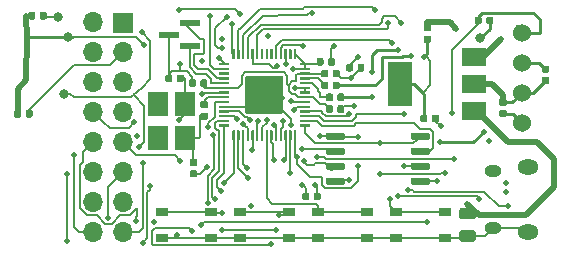
<source format=gbr>
G04 #@! TF.GenerationSoftware,KiCad,Pcbnew,5.1.5+dfsg1-2build2*
G04 #@! TF.CreationDate,2021-08-15T10:11:15+01:00*
G04 #@! TF.ProjectId,picopak,7069636f-7061-46b2-9e6b-696361645f70,rev?*
G04 #@! TF.SameCoordinates,Original*
G04 #@! TF.FileFunction,Copper,L4,Bot*
G04 #@! TF.FilePolarity,Positive*
%FSLAX46Y46*%
G04 Gerber Fmt 4.6, Leading zero omitted, Abs format (unit mm)*
G04 Created by KiCad (PCBNEW 5.1.5+dfsg1-2build2) date 2021-08-15 10:11:15*
%MOMM*%
%LPD*%
G04 APERTURE LIST*
%ADD10C,0.100000*%
%ADD11R,1.800000X2.100000*%
%ADD12C,1.524000*%
%ADD13R,1.050000X0.650000*%
%ADD14R,1.700000X1.700000*%
%ADD15O,1.700000X1.700000*%
%ADD16R,1.750000X0.600000*%
%ADD17O,1.450000X1.050000*%
%ADD18O,1.800000X1.300000*%
%ADD19R,2.000000X1.500000*%
%ADD20R,2.000000X3.800000*%
%ADD21C,0.500000*%
%ADD22C,0.800000*%
%ADD23C,0.200000*%
%ADD24C,0.500000*%
%ADD25C,0.250000*%
G04 APERTURE END LIST*
G04 #@! TA.AperFunction,SMDPad,CuDef*
D10*
G36*
X198986958Y-70820710D02*
G01*
X199001276Y-70822834D01*
X199015317Y-70826351D01*
X199028946Y-70831228D01*
X199042031Y-70837417D01*
X199054447Y-70844858D01*
X199066073Y-70853481D01*
X199076798Y-70863202D01*
X199086519Y-70873927D01*
X199095142Y-70885553D01*
X199102583Y-70897969D01*
X199108772Y-70911054D01*
X199113649Y-70924683D01*
X199117166Y-70938724D01*
X199119290Y-70953042D01*
X199120000Y-70967500D01*
X199120000Y-71262500D01*
X199119290Y-71276958D01*
X199117166Y-71291276D01*
X199113649Y-71305317D01*
X199108772Y-71318946D01*
X199102583Y-71332031D01*
X199095142Y-71344447D01*
X199086519Y-71356073D01*
X199076798Y-71366798D01*
X199066073Y-71376519D01*
X199054447Y-71385142D01*
X199042031Y-71392583D01*
X199028946Y-71398772D01*
X199015317Y-71403649D01*
X199001276Y-71407166D01*
X198986958Y-71409290D01*
X198972500Y-71410000D01*
X198627500Y-71410000D01*
X198613042Y-71409290D01*
X198598724Y-71407166D01*
X198584683Y-71403649D01*
X198571054Y-71398772D01*
X198557969Y-71392583D01*
X198545553Y-71385142D01*
X198533927Y-71376519D01*
X198523202Y-71366798D01*
X198513481Y-71356073D01*
X198504858Y-71344447D01*
X198497417Y-71332031D01*
X198491228Y-71318946D01*
X198486351Y-71305317D01*
X198482834Y-71291276D01*
X198480710Y-71276958D01*
X198480000Y-71262500D01*
X198480000Y-70967500D01*
X198480710Y-70953042D01*
X198482834Y-70938724D01*
X198486351Y-70924683D01*
X198491228Y-70911054D01*
X198497417Y-70897969D01*
X198504858Y-70885553D01*
X198513481Y-70873927D01*
X198523202Y-70863202D01*
X198533927Y-70853481D01*
X198545553Y-70844858D01*
X198557969Y-70837417D01*
X198571054Y-70831228D01*
X198584683Y-70826351D01*
X198598724Y-70822834D01*
X198613042Y-70820710D01*
X198627500Y-70820000D01*
X198972500Y-70820000D01*
X198986958Y-70820710D01*
G37*
G04 #@! TD.AperFunction*
G04 #@! TA.AperFunction,SMDPad,CuDef*
G36*
X198986958Y-71790710D02*
G01*
X199001276Y-71792834D01*
X199015317Y-71796351D01*
X199028946Y-71801228D01*
X199042031Y-71807417D01*
X199054447Y-71814858D01*
X199066073Y-71823481D01*
X199076798Y-71833202D01*
X199086519Y-71843927D01*
X199095142Y-71855553D01*
X199102583Y-71867969D01*
X199108772Y-71881054D01*
X199113649Y-71894683D01*
X199117166Y-71908724D01*
X199119290Y-71923042D01*
X199120000Y-71937500D01*
X199120000Y-72232500D01*
X199119290Y-72246958D01*
X199117166Y-72261276D01*
X199113649Y-72275317D01*
X199108772Y-72288946D01*
X199102583Y-72302031D01*
X199095142Y-72314447D01*
X199086519Y-72326073D01*
X199076798Y-72336798D01*
X199066073Y-72346519D01*
X199054447Y-72355142D01*
X199042031Y-72362583D01*
X199028946Y-72368772D01*
X199015317Y-72373649D01*
X199001276Y-72377166D01*
X198986958Y-72379290D01*
X198972500Y-72380000D01*
X198627500Y-72380000D01*
X198613042Y-72379290D01*
X198598724Y-72377166D01*
X198584683Y-72373649D01*
X198571054Y-72368772D01*
X198557969Y-72362583D01*
X198545553Y-72355142D01*
X198533927Y-72346519D01*
X198523202Y-72336798D01*
X198513481Y-72326073D01*
X198504858Y-72314447D01*
X198497417Y-72302031D01*
X198491228Y-72288946D01*
X198486351Y-72275317D01*
X198482834Y-72261276D01*
X198480710Y-72246958D01*
X198480000Y-72232500D01*
X198480000Y-71937500D01*
X198480710Y-71923042D01*
X198482834Y-71908724D01*
X198486351Y-71894683D01*
X198491228Y-71881054D01*
X198497417Y-71867969D01*
X198504858Y-71855553D01*
X198513481Y-71843927D01*
X198523202Y-71833202D01*
X198533927Y-71823481D01*
X198545553Y-71814858D01*
X198557969Y-71807417D01*
X198571054Y-71801228D01*
X198584683Y-71796351D01*
X198598724Y-71792834D01*
X198613042Y-71790710D01*
X198627500Y-71790000D01*
X198972500Y-71790000D01*
X198986958Y-71790710D01*
G37*
G04 #@! TD.AperFunction*
G04 #@! TA.AperFunction,SMDPad,CuDef*
G36*
X177076958Y-75080710D02*
G01*
X177091276Y-75082834D01*
X177105317Y-75086351D01*
X177118946Y-75091228D01*
X177132031Y-75097417D01*
X177144447Y-75104858D01*
X177156073Y-75113481D01*
X177166798Y-75123202D01*
X177176519Y-75133927D01*
X177185142Y-75145553D01*
X177192583Y-75157969D01*
X177198772Y-75171054D01*
X177203649Y-75184683D01*
X177207166Y-75198724D01*
X177209290Y-75213042D01*
X177210000Y-75227500D01*
X177210000Y-75572500D01*
X177209290Y-75586958D01*
X177207166Y-75601276D01*
X177203649Y-75615317D01*
X177198772Y-75628946D01*
X177192583Y-75642031D01*
X177185142Y-75654447D01*
X177176519Y-75666073D01*
X177166798Y-75676798D01*
X177156073Y-75686519D01*
X177144447Y-75695142D01*
X177132031Y-75702583D01*
X177118946Y-75708772D01*
X177105317Y-75713649D01*
X177091276Y-75717166D01*
X177076958Y-75719290D01*
X177062500Y-75720000D01*
X176767500Y-75720000D01*
X176753042Y-75719290D01*
X176738724Y-75717166D01*
X176724683Y-75713649D01*
X176711054Y-75708772D01*
X176697969Y-75702583D01*
X176685553Y-75695142D01*
X176673927Y-75686519D01*
X176663202Y-75676798D01*
X176653481Y-75666073D01*
X176644858Y-75654447D01*
X176637417Y-75642031D01*
X176631228Y-75628946D01*
X176626351Y-75615317D01*
X176622834Y-75601276D01*
X176620710Y-75586958D01*
X176620000Y-75572500D01*
X176620000Y-75227500D01*
X176620710Y-75213042D01*
X176622834Y-75198724D01*
X176626351Y-75184683D01*
X176631228Y-75171054D01*
X176637417Y-75157969D01*
X176644858Y-75145553D01*
X176653481Y-75133927D01*
X176663202Y-75123202D01*
X176673927Y-75113481D01*
X176685553Y-75104858D01*
X176697969Y-75097417D01*
X176711054Y-75091228D01*
X176724683Y-75086351D01*
X176738724Y-75082834D01*
X176753042Y-75080710D01*
X176767500Y-75080000D01*
X177062500Y-75080000D01*
X177076958Y-75080710D01*
G37*
G04 #@! TD.AperFunction*
G04 #@! TA.AperFunction,SMDPad,CuDef*
G36*
X178046958Y-75080710D02*
G01*
X178061276Y-75082834D01*
X178075317Y-75086351D01*
X178088946Y-75091228D01*
X178102031Y-75097417D01*
X178114447Y-75104858D01*
X178126073Y-75113481D01*
X178136798Y-75123202D01*
X178146519Y-75133927D01*
X178155142Y-75145553D01*
X178162583Y-75157969D01*
X178168772Y-75171054D01*
X178173649Y-75184683D01*
X178177166Y-75198724D01*
X178179290Y-75213042D01*
X178180000Y-75227500D01*
X178180000Y-75572500D01*
X178179290Y-75586958D01*
X178177166Y-75601276D01*
X178173649Y-75615317D01*
X178168772Y-75628946D01*
X178162583Y-75642031D01*
X178155142Y-75654447D01*
X178146519Y-75666073D01*
X178136798Y-75676798D01*
X178126073Y-75686519D01*
X178114447Y-75695142D01*
X178102031Y-75702583D01*
X178088946Y-75708772D01*
X178075317Y-75713649D01*
X178061276Y-75717166D01*
X178046958Y-75719290D01*
X178032500Y-75720000D01*
X177737500Y-75720000D01*
X177723042Y-75719290D01*
X177708724Y-75717166D01*
X177694683Y-75713649D01*
X177681054Y-75708772D01*
X177667969Y-75702583D01*
X177655553Y-75695142D01*
X177643927Y-75686519D01*
X177633202Y-75676798D01*
X177623481Y-75666073D01*
X177614858Y-75654447D01*
X177607417Y-75642031D01*
X177601228Y-75628946D01*
X177596351Y-75615317D01*
X177592834Y-75601276D01*
X177590710Y-75586958D01*
X177590000Y-75572500D01*
X177590000Y-75227500D01*
X177590710Y-75213042D01*
X177592834Y-75198724D01*
X177596351Y-75184683D01*
X177601228Y-75171054D01*
X177607417Y-75157969D01*
X177614858Y-75145553D01*
X177623481Y-75133927D01*
X177633202Y-75123202D01*
X177643927Y-75113481D01*
X177655553Y-75104858D01*
X177667969Y-75097417D01*
X177681054Y-75091228D01*
X177694683Y-75086351D01*
X177708724Y-75082834D01*
X177723042Y-75080710D01*
X177737500Y-75080000D01*
X178032500Y-75080000D01*
X178046958Y-75080710D01*
G37*
G04 #@! TD.AperFunction*
G04 #@! TA.AperFunction,SMDPad,CuDef*
G36*
X179186958Y-83190710D02*
G01*
X179201276Y-83192834D01*
X179215317Y-83196351D01*
X179228946Y-83201228D01*
X179242031Y-83207417D01*
X179254447Y-83214858D01*
X179266073Y-83223481D01*
X179276798Y-83233202D01*
X179286519Y-83243927D01*
X179295142Y-83255553D01*
X179302583Y-83267969D01*
X179308772Y-83281054D01*
X179313649Y-83294683D01*
X179317166Y-83308724D01*
X179319290Y-83323042D01*
X179320000Y-83337500D01*
X179320000Y-83632500D01*
X179319290Y-83646958D01*
X179317166Y-83661276D01*
X179313649Y-83675317D01*
X179308772Y-83688946D01*
X179302583Y-83702031D01*
X179295142Y-83714447D01*
X179286519Y-83726073D01*
X179276798Y-83736798D01*
X179266073Y-83746519D01*
X179254447Y-83755142D01*
X179242031Y-83762583D01*
X179228946Y-83768772D01*
X179215317Y-83773649D01*
X179201276Y-83777166D01*
X179186958Y-83779290D01*
X179172500Y-83780000D01*
X178827500Y-83780000D01*
X178813042Y-83779290D01*
X178798724Y-83777166D01*
X178784683Y-83773649D01*
X178771054Y-83768772D01*
X178757969Y-83762583D01*
X178745553Y-83755142D01*
X178733927Y-83746519D01*
X178723202Y-83736798D01*
X178713481Y-83726073D01*
X178704858Y-83714447D01*
X178697417Y-83702031D01*
X178691228Y-83688946D01*
X178686351Y-83675317D01*
X178682834Y-83661276D01*
X178680710Y-83646958D01*
X178680000Y-83632500D01*
X178680000Y-83337500D01*
X178680710Y-83323042D01*
X178682834Y-83308724D01*
X178686351Y-83294683D01*
X178691228Y-83281054D01*
X178697417Y-83267969D01*
X178704858Y-83255553D01*
X178713481Y-83243927D01*
X178723202Y-83233202D01*
X178733927Y-83223481D01*
X178745553Y-83214858D01*
X178757969Y-83207417D01*
X178771054Y-83201228D01*
X178784683Y-83196351D01*
X178798724Y-83192834D01*
X178813042Y-83190710D01*
X178827500Y-83190000D01*
X179172500Y-83190000D01*
X179186958Y-83190710D01*
G37*
G04 #@! TD.AperFunction*
G04 #@! TA.AperFunction,SMDPad,CuDef*
G36*
X179186958Y-82220710D02*
G01*
X179201276Y-82222834D01*
X179215317Y-82226351D01*
X179228946Y-82231228D01*
X179242031Y-82237417D01*
X179254447Y-82244858D01*
X179266073Y-82253481D01*
X179276798Y-82263202D01*
X179286519Y-82273927D01*
X179295142Y-82285553D01*
X179302583Y-82297969D01*
X179308772Y-82311054D01*
X179313649Y-82324683D01*
X179317166Y-82338724D01*
X179319290Y-82353042D01*
X179320000Y-82367500D01*
X179320000Y-82662500D01*
X179319290Y-82676958D01*
X179317166Y-82691276D01*
X179313649Y-82705317D01*
X179308772Y-82718946D01*
X179302583Y-82732031D01*
X179295142Y-82744447D01*
X179286519Y-82756073D01*
X179276798Y-82766798D01*
X179266073Y-82776519D01*
X179254447Y-82785142D01*
X179242031Y-82792583D01*
X179228946Y-82798772D01*
X179215317Y-82803649D01*
X179201276Y-82807166D01*
X179186958Y-82809290D01*
X179172500Y-82810000D01*
X178827500Y-82810000D01*
X178813042Y-82809290D01*
X178798724Y-82807166D01*
X178784683Y-82803649D01*
X178771054Y-82798772D01*
X178757969Y-82792583D01*
X178745553Y-82785142D01*
X178733927Y-82776519D01*
X178723202Y-82766798D01*
X178713481Y-82756073D01*
X178704858Y-82744447D01*
X178697417Y-82732031D01*
X178691228Y-82718946D01*
X178686351Y-82705317D01*
X178682834Y-82691276D01*
X178680710Y-82676958D01*
X178680000Y-82662500D01*
X178680000Y-82367500D01*
X178680710Y-82353042D01*
X178682834Y-82338724D01*
X178686351Y-82324683D01*
X178691228Y-82311054D01*
X178697417Y-82297969D01*
X178704858Y-82285553D01*
X178713481Y-82273927D01*
X178723202Y-82263202D01*
X178733927Y-82253481D01*
X178745553Y-82244858D01*
X178757969Y-82237417D01*
X178771054Y-82231228D01*
X178784683Y-82226351D01*
X178798724Y-82222834D01*
X178813042Y-82220710D01*
X178827500Y-82220000D01*
X179172500Y-82220000D01*
X179186958Y-82220710D01*
G37*
G04 #@! TD.AperFunction*
G04 #@! TA.AperFunction,SMDPad,CuDef*
G36*
X205386958Y-78090710D02*
G01*
X205401276Y-78092834D01*
X205415317Y-78096351D01*
X205428946Y-78101228D01*
X205442031Y-78107417D01*
X205454447Y-78114858D01*
X205466073Y-78123481D01*
X205476798Y-78133202D01*
X205486519Y-78143927D01*
X205495142Y-78155553D01*
X205502583Y-78167969D01*
X205508772Y-78181054D01*
X205513649Y-78194683D01*
X205517166Y-78208724D01*
X205519290Y-78223042D01*
X205520000Y-78237500D01*
X205520000Y-78532500D01*
X205519290Y-78546958D01*
X205517166Y-78561276D01*
X205513649Y-78575317D01*
X205508772Y-78588946D01*
X205502583Y-78602031D01*
X205495142Y-78614447D01*
X205486519Y-78626073D01*
X205476798Y-78636798D01*
X205466073Y-78646519D01*
X205454447Y-78655142D01*
X205442031Y-78662583D01*
X205428946Y-78668772D01*
X205415317Y-78673649D01*
X205401276Y-78677166D01*
X205386958Y-78679290D01*
X205372500Y-78680000D01*
X205027500Y-78680000D01*
X205013042Y-78679290D01*
X204998724Y-78677166D01*
X204984683Y-78673649D01*
X204971054Y-78668772D01*
X204957969Y-78662583D01*
X204945553Y-78655142D01*
X204933927Y-78646519D01*
X204923202Y-78636798D01*
X204913481Y-78626073D01*
X204904858Y-78614447D01*
X204897417Y-78602031D01*
X204891228Y-78588946D01*
X204886351Y-78575317D01*
X204882834Y-78561276D01*
X204880710Y-78546958D01*
X204880000Y-78532500D01*
X204880000Y-78237500D01*
X204880710Y-78223042D01*
X204882834Y-78208724D01*
X204886351Y-78194683D01*
X204891228Y-78181054D01*
X204897417Y-78167969D01*
X204904858Y-78155553D01*
X204913481Y-78143927D01*
X204923202Y-78133202D01*
X204933927Y-78123481D01*
X204945553Y-78114858D01*
X204957969Y-78107417D01*
X204971054Y-78101228D01*
X204984683Y-78096351D01*
X204998724Y-78092834D01*
X205013042Y-78090710D01*
X205027500Y-78090000D01*
X205372500Y-78090000D01*
X205386958Y-78090710D01*
G37*
G04 #@! TD.AperFunction*
G04 #@! TA.AperFunction,SMDPad,CuDef*
G36*
X205386958Y-77120710D02*
G01*
X205401276Y-77122834D01*
X205415317Y-77126351D01*
X205428946Y-77131228D01*
X205442031Y-77137417D01*
X205454447Y-77144858D01*
X205466073Y-77153481D01*
X205476798Y-77163202D01*
X205486519Y-77173927D01*
X205495142Y-77185553D01*
X205502583Y-77197969D01*
X205508772Y-77211054D01*
X205513649Y-77224683D01*
X205517166Y-77238724D01*
X205519290Y-77253042D01*
X205520000Y-77267500D01*
X205520000Y-77562500D01*
X205519290Y-77576958D01*
X205517166Y-77591276D01*
X205513649Y-77605317D01*
X205508772Y-77618946D01*
X205502583Y-77632031D01*
X205495142Y-77644447D01*
X205486519Y-77656073D01*
X205476798Y-77666798D01*
X205466073Y-77676519D01*
X205454447Y-77685142D01*
X205442031Y-77692583D01*
X205428946Y-77698772D01*
X205415317Y-77703649D01*
X205401276Y-77707166D01*
X205386958Y-77709290D01*
X205372500Y-77710000D01*
X205027500Y-77710000D01*
X205013042Y-77709290D01*
X204998724Y-77707166D01*
X204984683Y-77703649D01*
X204971054Y-77698772D01*
X204957969Y-77692583D01*
X204945553Y-77685142D01*
X204933927Y-77676519D01*
X204923202Y-77666798D01*
X204913481Y-77656073D01*
X204904858Y-77644447D01*
X204897417Y-77632031D01*
X204891228Y-77618946D01*
X204886351Y-77605317D01*
X204882834Y-77591276D01*
X204880710Y-77576958D01*
X204880000Y-77562500D01*
X204880000Y-77267500D01*
X204880710Y-77253042D01*
X204882834Y-77238724D01*
X204886351Y-77224683D01*
X204891228Y-77211054D01*
X204897417Y-77197969D01*
X204904858Y-77185553D01*
X204913481Y-77173927D01*
X204923202Y-77163202D01*
X204933927Y-77153481D01*
X204945553Y-77144858D01*
X204957969Y-77137417D01*
X204971054Y-77131228D01*
X204984683Y-77126351D01*
X204998724Y-77122834D01*
X205013042Y-77120710D01*
X205027500Y-77120000D01*
X205372500Y-77120000D01*
X205386958Y-77120710D01*
G37*
G04 #@! TD.AperFunction*
G04 #@! TA.AperFunction,SMDPad,CuDef*
G36*
X179076958Y-75480710D02*
G01*
X179091276Y-75482834D01*
X179105317Y-75486351D01*
X179118946Y-75491228D01*
X179132031Y-75497417D01*
X179144447Y-75504858D01*
X179156073Y-75513481D01*
X179166798Y-75523202D01*
X179176519Y-75533927D01*
X179185142Y-75545553D01*
X179192583Y-75557969D01*
X179198772Y-75571054D01*
X179203649Y-75584683D01*
X179207166Y-75598724D01*
X179209290Y-75613042D01*
X179210000Y-75627500D01*
X179210000Y-75972500D01*
X179209290Y-75986958D01*
X179207166Y-76001276D01*
X179203649Y-76015317D01*
X179198772Y-76028946D01*
X179192583Y-76042031D01*
X179185142Y-76054447D01*
X179176519Y-76066073D01*
X179166798Y-76076798D01*
X179156073Y-76086519D01*
X179144447Y-76095142D01*
X179132031Y-76102583D01*
X179118946Y-76108772D01*
X179105317Y-76113649D01*
X179091276Y-76117166D01*
X179076958Y-76119290D01*
X179062500Y-76120000D01*
X178767500Y-76120000D01*
X178753042Y-76119290D01*
X178738724Y-76117166D01*
X178724683Y-76113649D01*
X178711054Y-76108772D01*
X178697969Y-76102583D01*
X178685553Y-76095142D01*
X178673927Y-76086519D01*
X178663202Y-76076798D01*
X178653481Y-76066073D01*
X178644858Y-76054447D01*
X178637417Y-76042031D01*
X178631228Y-76028946D01*
X178626351Y-76015317D01*
X178622834Y-76001276D01*
X178620710Y-75986958D01*
X178620000Y-75972500D01*
X178620000Y-75627500D01*
X178620710Y-75613042D01*
X178622834Y-75598724D01*
X178626351Y-75584683D01*
X178631228Y-75571054D01*
X178637417Y-75557969D01*
X178644858Y-75545553D01*
X178653481Y-75533927D01*
X178663202Y-75523202D01*
X178673927Y-75513481D01*
X178685553Y-75504858D01*
X178697969Y-75497417D01*
X178711054Y-75491228D01*
X178724683Y-75486351D01*
X178738724Y-75482834D01*
X178753042Y-75480710D01*
X178767500Y-75480000D01*
X179062500Y-75480000D01*
X179076958Y-75480710D01*
G37*
G04 #@! TD.AperFunction*
G04 #@! TA.AperFunction,SMDPad,CuDef*
G36*
X180046958Y-75480710D02*
G01*
X180061276Y-75482834D01*
X180075317Y-75486351D01*
X180088946Y-75491228D01*
X180102031Y-75497417D01*
X180114447Y-75504858D01*
X180126073Y-75513481D01*
X180136798Y-75523202D01*
X180146519Y-75533927D01*
X180155142Y-75545553D01*
X180162583Y-75557969D01*
X180168772Y-75571054D01*
X180173649Y-75584683D01*
X180177166Y-75598724D01*
X180179290Y-75613042D01*
X180180000Y-75627500D01*
X180180000Y-75972500D01*
X180179290Y-75986958D01*
X180177166Y-76001276D01*
X180173649Y-76015317D01*
X180168772Y-76028946D01*
X180162583Y-76042031D01*
X180155142Y-76054447D01*
X180146519Y-76066073D01*
X180136798Y-76076798D01*
X180126073Y-76086519D01*
X180114447Y-76095142D01*
X180102031Y-76102583D01*
X180088946Y-76108772D01*
X180075317Y-76113649D01*
X180061276Y-76117166D01*
X180046958Y-76119290D01*
X180032500Y-76120000D01*
X179737500Y-76120000D01*
X179723042Y-76119290D01*
X179708724Y-76117166D01*
X179694683Y-76113649D01*
X179681054Y-76108772D01*
X179667969Y-76102583D01*
X179655553Y-76095142D01*
X179643927Y-76086519D01*
X179633202Y-76076798D01*
X179623481Y-76066073D01*
X179614858Y-76054447D01*
X179607417Y-76042031D01*
X179601228Y-76028946D01*
X179596351Y-76015317D01*
X179592834Y-76001276D01*
X179590710Y-75986958D01*
X179590000Y-75972500D01*
X179590000Y-75627500D01*
X179590710Y-75613042D01*
X179592834Y-75598724D01*
X179596351Y-75584683D01*
X179601228Y-75571054D01*
X179607417Y-75557969D01*
X179614858Y-75545553D01*
X179623481Y-75533927D01*
X179633202Y-75523202D01*
X179643927Y-75513481D01*
X179655553Y-75504858D01*
X179667969Y-75497417D01*
X179681054Y-75491228D01*
X179694683Y-75486351D01*
X179708724Y-75482834D01*
X179723042Y-75480710D01*
X179737500Y-75480000D01*
X180032500Y-75480000D01*
X180046958Y-75480710D01*
G37*
G04 #@! TD.AperFunction*
G04 #@! TA.AperFunction,SMDPad,CuDef*
G36*
X191646958Y-77680710D02*
G01*
X191661276Y-77682834D01*
X191675317Y-77686351D01*
X191688946Y-77691228D01*
X191702031Y-77697417D01*
X191714447Y-77704858D01*
X191726073Y-77713481D01*
X191736798Y-77723202D01*
X191746519Y-77733927D01*
X191755142Y-77745553D01*
X191762583Y-77757969D01*
X191768772Y-77771054D01*
X191773649Y-77784683D01*
X191777166Y-77798724D01*
X191779290Y-77813042D01*
X191780000Y-77827500D01*
X191780000Y-78172500D01*
X191779290Y-78186958D01*
X191777166Y-78201276D01*
X191773649Y-78215317D01*
X191768772Y-78228946D01*
X191762583Y-78242031D01*
X191755142Y-78254447D01*
X191746519Y-78266073D01*
X191736798Y-78276798D01*
X191726073Y-78286519D01*
X191714447Y-78295142D01*
X191702031Y-78302583D01*
X191688946Y-78308772D01*
X191675317Y-78313649D01*
X191661276Y-78317166D01*
X191646958Y-78319290D01*
X191632500Y-78320000D01*
X191337500Y-78320000D01*
X191323042Y-78319290D01*
X191308724Y-78317166D01*
X191294683Y-78313649D01*
X191281054Y-78308772D01*
X191267969Y-78302583D01*
X191255553Y-78295142D01*
X191243927Y-78286519D01*
X191233202Y-78276798D01*
X191223481Y-78266073D01*
X191214858Y-78254447D01*
X191207417Y-78242031D01*
X191201228Y-78228946D01*
X191196351Y-78215317D01*
X191192834Y-78201276D01*
X191190710Y-78186958D01*
X191190000Y-78172500D01*
X191190000Y-77827500D01*
X191190710Y-77813042D01*
X191192834Y-77798724D01*
X191196351Y-77784683D01*
X191201228Y-77771054D01*
X191207417Y-77757969D01*
X191214858Y-77745553D01*
X191223481Y-77733927D01*
X191233202Y-77723202D01*
X191243927Y-77713481D01*
X191255553Y-77704858D01*
X191267969Y-77697417D01*
X191281054Y-77691228D01*
X191294683Y-77686351D01*
X191308724Y-77682834D01*
X191323042Y-77680710D01*
X191337500Y-77680000D01*
X191632500Y-77680000D01*
X191646958Y-77680710D01*
G37*
G04 #@! TD.AperFunction*
G04 #@! TA.AperFunction,SMDPad,CuDef*
G36*
X190676958Y-77680710D02*
G01*
X190691276Y-77682834D01*
X190705317Y-77686351D01*
X190718946Y-77691228D01*
X190732031Y-77697417D01*
X190744447Y-77704858D01*
X190756073Y-77713481D01*
X190766798Y-77723202D01*
X190776519Y-77733927D01*
X190785142Y-77745553D01*
X190792583Y-77757969D01*
X190798772Y-77771054D01*
X190803649Y-77784683D01*
X190807166Y-77798724D01*
X190809290Y-77813042D01*
X190810000Y-77827500D01*
X190810000Y-78172500D01*
X190809290Y-78186958D01*
X190807166Y-78201276D01*
X190803649Y-78215317D01*
X190798772Y-78228946D01*
X190792583Y-78242031D01*
X190785142Y-78254447D01*
X190776519Y-78266073D01*
X190766798Y-78276798D01*
X190756073Y-78286519D01*
X190744447Y-78295142D01*
X190732031Y-78302583D01*
X190718946Y-78308772D01*
X190705317Y-78313649D01*
X190691276Y-78317166D01*
X190676958Y-78319290D01*
X190662500Y-78320000D01*
X190367500Y-78320000D01*
X190353042Y-78319290D01*
X190338724Y-78317166D01*
X190324683Y-78313649D01*
X190311054Y-78308772D01*
X190297969Y-78302583D01*
X190285553Y-78295142D01*
X190273927Y-78286519D01*
X190263202Y-78276798D01*
X190253481Y-78266073D01*
X190244858Y-78254447D01*
X190237417Y-78242031D01*
X190231228Y-78228946D01*
X190226351Y-78215317D01*
X190222834Y-78201276D01*
X190220710Y-78186958D01*
X190220000Y-78172500D01*
X190220000Y-77827500D01*
X190220710Y-77813042D01*
X190222834Y-77798724D01*
X190226351Y-77784683D01*
X190231228Y-77771054D01*
X190237417Y-77757969D01*
X190244858Y-77745553D01*
X190253481Y-77733927D01*
X190263202Y-77723202D01*
X190273927Y-77713481D01*
X190285553Y-77704858D01*
X190297969Y-77697417D01*
X190311054Y-77691228D01*
X190324683Y-77686351D01*
X190338724Y-77682834D01*
X190353042Y-77680710D01*
X190367500Y-77680000D01*
X190662500Y-77680000D01*
X190676958Y-77680710D01*
G37*
G04 #@! TD.AperFunction*
G04 #@! TA.AperFunction,SMDPad,CuDef*
G36*
X191246958Y-74680710D02*
G01*
X191261276Y-74682834D01*
X191275317Y-74686351D01*
X191288946Y-74691228D01*
X191302031Y-74697417D01*
X191314447Y-74704858D01*
X191326073Y-74713481D01*
X191336798Y-74723202D01*
X191346519Y-74733927D01*
X191355142Y-74745553D01*
X191362583Y-74757969D01*
X191368772Y-74771054D01*
X191373649Y-74784683D01*
X191377166Y-74798724D01*
X191379290Y-74813042D01*
X191380000Y-74827500D01*
X191380000Y-75172500D01*
X191379290Y-75186958D01*
X191377166Y-75201276D01*
X191373649Y-75215317D01*
X191368772Y-75228946D01*
X191362583Y-75242031D01*
X191355142Y-75254447D01*
X191346519Y-75266073D01*
X191336798Y-75276798D01*
X191326073Y-75286519D01*
X191314447Y-75295142D01*
X191302031Y-75302583D01*
X191288946Y-75308772D01*
X191275317Y-75313649D01*
X191261276Y-75317166D01*
X191246958Y-75319290D01*
X191232500Y-75320000D01*
X190937500Y-75320000D01*
X190923042Y-75319290D01*
X190908724Y-75317166D01*
X190894683Y-75313649D01*
X190881054Y-75308772D01*
X190867969Y-75302583D01*
X190855553Y-75295142D01*
X190843927Y-75286519D01*
X190833202Y-75276798D01*
X190823481Y-75266073D01*
X190814858Y-75254447D01*
X190807417Y-75242031D01*
X190801228Y-75228946D01*
X190796351Y-75215317D01*
X190792834Y-75201276D01*
X190790710Y-75186958D01*
X190790000Y-75172500D01*
X190790000Y-74827500D01*
X190790710Y-74813042D01*
X190792834Y-74798724D01*
X190796351Y-74784683D01*
X190801228Y-74771054D01*
X190807417Y-74757969D01*
X190814858Y-74745553D01*
X190823481Y-74733927D01*
X190833202Y-74723202D01*
X190843927Y-74713481D01*
X190855553Y-74704858D01*
X190867969Y-74697417D01*
X190881054Y-74691228D01*
X190894683Y-74686351D01*
X190908724Y-74682834D01*
X190923042Y-74680710D01*
X190937500Y-74680000D01*
X191232500Y-74680000D01*
X191246958Y-74680710D01*
G37*
G04 #@! TD.AperFunction*
G04 #@! TA.AperFunction,SMDPad,CuDef*
G36*
X190276958Y-74680710D02*
G01*
X190291276Y-74682834D01*
X190305317Y-74686351D01*
X190318946Y-74691228D01*
X190332031Y-74697417D01*
X190344447Y-74704858D01*
X190356073Y-74713481D01*
X190366798Y-74723202D01*
X190376519Y-74733927D01*
X190385142Y-74745553D01*
X190392583Y-74757969D01*
X190398772Y-74771054D01*
X190403649Y-74784683D01*
X190407166Y-74798724D01*
X190409290Y-74813042D01*
X190410000Y-74827500D01*
X190410000Y-75172500D01*
X190409290Y-75186958D01*
X190407166Y-75201276D01*
X190403649Y-75215317D01*
X190398772Y-75228946D01*
X190392583Y-75242031D01*
X190385142Y-75254447D01*
X190376519Y-75266073D01*
X190366798Y-75276798D01*
X190356073Y-75286519D01*
X190344447Y-75295142D01*
X190332031Y-75302583D01*
X190318946Y-75308772D01*
X190305317Y-75313649D01*
X190291276Y-75317166D01*
X190276958Y-75319290D01*
X190262500Y-75320000D01*
X189967500Y-75320000D01*
X189953042Y-75319290D01*
X189938724Y-75317166D01*
X189924683Y-75313649D01*
X189911054Y-75308772D01*
X189897969Y-75302583D01*
X189885553Y-75295142D01*
X189873927Y-75286519D01*
X189863202Y-75276798D01*
X189853481Y-75266073D01*
X189844858Y-75254447D01*
X189837417Y-75242031D01*
X189831228Y-75228946D01*
X189826351Y-75215317D01*
X189822834Y-75201276D01*
X189820710Y-75186958D01*
X189820000Y-75172500D01*
X189820000Y-74827500D01*
X189820710Y-74813042D01*
X189822834Y-74798724D01*
X189826351Y-74784683D01*
X189831228Y-74771054D01*
X189837417Y-74757969D01*
X189844858Y-74745553D01*
X189853481Y-74733927D01*
X189863202Y-74723202D01*
X189873927Y-74713481D01*
X189885553Y-74704858D01*
X189897969Y-74697417D01*
X189911054Y-74691228D01*
X189924683Y-74686351D01*
X189938724Y-74682834D01*
X189953042Y-74680710D01*
X189967500Y-74680000D01*
X190262500Y-74680000D01*
X190276958Y-74680710D01*
G37*
G04 #@! TD.AperFunction*
G04 #@! TA.AperFunction,SMDPad,CuDef*
G36*
X190846958Y-73680710D02*
G01*
X190861276Y-73682834D01*
X190875317Y-73686351D01*
X190888946Y-73691228D01*
X190902031Y-73697417D01*
X190914447Y-73704858D01*
X190926073Y-73713481D01*
X190936798Y-73723202D01*
X190946519Y-73733927D01*
X190955142Y-73745553D01*
X190962583Y-73757969D01*
X190968772Y-73771054D01*
X190973649Y-73784683D01*
X190977166Y-73798724D01*
X190979290Y-73813042D01*
X190980000Y-73827500D01*
X190980000Y-74172500D01*
X190979290Y-74186958D01*
X190977166Y-74201276D01*
X190973649Y-74215317D01*
X190968772Y-74228946D01*
X190962583Y-74242031D01*
X190955142Y-74254447D01*
X190946519Y-74266073D01*
X190936798Y-74276798D01*
X190926073Y-74286519D01*
X190914447Y-74295142D01*
X190902031Y-74302583D01*
X190888946Y-74308772D01*
X190875317Y-74313649D01*
X190861276Y-74317166D01*
X190846958Y-74319290D01*
X190832500Y-74320000D01*
X190537500Y-74320000D01*
X190523042Y-74319290D01*
X190508724Y-74317166D01*
X190494683Y-74313649D01*
X190481054Y-74308772D01*
X190467969Y-74302583D01*
X190455553Y-74295142D01*
X190443927Y-74286519D01*
X190433202Y-74276798D01*
X190423481Y-74266073D01*
X190414858Y-74254447D01*
X190407417Y-74242031D01*
X190401228Y-74228946D01*
X190396351Y-74215317D01*
X190392834Y-74201276D01*
X190390710Y-74186958D01*
X190390000Y-74172500D01*
X190390000Y-73827500D01*
X190390710Y-73813042D01*
X190392834Y-73798724D01*
X190396351Y-73784683D01*
X190401228Y-73771054D01*
X190407417Y-73757969D01*
X190414858Y-73745553D01*
X190423481Y-73733927D01*
X190433202Y-73723202D01*
X190443927Y-73713481D01*
X190455553Y-73704858D01*
X190467969Y-73697417D01*
X190481054Y-73691228D01*
X190494683Y-73686351D01*
X190508724Y-73682834D01*
X190523042Y-73680710D01*
X190537500Y-73680000D01*
X190832500Y-73680000D01*
X190846958Y-73680710D01*
G37*
G04 #@! TD.AperFunction*
G04 #@! TA.AperFunction,SMDPad,CuDef*
G36*
X189876958Y-73680710D02*
G01*
X189891276Y-73682834D01*
X189905317Y-73686351D01*
X189918946Y-73691228D01*
X189932031Y-73697417D01*
X189944447Y-73704858D01*
X189956073Y-73713481D01*
X189966798Y-73723202D01*
X189976519Y-73733927D01*
X189985142Y-73745553D01*
X189992583Y-73757969D01*
X189998772Y-73771054D01*
X190003649Y-73784683D01*
X190007166Y-73798724D01*
X190009290Y-73813042D01*
X190010000Y-73827500D01*
X190010000Y-74172500D01*
X190009290Y-74186958D01*
X190007166Y-74201276D01*
X190003649Y-74215317D01*
X189998772Y-74228946D01*
X189992583Y-74242031D01*
X189985142Y-74254447D01*
X189976519Y-74266073D01*
X189966798Y-74276798D01*
X189956073Y-74286519D01*
X189944447Y-74295142D01*
X189932031Y-74302583D01*
X189918946Y-74308772D01*
X189905317Y-74313649D01*
X189891276Y-74317166D01*
X189876958Y-74319290D01*
X189862500Y-74320000D01*
X189567500Y-74320000D01*
X189553042Y-74319290D01*
X189538724Y-74317166D01*
X189524683Y-74313649D01*
X189511054Y-74308772D01*
X189497969Y-74302583D01*
X189485553Y-74295142D01*
X189473927Y-74286519D01*
X189463202Y-74276798D01*
X189453481Y-74266073D01*
X189444858Y-74254447D01*
X189437417Y-74242031D01*
X189431228Y-74228946D01*
X189426351Y-74215317D01*
X189422834Y-74201276D01*
X189420710Y-74186958D01*
X189420000Y-74172500D01*
X189420000Y-73827500D01*
X189420710Y-73813042D01*
X189422834Y-73798724D01*
X189426351Y-73784683D01*
X189431228Y-73771054D01*
X189437417Y-73757969D01*
X189444858Y-73745553D01*
X189453481Y-73733927D01*
X189463202Y-73723202D01*
X189473927Y-73713481D01*
X189485553Y-73704858D01*
X189497969Y-73697417D01*
X189511054Y-73691228D01*
X189524683Y-73686351D01*
X189538724Y-73682834D01*
X189553042Y-73680710D01*
X189567500Y-73680000D01*
X189862500Y-73680000D01*
X189876958Y-73680710D01*
G37*
G04 #@! TD.AperFunction*
G04 #@! TA.AperFunction,SMDPad,CuDef*
G36*
X165246958Y-78080710D02*
G01*
X165261276Y-78082834D01*
X165275317Y-78086351D01*
X165288946Y-78091228D01*
X165302031Y-78097417D01*
X165314447Y-78104858D01*
X165326073Y-78113481D01*
X165336798Y-78123202D01*
X165346519Y-78133927D01*
X165355142Y-78145553D01*
X165362583Y-78157969D01*
X165368772Y-78171054D01*
X165373649Y-78184683D01*
X165377166Y-78198724D01*
X165379290Y-78213042D01*
X165380000Y-78227500D01*
X165380000Y-78572500D01*
X165379290Y-78586958D01*
X165377166Y-78601276D01*
X165373649Y-78615317D01*
X165368772Y-78628946D01*
X165362583Y-78642031D01*
X165355142Y-78654447D01*
X165346519Y-78666073D01*
X165336798Y-78676798D01*
X165326073Y-78686519D01*
X165314447Y-78695142D01*
X165302031Y-78702583D01*
X165288946Y-78708772D01*
X165275317Y-78713649D01*
X165261276Y-78717166D01*
X165246958Y-78719290D01*
X165232500Y-78720000D01*
X164937500Y-78720000D01*
X164923042Y-78719290D01*
X164908724Y-78717166D01*
X164894683Y-78713649D01*
X164881054Y-78708772D01*
X164867969Y-78702583D01*
X164855553Y-78695142D01*
X164843927Y-78686519D01*
X164833202Y-78676798D01*
X164823481Y-78666073D01*
X164814858Y-78654447D01*
X164807417Y-78642031D01*
X164801228Y-78628946D01*
X164796351Y-78615317D01*
X164792834Y-78601276D01*
X164790710Y-78586958D01*
X164790000Y-78572500D01*
X164790000Y-78227500D01*
X164790710Y-78213042D01*
X164792834Y-78198724D01*
X164796351Y-78184683D01*
X164801228Y-78171054D01*
X164807417Y-78157969D01*
X164814858Y-78145553D01*
X164823481Y-78133927D01*
X164833202Y-78123202D01*
X164843927Y-78113481D01*
X164855553Y-78104858D01*
X164867969Y-78097417D01*
X164881054Y-78091228D01*
X164894683Y-78086351D01*
X164908724Y-78082834D01*
X164923042Y-78080710D01*
X164937500Y-78080000D01*
X165232500Y-78080000D01*
X165246958Y-78080710D01*
G37*
G04 #@! TD.AperFunction*
G04 #@! TA.AperFunction,SMDPad,CuDef*
G36*
X164276958Y-78080710D02*
G01*
X164291276Y-78082834D01*
X164305317Y-78086351D01*
X164318946Y-78091228D01*
X164332031Y-78097417D01*
X164344447Y-78104858D01*
X164356073Y-78113481D01*
X164366798Y-78123202D01*
X164376519Y-78133927D01*
X164385142Y-78145553D01*
X164392583Y-78157969D01*
X164398772Y-78171054D01*
X164403649Y-78184683D01*
X164407166Y-78198724D01*
X164409290Y-78213042D01*
X164410000Y-78227500D01*
X164410000Y-78572500D01*
X164409290Y-78586958D01*
X164407166Y-78601276D01*
X164403649Y-78615317D01*
X164398772Y-78628946D01*
X164392583Y-78642031D01*
X164385142Y-78654447D01*
X164376519Y-78666073D01*
X164366798Y-78676798D01*
X164356073Y-78686519D01*
X164344447Y-78695142D01*
X164332031Y-78702583D01*
X164318946Y-78708772D01*
X164305317Y-78713649D01*
X164291276Y-78717166D01*
X164276958Y-78719290D01*
X164262500Y-78720000D01*
X163967500Y-78720000D01*
X163953042Y-78719290D01*
X163938724Y-78717166D01*
X163924683Y-78713649D01*
X163911054Y-78708772D01*
X163897969Y-78702583D01*
X163885553Y-78695142D01*
X163873927Y-78686519D01*
X163863202Y-78676798D01*
X163853481Y-78666073D01*
X163844858Y-78654447D01*
X163837417Y-78642031D01*
X163831228Y-78628946D01*
X163826351Y-78615317D01*
X163822834Y-78601276D01*
X163820710Y-78586958D01*
X163820000Y-78572500D01*
X163820000Y-78227500D01*
X163820710Y-78213042D01*
X163822834Y-78198724D01*
X163826351Y-78184683D01*
X163831228Y-78171054D01*
X163837417Y-78157969D01*
X163844858Y-78145553D01*
X163853481Y-78133927D01*
X163863202Y-78123202D01*
X163873927Y-78113481D01*
X163885553Y-78104858D01*
X163897969Y-78097417D01*
X163911054Y-78091228D01*
X163924683Y-78086351D01*
X163938724Y-78082834D01*
X163953042Y-78080710D01*
X163967500Y-78080000D01*
X164262500Y-78080000D01*
X164276958Y-78080710D01*
G37*
G04 #@! TD.AperFunction*
G04 #@! TA.AperFunction,SMDPad,CuDef*
G36*
X193346958Y-74180710D02*
G01*
X193361276Y-74182834D01*
X193375317Y-74186351D01*
X193388946Y-74191228D01*
X193402031Y-74197417D01*
X193414447Y-74204858D01*
X193426073Y-74213481D01*
X193436798Y-74223202D01*
X193446519Y-74233927D01*
X193455142Y-74245553D01*
X193462583Y-74257969D01*
X193468772Y-74271054D01*
X193473649Y-74284683D01*
X193477166Y-74298724D01*
X193479290Y-74313042D01*
X193480000Y-74327500D01*
X193480000Y-74672500D01*
X193479290Y-74686958D01*
X193477166Y-74701276D01*
X193473649Y-74715317D01*
X193468772Y-74728946D01*
X193462583Y-74742031D01*
X193455142Y-74754447D01*
X193446519Y-74766073D01*
X193436798Y-74776798D01*
X193426073Y-74786519D01*
X193414447Y-74795142D01*
X193402031Y-74802583D01*
X193388946Y-74808772D01*
X193375317Y-74813649D01*
X193361276Y-74817166D01*
X193346958Y-74819290D01*
X193332500Y-74820000D01*
X193037500Y-74820000D01*
X193023042Y-74819290D01*
X193008724Y-74817166D01*
X192994683Y-74813649D01*
X192981054Y-74808772D01*
X192967969Y-74802583D01*
X192955553Y-74795142D01*
X192943927Y-74786519D01*
X192933202Y-74776798D01*
X192923481Y-74766073D01*
X192914858Y-74754447D01*
X192907417Y-74742031D01*
X192901228Y-74728946D01*
X192896351Y-74715317D01*
X192892834Y-74701276D01*
X192890710Y-74686958D01*
X192890000Y-74672500D01*
X192890000Y-74327500D01*
X192890710Y-74313042D01*
X192892834Y-74298724D01*
X192896351Y-74284683D01*
X192901228Y-74271054D01*
X192907417Y-74257969D01*
X192914858Y-74245553D01*
X192923481Y-74233927D01*
X192933202Y-74223202D01*
X192943927Y-74213481D01*
X192955553Y-74204858D01*
X192967969Y-74197417D01*
X192981054Y-74191228D01*
X192994683Y-74186351D01*
X193008724Y-74182834D01*
X193023042Y-74180710D01*
X193037500Y-74180000D01*
X193332500Y-74180000D01*
X193346958Y-74180710D01*
G37*
G04 #@! TD.AperFunction*
G04 #@! TA.AperFunction,SMDPad,CuDef*
G36*
X192376958Y-74180710D02*
G01*
X192391276Y-74182834D01*
X192405317Y-74186351D01*
X192418946Y-74191228D01*
X192432031Y-74197417D01*
X192444447Y-74204858D01*
X192456073Y-74213481D01*
X192466798Y-74223202D01*
X192476519Y-74233927D01*
X192485142Y-74245553D01*
X192492583Y-74257969D01*
X192498772Y-74271054D01*
X192503649Y-74284683D01*
X192507166Y-74298724D01*
X192509290Y-74313042D01*
X192510000Y-74327500D01*
X192510000Y-74672500D01*
X192509290Y-74686958D01*
X192507166Y-74701276D01*
X192503649Y-74715317D01*
X192498772Y-74728946D01*
X192492583Y-74742031D01*
X192485142Y-74754447D01*
X192476519Y-74766073D01*
X192466798Y-74776798D01*
X192456073Y-74786519D01*
X192444447Y-74795142D01*
X192432031Y-74802583D01*
X192418946Y-74808772D01*
X192405317Y-74813649D01*
X192391276Y-74817166D01*
X192376958Y-74819290D01*
X192362500Y-74820000D01*
X192067500Y-74820000D01*
X192053042Y-74819290D01*
X192038724Y-74817166D01*
X192024683Y-74813649D01*
X192011054Y-74808772D01*
X191997969Y-74802583D01*
X191985553Y-74795142D01*
X191973927Y-74786519D01*
X191963202Y-74776798D01*
X191953481Y-74766073D01*
X191944858Y-74754447D01*
X191937417Y-74742031D01*
X191931228Y-74728946D01*
X191926351Y-74715317D01*
X191922834Y-74701276D01*
X191920710Y-74686958D01*
X191920000Y-74672500D01*
X191920000Y-74327500D01*
X191920710Y-74313042D01*
X191922834Y-74298724D01*
X191926351Y-74284683D01*
X191931228Y-74271054D01*
X191937417Y-74257969D01*
X191944858Y-74245553D01*
X191953481Y-74233927D01*
X191963202Y-74223202D01*
X191973927Y-74213481D01*
X191985553Y-74204858D01*
X191997969Y-74197417D01*
X192011054Y-74191228D01*
X192024683Y-74186351D01*
X192038724Y-74182834D01*
X192053042Y-74180710D01*
X192067500Y-74180000D01*
X192362500Y-74180000D01*
X192376958Y-74180710D01*
G37*
G04 #@! TD.AperFunction*
G04 #@! TA.AperFunction,SMDPad,CuDef*
G36*
X189646958Y-85080710D02*
G01*
X189661276Y-85082834D01*
X189675317Y-85086351D01*
X189688946Y-85091228D01*
X189702031Y-85097417D01*
X189714447Y-85104858D01*
X189726073Y-85113481D01*
X189736798Y-85123202D01*
X189746519Y-85133927D01*
X189755142Y-85145553D01*
X189762583Y-85157969D01*
X189768772Y-85171054D01*
X189773649Y-85184683D01*
X189777166Y-85198724D01*
X189779290Y-85213042D01*
X189780000Y-85227500D01*
X189780000Y-85572500D01*
X189779290Y-85586958D01*
X189777166Y-85601276D01*
X189773649Y-85615317D01*
X189768772Y-85628946D01*
X189762583Y-85642031D01*
X189755142Y-85654447D01*
X189746519Y-85666073D01*
X189736798Y-85676798D01*
X189726073Y-85686519D01*
X189714447Y-85695142D01*
X189702031Y-85702583D01*
X189688946Y-85708772D01*
X189675317Y-85713649D01*
X189661276Y-85717166D01*
X189646958Y-85719290D01*
X189632500Y-85720000D01*
X189337500Y-85720000D01*
X189323042Y-85719290D01*
X189308724Y-85717166D01*
X189294683Y-85713649D01*
X189281054Y-85708772D01*
X189267969Y-85702583D01*
X189255553Y-85695142D01*
X189243927Y-85686519D01*
X189233202Y-85676798D01*
X189223481Y-85666073D01*
X189214858Y-85654447D01*
X189207417Y-85642031D01*
X189201228Y-85628946D01*
X189196351Y-85615317D01*
X189192834Y-85601276D01*
X189190710Y-85586958D01*
X189190000Y-85572500D01*
X189190000Y-85227500D01*
X189190710Y-85213042D01*
X189192834Y-85198724D01*
X189196351Y-85184683D01*
X189201228Y-85171054D01*
X189207417Y-85157969D01*
X189214858Y-85145553D01*
X189223481Y-85133927D01*
X189233202Y-85123202D01*
X189243927Y-85113481D01*
X189255553Y-85104858D01*
X189267969Y-85097417D01*
X189281054Y-85091228D01*
X189294683Y-85086351D01*
X189308724Y-85082834D01*
X189323042Y-85080710D01*
X189337500Y-85080000D01*
X189632500Y-85080000D01*
X189646958Y-85080710D01*
G37*
G04 #@! TD.AperFunction*
G04 #@! TA.AperFunction,SMDPad,CuDef*
G36*
X188676958Y-85080710D02*
G01*
X188691276Y-85082834D01*
X188705317Y-85086351D01*
X188718946Y-85091228D01*
X188732031Y-85097417D01*
X188744447Y-85104858D01*
X188756073Y-85113481D01*
X188766798Y-85123202D01*
X188776519Y-85133927D01*
X188785142Y-85145553D01*
X188792583Y-85157969D01*
X188798772Y-85171054D01*
X188803649Y-85184683D01*
X188807166Y-85198724D01*
X188809290Y-85213042D01*
X188810000Y-85227500D01*
X188810000Y-85572500D01*
X188809290Y-85586958D01*
X188807166Y-85601276D01*
X188803649Y-85615317D01*
X188798772Y-85628946D01*
X188792583Y-85642031D01*
X188785142Y-85654447D01*
X188776519Y-85666073D01*
X188766798Y-85676798D01*
X188756073Y-85686519D01*
X188744447Y-85695142D01*
X188732031Y-85702583D01*
X188718946Y-85708772D01*
X188705317Y-85713649D01*
X188691276Y-85717166D01*
X188676958Y-85719290D01*
X188662500Y-85720000D01*
X188367500Y-85720000D01*
X188353042Y-85719290D01*
X188338724Y-85717166D01*
X188324683Y-85713649D01*
X188311054Y-85708772D01*
X188297969Y-85702583D01*
X188285553Y-85695142D01*
X188273927Y-85686519D01*
X188263202Y-85676798D01*
X188253481Y-85666073D01*
X188244858Y-85654447D01*
X188237417Y-85642031D01*
X188231228Y-85628946D01*
X188226351Y-85615317D01*
X188222834Y-85601276D01*
X188220710Y-85586958D01*
X188220000Y-85572500D01*
X188220000Y-85227500D01*
X188220710Y-85213042D01*
X188222834Y-85198724D01*
X188226351Y-85184683D01*
X188231228Y-85171054D01*
X188237417Y-85157969D01*
X188244858Y-85145553D01*
X188253481Y-85133927D01*
X188263202Y-85123202D01*
X188273927Y-85113481D01*
X188285553Y-85104858D01*
X188297969Y-85097417D01*
X188311054Y-85091228D01*
X188324683Y-85086351D01*
X188338724Y-85082834D01*
X188353042Y-85080710D01*
X188367500Y-85080000D01*
X188662500Y-85080000D01*
X188676958Y-85080710D01*
G37*
G04 #@! TD.AperFunction*
G04 #@! TA.AperFunction,SMDPad,CuDef*
G36*
X208986958Y-74320710D02*
G01*
X209001276Y-74322834D01*
X209015317Y-74326351D01*
X209028946Y-74331228D01*
X209042031Y-74337417D01*
X209054447Y-74344858D01*
X209066073Y-74353481D01*
X209076798Y-74363202D01*
X209086519Y-74373927D01*
X209095142Y-74385553D01*
X209102583Y-74397969D01*
X209108772Y-74411054D01*
X209113649Y-74424683D01*
X209117166Y-74438724D01*
X209119290Y-74453042D01*
X209120000Y-74467500D01*
X209120000Y-74762500D01*
X209119290Y-74776958D01*
X209117166Y-74791276D01*
X209113649Y-74805317D01*
X209108772Y-74818946D01*
X209102583Y-74832031D01*
X209095142Y-74844447D01*
X209086519Y-74856073D01*
X209076798Y-74866798D01*
X209066073Y-74876519D01*
X209054447Y-74885142D01*
X209042031Y-74892583D01*
X209028946Y-74898772D01*
X209015317Y-74903649D01*
X209001276Y-74907166D01*
X208986958Y-74909290D01*
X208972500Y-74910000D01*
X208627500Y-74910000D01*
X208613042Y-74909290D01*
X208598724Y-74907166D01*
X208584683Y-74903649D01*
X208571054Y-74898772D01*
X208557969Y-74892583D01*
X208545553Y-74885142D01*
X208533927Y-74876519D01*
X208523202Y-74866798D01*
X208513481Y-74856073D01*
X208504858Y-74844447D01*
X208497417Y-74832031D01*
X208491228Y-74818946D01*
X208486351Y-74805317D01*
X208482834Y-74791276D01*
X208480710Y-74776958D01*
X208480000Y-74762500D01*
X208480000Y-74467500D01*
X208480710Y-74453042D01*
X208482834Y-74438724D01*
X208486351Y-74424683D01*
X208491228Y-74411054D01*
X208497417Y-74397969D01*
X208504858Y-74385553D01*
X208513481Y-74373927D01*
X208523202Y-74363202D01*
X208533927Y-74353481D01*
X208545553Y-74344858D01*
X208557969Y-74337417D01*
X208571054Y-74331228D01*
X208584683Y-74326351D01*
X208598724Y-74322834D01*
X208613042Y-74320710D01*
X208627500Y-74320000D01*
X208972500Y-74320000D01*
X208986958Y-74320710D01*
G37*
G04 #@! TD.AperFunction*
G04 #@! TA.AperFunction,SMDPad,CuDef*
G36*
X208986958Y-75290710D02*
G01*
X209001276Y-75292834D01*
X209015317Y-75296351D01*
X209028946Y-75301228D01*
X209042031Y-75307417D01*
X209054447Y-75314858D01*
X209066073Y-75323481D01*
X209076798Y-75333202D01*
X209086519Y-75343927D01*
X209095142Y-75355553D01*
X209102583Y-75367969D01*
X209108772Y-75381054D01*
X209113649Y-75394683D01*
X209117166Y-75408724D01*
X209119290Y-75423042D01*
X209120000Y-75437500D01*
X209120000Y-75732500D01*
X209119290Y-75746958D01*
X209117166Y-75761276D01*
X209113649Y-75775317D01*
X209108772Y-75788946D01*
X209102583Y-75802031D01*
X209095142Y-75814447D01*
X209086519Y-75826073D01*
X209076798Y-75836798D01*
X209066073Y-75846519D01*
X209054447Y-75855142D01*
X209042031Y-75862583D01*
X209028946Y-75868772D01*
X209015317Y-75873649D01*
X209001276Y-75877166D01*
X208986958Y-75879290D01*
X208972500Y-75880000D01*
X208627500Y-75880000D01*
X208613042Y-75879290D01*
X208598724Y-75877166D01*
X208584683Y-75873649D01*
X208571054Y-75868772D01*
X208557969Y-75862583D01*
X208545553Y-75855142D01*
X208533927Y-75846519D01*
X208523202Y-75836798D01*
X208513481Y-75826073D01*
X208504858Y-75814447D01*
X208497417Y-75802031D01*
X208491228Y-75788946D01*
X208486351Y-75775317D01*
X208482834Y-75761276D01*
X208480710Y-75746958D01*
X208480000Y-75732500D01*
X208480000Y-75437500D01*
X208480710Y-75423042D01*
X208482834Y-75408724D01*
X208486351Y-75394683D01*
X208491228Y-75381054D01*
X208497417Y-75367969D01*
X208504858Y-75355553D01*
X208513481Y-75343927D01*
X208523202Y-75333202D01*
X208533927Y-75323481D01*
X208545553Y-75314858D01*
X208557969Y-75307417D01*
X208571054Y-75301228D01*
X208584683Y-75296351D01*
X208598724Y-75292834D01*
X208613042Y-75290710D01*
X208627500Y-75290000D01*
X208972500Y-75290000D01*
X208986958Y-75290710D01*
G37*
G04 #@! TD.AperFunction*
G04 #@! TA.AperFunction,SMDPad,CuDef*
G36*
X166446958Y-69780710D02*
G01*
X166461276Y-69782834D01*
X166475317Y-69786351D01*
X166488946Y-69791228D01*
X166502031Y-69797417D01*
X166514447Y-69804858D01*
X166526073Y-69813481D01*
X166536798Y-69823202D01*
X166546519Y-69833927D01*
X166555142Y-69845553D01*
X166562583Y-69857969D01*
X166568772Y-69871054D01*
X166573649Y-69884683D01*
X166577166Y-69898724D01*
X166579290Y-69913042D01*
X166580000Y-69927500D01*
X166580000Y-70272500D01*
X166579290Y-70286958D01*
X166577166Y-70301276D01*
X166573649Y-70315317D01*
X166568772Y-70328946D01*
X166562583Y-70342031D01*
X166555142Y-70354447D01*
X166546519Y-70366073D01*
X166536798Y-70376798D01*
X166526073Y-70386519D01*
X166514447Y-70395142D01*
X166502031Y-70402583D01*
X166488946Y-70408772D01*
X166475317Y-70413649D01*
X166461276Y-70417166D01*
X166446958Y-70419290D01*
X166432500Y-70420000D01*
X166137500Y-70420000D01*
X166123042Y-70419290D01*
X166108724Y-70417166D01*
X166094683Y-70413649D01*
X166081054Y-70408772D01*
X166067969Y-70402583D01*
X166055553Y-70395142D01*
X166043927Y-70386519D01*
X166033202Y-70376798D01*
X166023481Y-70366073D01*
X166014858Y-70354447D01*
X166007417Y-70342031D01*
X166001228Y-70328946D01*
X165996351Y-70315317D01*
X165992834Y-70301276D01*
X165990710Y-70286958D01*
X165990000Y-70272500D01*
X165990000Y-69927500D01*
X165990710Y-69913042D01*
X165992834Y-69898724D01*
X165996351Y-69884683D01*
X166001228Y-69871054D01*
X166007417Y-69857969D01*
X166014858Y-69845553D01*
X166023481Y-69833927D01*
X166033202Y-69823202D01*
X166043927Y-69813481D01*
X166055553Y-69804858D01*
X166067969Y-69797417D01*
X166081054Y-69791228D01*
X166094683Y-69786351D01*
X166108724Y-69782834D01*
X166123042Y-69780710D01*
X166137500Y-69780000D01*
X166432500Y-69780000D01*
X166446958Y-69780710D01*
G37*
G04 #@! TD.AperFunction*
G04 #@! TA.AperFunction,SMDPad,CuDef*
G36*
X165476958Y-69780710D02*
G01*
X165491276Y-69782834D01*
X165505317Y-69786351D01*
X165518946Y-69791228D01*
X165532031Y-69797417D01*
X165544447Y-69804858D01*
X165556073Y-69813481D01*
X165566798Y-69823202D01*
X165576519Y-69833927D01*
X165585142Y-69845553D01*
X165592583Y-69857969D01*
X165598772Y-69871054D01*
X165603649Y-69884683D01*
X165607166Y-69898724D01*
X165609290Y-69913042D01*
X165610000Y-69927500D01*
X165610000Y-70272500D01*
X165609290Y-70286958D01*
X165607166Y-70301276D01*
X165603649Y-70315317D01*
X165598772Y-70328946D01*
X165592583Y-70342031D01*
X165585142Y-70354447D01*
X165576519Y-70366073D01*
X165566798Y-70376798D01*
X165556073Y-70386519D01*
X165544447Y-70395142D01*
X165532031Y-70402583D01*
X165518946Y-70408772D01*
X165505317Y-70413649D01*
X165491276Y-70417166D01*
X165476958Y-70419290D01*
X165462500Y-70420000D01*
X165167500Y-70420000D01*
X165153042Y-70419290D01*
X165138724Y-70417166D01*
X165124683Y-70413649D01*
X165111054Y-70408772D01*
X165097969Y-70402583D01*
X165085553Y-70395142D01*
X165073927Y-70386519D01*
X165063202Y-70376798D01*
X165053481Y-70366073D01*
X165044858Y-70354447D01*
X165037417Y-70342031D01*
X165031228Y-70328946D01*
X165026351Y-70315317D01*
X165022834Y-70301276D01*
X165020710Y-70286958D01*
X165020000Y-70272500D01*
X165020000Y-69927500D01*
X165020710Y-69913042D01*
X165022834Y-69898724D01*
X165026351Y-69884683D01*
X165031228Y-69871054D01*
X165037417Y-69857969D01*
X165044858Y-69845553D01*
X165053481Y-69833927D01*
X165063202Y-69823202D01*
X165073927Y-69813481D01*
X165085553Y-69804858D01*
X165097969Y-69797417D01*
X165111054Y-69791228D01*
X165124683Y-69786351D01*
X165138724Y-69782834D01*
X165153042Y-69780710D01*
X165167500Y-69780000D01*
X165462500Y-69780000D01*
X165476958Y-69780710D01*
G37*
G04 #@! TD.AperFunction*
G04 #@! TA.AperFunction,SMDPad,CuDef*
G36*
X203276958Y-70180710D02*
G01*
X203291276Y-70182834D01*
X203305317Y-70186351D01*
X203318946Y-70191228D01*
X203332031Y-70197417D01*
X203344447Y-70204858D01*
X203356073Y-70213481D01*
X203366798Y-70223202D01*
X203376519Y-70233927D01*
X203385142Y-70245553D01*
X203392583Y-70257969D01*
X203398772Y-70271054D01*
X203403649Y-70284683D01*
X203407166Y-70298724D01*
X203409290Y-70313042D01*
X203410000Y-70327500D01*
X203410000Y-70672500D01*
X203409290Y-70686958D01*
X203407166Y-70701276D01*
X203403649Y-70715317D01*
X203398772Y-70728946D01*
X203392583Y-70742031D01*
X203385142Y-70754447D01*
X203376519Y-70766073D01*
X203366798Y-70776798D01*
X203356073Y-70786519D01*
X203344447Y-70795142D01*
X203332031Y-70802583D01*
X203318946Y-70808772D01*
X203305317Y-70813649D01*
X203291276Y-70817166D01*
X203276958Y-70819290D01*
X203262500Y-70820000D01*
X202967500Y-70820000D01*
X202953042Y-70819290D01*
X202938724Y-70817166D01*
X202924683Y-70813649D01*
X202911054Y-70808772D01*
X202897969Y-70802583D01*
X202885553Y-70795142D01*
X202873927Y-70786519D01*
X202863202Y-70776798D01*
X202853481Y-70766073D01*
X202844858Y-70754447D01*
X202837417Y-70742031D01*
X202831228Y-70728946D01*
X202826351Y-70715317D01*
X202822834Y-70701276D01*
X202820710Y-70686958D01*
X202820000Y-70672500D01*
X202820000Y-70327500D01*
X202820710Y-70313042D01*
X202822834Y-70298724D01*
X202826351Y-70284683D01*
X202831228Y-70271054D01*
X202837417Y-70257969D01*
X202844858Y-70245553D01*
X202853481Y-70233927D01*
X202863202Y-70223202D01*
X202873927Y-70213481D01*
X202885553Y-70204858D01*
X202897969Y-70197417D01*
X202911054Y-70191228D01*
X202924683Y-70186351D01*
X202938724Y-70182834D01*
X202953042Y-70180710D01*
X202967500Y-70180000D01*
X203262500Y-70180000D01*
X203276958Y-70180710D01*
G37*
G04 #@! TD.AperFunction*
G04 #@! TA.AperFunction,SMDPad,CuDef*
G36*
X204246958Y-70180710D02*
G01*
X204261276Y-70182834D01*
X204275317Y-70186351D01*
X204288946Y-70191228D01*
X204302031Y-70197417D01*
X204314447Y-70204858D01*
X204326073Y-70213481D01*
X204336798Y-70223202D01*
X204346519Y-70233927D01*
X204355142Y-70245553D01*
X204362583Y-70257969D01*
X204368772Y-70271054D01*
X204373649Y-70284683D01*
X204377166Y-70298724D01*
X204379290Y-70313042D01*
X204380000Y-70327500D01*
X204380000Y-70672500D01*
X204379290Y-70686958D01*
X204377166Y-70701276D01*
X204373649Y-70715317D01*
X204368772Y-70728946D01*
X204362583Y-70742031D01*
X204355142Y-70754447D01*
X204346519Y-70766073D01*
X204336798Y-70776798D01*
X204326073Y-70786519D01*
X204314447Y-70795142D01*
X204302031Y-70802583D01*
X204288946Y-70808772D01*
X204275317Y-70813649D01*
X204261276Y-70817166D01*
X204246958Y-70819290D01*
X204232500Y-70820000D01*
X203937500Y-70820000D01*
X203923042Y-70819290D01*
X203908724Y-70817166D01*
X203894683Y-70813649D01*
X203881054Y-70808772D01*
X203867969Y-70802583D01*
X203855553Y-70795142D01*
X203843927Y-70786519D01*
X203833202Y-70776798D01*
X203823481Y-70766073D01*
X203814858Y-70754447D01*
X203807417Y-70742031D01*
X203801228Y-70728946D01*
X203796351Y-70715317D01*
X203792834Y-70701276D01*
X203790710Y-70686958D01*
X203790000Y-70672500D01*
X203790000Y-70327500D01*
X203790710Y-70313042D01*
X203792834Y-70298724D01*
X203796351Y-70284683D01*
X203801228Y-70271054D01*
X203807417Y-70257969D01*
X203814858Y-70245553D01*
X203823481Y-70233927D01*
X203833202Y-70223202D01*
X203843927Y-70213481D01*
X203855553Y-70204858D01*
X203867969Y-70197417D01*
X203881054Y-70191228D01*
X203894683Y-70186351D01*
X203908724Y-70182834D01*
X203923042Y-70180710D01*
X203937500Y-70180000D01*
X204232500Y-70180000D01*
X204246958Y-70180710D01*
G37*
G04 #@! TD.AperFunction*
G04 #@! TA.AperFunction,SMDPad,CuDef*
G36*
X186470114Y-75200693D02*
G01*
X186484093Y-75202767D01*
X186497801Y-75206201D01*
X186511106Y-75210961D01*
X186523881Y-75217003D01*
X186536002Y-75224268D01*
X186547353Y-75232686D01*
X186557823Y-75242177D01*
X186567314Y-75252647D01*
X186575732Y-75263998D01*
X186582997Y-75276119D01*
X186589039Y-75288894D01*
X186593799Y-75302199D01*
X186597233Y-75315907D01*
X186599307Y-75329886D01*
X186600000Y-75344000D01*
X186600000Y-78256000D01*
X186599307Y-78270114D01*
X186597233Y-78284093D01*
X186593799Y-78297801D01*
X186589039Y-78311106D01*
X186582997Y-78323881D01*
X186575732Y-78336002D01*
X186567314Y-78347353D01*
X186557823Y-78357823D01*
X186547353Y-78367314D01*
X186536002Y-78375732D01*
X186523881Y-78382997D01*
X186511106Y-78389039D01*
X186497801Y-78393799D01*
X186484093Y-78397233D01*
X186470114Y-78399307D01*
X186456000Y-78400000D01*
X183544000Y-78400000D01*
X183529886Y-78399307D01*
X183515907Y-78397233D01*
X183502199Y-78393799D01*
X183488894Y-78389039D01*
X183476119Y-78382997D01*
X183463998Y-78375732D01*
X183452647Y-78367314D01*
X183442177Y-78357823D01*
X183432686Y-78347353D01*
X183424268Y-78336002D01*
X183417003Y-78323881D01*
X183410961Y-78311106D01*
X183406201Y-78297801D01*
X183402767Y-78284093D01*
X183400693Y-78270114D01*
X183400000Y-78256000D01*
X183400000Y-75344000D01*
X183400693Y-75329886D01*
X183402767Y-75315907D01*
X183406201Y-75302199D01*
X183410961Y-75288894D01*
X183417003Y-75276119D01*
X183424268Y-75263998D01*
X183432686Y-75252647D01*
X183442177Y-75242177D01*
X183452647Y-75232686D01*
X183463998Y-75224268D01*
X183476119Y-75217003D01*
X183488894Y-75210961D01*
X183502199Y-75206201D01*
X183515907Y-75202767D01*
X183529886Y-75200693D01*
X183544000Y-75200000D01*
X186456000Y-75200000D01*
X186470114Y-75200693D01*
G37*
G04 #@! TD.AperFunction*
G04 #@! TA.AperFunction,SMDPad,CuDef*
G36*
X187654901Y-79800241D02*
G01*
X187659755Y-79800961D01*
X187664514Y-79802153D01*
X187669134Y-79803806D01*
X187673570Y-79805904D01*
X187677779Y-79808427D01*
X187681720Y-79811349D01*
X187685355Y-79814645D01*
X187688651Y-79818280D01*
X187691573Y-79822221D01*
X187694096Y-79826430D01*
X187696194Y-79830866D01*
X187697847Y-79835486D01*
X187699039Y-79840245D01*
X187699759Y-79845099D01*
X187700000Y-79850000D01*
X187700000Y-80625000D01*
X187699759Y-80629901D01*
X187699039Y-80634755D01*
X187697847Y-80639514D01*
X187696194Y-80644134D01*
X187694096Y-80648570D01*
X187691573Y-80652779D01*
X187688651Y-80656720D01*
X187685355Y-80660355D01*
X187681720Y-80663651D01*
X187677779Y-80666573D01*
X187673570Y-80669096D01*
X187669134Y-80671194D01*
X187664514Y-80672847D01*
X187659755Y-80674039D01*
X187654901Y-80674759D01*
X187650000Y-80675000D01*
X187550000Y-80675000D01*
X187545099Y-80674759D01*
X187540245Y-80674039D01*
X187535486Y-80672847D01*
X187530866Y-80671194D01*
X187526430Y-80669096D01*
X187522221Y-80666573D01*
X187518280Y-80663651D01*
X187514645Y-80660355D01*
X187511349Y-80656720D01*
X187508427Y-80652779D01*
X187505904Y-80648570D01*
X187503806Y-80644134D01*
X187502153Y-80639514D01*
X187500961Y-80634755D01*
X187500241Y-80629901D01*
X187500000Y-80625000D01*
X187500000Y-79850000D01*
X187500241Y-79845099D01*
X187500961Y-79840245D01*
X187502153Y-79835486D01*
X187503806Y-79830866D01*
X187505904Y-79826430D01*
X187508427Y-79822221D01*
X187511349Y-79818280D01*
X187514645Y-79814645D01*
X187518280Y-79811349D01*
X187522221Y-79808427D01*
X187526430Y-79805904D01*
X187530866Y-79803806D01*
X187535486Y-79802153D01*
X187540245Y-79800961D01*
X187545099Y-79800241D01*
X187550000Y-79800000D01*
X187650000Y-79800000D01*
X187654901Y-79800241D01*
G37*
G04 #@! TD.AperFunction*
G04 #@! TA.AperFunction,SMDPad,CuDef*
G36*
X187254901Y-79800241D02*
G01*
X187259755Y-79800961D01*
X187264514Y-79802153D01*
X187269134Y-79803806D01*
X187273570Y-79805904D01*
X187277779Y-79808427D01*
X187281720Y-79811349D01*
X187285355Y-79814645D01*
X187288651Y-79818280D01*
X187291573Y-79822221D01*
X187294096Y-79826430D01*
X187296194Y-79830866D01*
X187297847Y-79835486D01*
X187299039Y-79840245D01*
X187299759Y-79845099D01*
X187300000Y-79850000D01*
X187300000Y-80625000D01*
X187299759Y-80629901D01*
X187299039Y-80634755D01*
X187297847Y-80639514D01*
X187296194Y-80644134D01*
X187294096Y-80648570D01*
X187291573Y-80652779D01*
X187288651Y-80656720D01*
X187285355Y-80660355D01*
X187281720Y-80663651D01*
X187277779Y-80666573D01*
X187273570Y-80669096D01*
X187269134Y-80671194D01*
X187264514Y-80672847D01*
X187259755Y-80674039D01*
X187254901Y-80674759D01*
X187250000Y-80675000D01*
X187150000Y-80675000D01*
X187145099Y-80674759D01*
X187140245Y-80674039D01*
X187135486Y-80672847D01*
X187130866Y-80671194D01*
X187126430Y-80669096D01*
X187122221Y-80666573D01*
X187118280Y-80663651D01*
X187114645Y-80660355D01*
X187111349Y-80656720D01*
X187108427Y-80652779D01*
X187105904Y-80648570D01*
X187103806Y-80644134D01*
X187102153Y-80639514D01*
X187100961Y-80634755D01*
X187100241Y-80629901D01*
X187100000Y-80625000D01*
X187100000Y-79850000D01*
X187100241Y-79845099D01*
X187100961Y-79840245D01*
X187102153Y-79835486D01*
X187103806Y-79830866D01*
X187105904Y-79826430D01*
X187108427Y-79822221D01*
X187111349Y-79818280D01*
X187114645Y-79814645D01*
X187118280Y-79811349D01*
X187122221Y-79808427D01*
X187126430Y-79805904D01*
X187130866Y-79803806D01*
X187135486Y-79802153D01*
X187140245Y-79800961D01*
X187145099Y-79800241D01*
X187150000Y-79800000D01*
X187250000Y-79800000D01*
X187254901Y-79800241D01*
G37*
G04 #@! TD.AperFunction*
G04 #@! TA.AperFunction,SMDPad,CuDef*
G36*
X186854901Y-79800241D02*
G01*
X186859755Y-79800961D01*
X186864514Y-79802153D01*
X186869134Y-79803806D01*
X186873570Y-79805904D01*
X186877779Y-79808427D01*
X186881720Y-79811349D01*
X186885355Y-79814645D01*
X186888651Y-79818280D01*
X186891573Y-79822221D01*
X186894096Y-79826430D01*
X186896194Y-79830866D01*
X186897847Y-79835486D01*
X186899039Y-79840245D01*
X186899759Y-79845099D01*
X186900000Y-79850000D01*
X186900000Y-80625000D01*
X186899759Y-80629901D01*
X186899039Y-80634755D01*
X186897847Y-80639514D01*
X186896194Y-80644134D01*
X186894096Y-80648570D01*
X186891573Y-80652779D01*
X186888651Y-80656720D01*
X186885355Y-80660355D01*
X186881720Y-80663651D01*
X186877779Y-80666573D01*
X186873570Y-80669096D01*
X186869134Y-80671194D01*
X186864514Y-80672847D01*
X186859755Y-80674039D01*
X186854901Y-80674759D01*
X186850000Y-80675000D01*
X186750000Y-80675000D01*
X186745099Y-80674759D01*
X186740245Y-80674039D01*
X186735486Y-80672847D01*
X186730866Y-80671194D01*
X186726430Y-80669096D01*
X186722221Y-80666573D01*
X186718280Y-80663651D01*
X186714645Y-80660355D01*
X186711349Y-80656720D01*
X186708427Y-80652779D01*
X186705904Y-80648570D01*
X186703806Y-80644134D01*
X186702153Y-80639514D01*
X186700961Y-80634755D01*
X186700241Y-80629901D01*
X186700000Y-80625000D01*
X186700000Y-79850000D01*
X186700241Y-79845099D01*
X186700961Y-79840245D01*
X186702153Y-79835486D01*
X186703806Y-79830866D01*
X186705904Y-79826430D01*
X186708427Y-79822221D01*
X186711349Y-79818280D01*
X186714645Y-79814645D01*
X186718280Y-79811349D01*
X186722221Y-79808427D01*
X186726430Y-79805904D01*
X186730866Y-79803806D01*
X186735486Y-79802153D01*
X186740245Y-79800961D01*
X186745099Y-79800241D01*
X186750000Y-79800000D01*
X186850000Y-79800000D01*
X186854901Y-79800241D01*
G37*
G04 #@! TD.AperFunction*
G04 #@! TA.AperFunction,SMDPad,CuDef*
G36*
X186454901Y-79800241D02*
G01*
X186459755Y-79800961D01*
X186464514Y-79802153D01*
X186469134Y-79803806D01*
X186473570Y-79805904D01*
X186477779Y-79808427D01*
X186481720Y-79811349D01*
X186485355Y-79814645D01*
X186488651Y-79818280D01*
X186491573Y-79822221D01*
X186494096Y-79826430D01*
X186496194Y-79830866D01*
X186497847Y-79835486D01*
X186499039Y-79840245D01*
X186499759Y-79845099D01*
X186500000Y-79850000D01*
X186500000Y-80625000D01*
X186499759Y-80629901D01*
X186499039Y-80634755D01*
X186497847Y-80639514D01*
X186496194Y-80644134D01*
X186494096Y-80648570D01*
X186491573Y-80652779D01*
X186488651Y-80656720D01*
X186485355Y-80660355D01*
X186481720Y-80663651D01*
X186477779Y-80666573D01*
X186473570Y-80669096D01*
X186469134Y-80671194D01*
X186464514Y-80672847D01*
X186459755Y-80674039D01*
X186454901Y-80674759D01*
X186450000Y-80675000D01*
X186350000Y-80675000D01*
X186345099Y-80674759D01*
X186340245Y-80674039D01*
X186335486Y-80672847D01*
X186330866Y-80671194D01*
X186326430Y-80669096D01*
X186322221Y-80666573D01*
X186318280Y-80663651D01*
X186314645Y-80660355D01*
X186311349Y-80656720D01*
X186308427Y-80652779D01*
X186305904Y-80648570D01*
X186303806Y-80644134D01*
X186302153Y-80639514D01*
X186300961Y-80634755D01*
X186300241Y-80629901D01*
X186300000Y-80625000D01*
X186300000Y-79850000D01*
X186300241Y-79845099D01*
X186300961Y-79840245D01*
X186302153Y-79835486D01*
X186303806Y-79830866D01*
X186305904Y-79826430D01*
X186308427Y-79822221D01*
X186311349Y-79818280D01*
X186314645Y-79814645D01*
X186318280Y-79811349D01*
X186322221Y-79808427D01*
X186326430Y-79805904D01*
X186330866Y-79803806D01*
X186335486Y-79802153D01*
X186340245Y-79800961D01*
X186345099Y-79800241D01*
X186350000Y-79800000D01*
X186450000Y-79800000D01*
X186454901Y-79800241D01*
G37*
G04 #@! TD.AperFunction*
G04 #@! TA.AperFunction,SMDPad,CuDef*
G36*
X186054901Y-79800241D02*
G01*
X186059755Y-79800961D01*
X186064514Y-79802153D01*
X186069134Y-79803806D01*
X186073570Y-79805904D01*
X186077779Y-79808427D01*
X186081720Y-79811349D01*
X186085355Y-79814645D01*
X186088651Y-79818280D01*
X186091573Y-79822221D01*
X186094096Y-79826430D01*
X186096194Y-79830866D01*
X186097847Y-79835486D01*
X186099039Y-79840245D01*
X186099759Y-79845099D01*
X186100000Y-79850000D01*
X186100000Y-80625000D01*
X186099759Y-80629901D01*
X186099039Y-80634755D01*
X186097847Y-80639514D01*
X186096194Y-80644134D01*
X186094096Y-80648570D01*
X186091573Y-80652779D01*
X186088651Y-80656720D01*
X186085355Y-80660355D01*
X186081720Y-80663651D01*
X186077779Y-80666573D01*
X186073570Y-80669096D01*
X186069134Y-80671194D01*
X186064514Y-80672847D01*
X186059755Y-80674039D01*
X186054901Y-80674759D01*
X186050000Y-80675000D01*
X185950000Y-80675000D01*
X185945099Y-80674759D01*
X185940245Y-80674039D01*
X185935486Y-80672847D01*
X185930866Y-80671194D01*
X185926430Y-80669096D01*
X185922221Y-80666573D01*
X185918280Y-80663651D01*
X185914645Y-80660355D01*
X185911349Y-80656720D01*
X185908427Y-80652779D01*
X185905904Y-80648570D01*
X185903806Y-80644134D01*
X185902153Y-80639514D01*
X185900961Y-80634755D01*
X185900241Y-80629901D01*
X185900000Y-80625000D01*
X185900000Y-79850000D01*
X185900241Y-79845099D01*
X185900961Y-79840245D01*
X185902153Y-79835486D01*
X185903806Y-79830866D01*
X185905904Y-79826430D01*
X185908427Y-79822221D01*
X185911349Y-79818280D01*
X185914645Y-79814645D01*
X185918280Y-79811349D01*
X185922221Y-79808427D01*
X185926430Y-79805904D01*
X185930866Y-79803806D01*
X185935486Y-79802153D01*
X185940245Y-79800961D01*
X185945099Y-79800241D01*
X185950000Y-79800000D01*
X186050000Y-79800000D01*
X186054901Y-79800241D01*
G37*
G04 #@! TD.AperFunction*
G04 #@! TA.AperFunction,SMDPad,CuDef*
G36*
X185654901Y-79800241D02*
G01*
X185659755Y-79800961D01*
X185664514Y-79802153D01*
X185669134Y-79803806D01*
X185673570Y-79805904D01*
X185677779Y-79808427D01*
X185681720Y-79811349D01*
X185685355Y-79814645D01*
X185688651Y-79818280D01*
X185691573Y-79822221D01*
X185694096Y-79826430D01*
X185696194Y-79830866D01*
X185697847Y-79835486D01*
X185699039Y-79840245D01*
X185699759Y-79845099D01*
X185700000Y-79850000D01*
X185700000Y-80625000D01*
X185699759Y-80629901D01*
X185699039Y-80634755D01*
X185697847Y-80639514D01*
X185696194Y-80644134D01*
X185694096Y-80648570D01*
X185691573Y-80652779D01*
X185688651Y-80656720D01*
X185685355Y-80660355D01*
X185681720Y-80663651D01*
X185677779Y-80666573D01*
X185673570Y-80669096D01*
X185669134Y-80671194D01*
X185664514Y-80672847D01*
X185659755Y-80674039D01*
X185654901Y-80674759D01*
X185650000Y-80675000D01*
X185550000Y-80675000D01*
X185545099Y-80674759D01*
X185540245Y-80674039D01*
X185535486Y-80672847D01*
X185530866Y-80671194D01*
X185526430Y-80669096D01*
X185522221Y-80666573D01*
X185518280Y-80663651D01*
X185514645Y-80660355D01*
X185511349Y-80656720D01*
X185508427Y-80652779D01*
X185505904Y-80648570D01*
X185503806Y-80644134D01*
X185502153Y-80639514D01*
X185500961Y-80634755D01*
X185500241Y-80629901D01*
X185500000Y-80625000D01*
X185500000Y-79850000D01*
X185500241Y-79845099D01*
X185500961Y-79840245D01*
X185502153Y-79835486D01*
X185503806Y-79830866D01*
X185505904Y-79826430D01*
X185508427Y-79822221D01*
X185511349Y-79818280D01*
X185514645Y-79814645D01*
X185518280Y-79811349D01*
X185522221Y-79808427D01*
X185526430Y-79805904D01*
X185530866Y-79803806D01*
X185535486Y-79802153D01*
X185540245Y-79800961D01*
X185545099Y-79800241D01*
X185550000Y-79800000D01*
X185650000Y-79800000D01*
X185654901Y-79800241D01*
G37*
G04 #@! TD.AperFunction*
G04 #@! TA.AperFunction,SMDPad,CuDef*
G36*
X185254901Y-79800241D02*
G01*
X185259755Y-79800961D01*
X185264514Y-79802153D01*
X185269134Y-79803806D01*
X185273570Y-79805904D01*
X185277779Y-79808427D01*
X185281720Y-79811349D01*
X185285355Y-79814645D01*
X185288651Y-79818280D01*
X185291573Y-79822221D01*
X185294096Y-79826430D01*
X185296194Y-79830866D01*
X185297847Y-79835486D01*
X185299039Y-79840245D01*
X185299759Y-79845099D01*
X185300000Y-79850000D01*
X185300000Y-80625000D01*
X185299759Y-80629901D01*
X185299039Y-80634755D01*
X185297847Y-80639514D01*
X185296194Y-80644134D01*
X185294096Y-80648570D01*
X185291573Y-80652779D01*
X185288651Y-80656720D01*
X185285355Y-80660355D01*
X185281720Y-80663651D01*
X185277779Y-80666573D01*
X185273570Y-80669096D01*
X185269134Y-80671194D01*
X185264514Y-80672847D01*
X185259755Y-80674039D01*
X185254901Y-80674759D01*
X185250000Y-80675000D01*
X185150000Y-80675000D01*
X185145099Y-80674759D01*
X185140245Y-80674039D01*
X185135486Y-80672847D01*
X185130866Y-80671194D01*
X185126430Y-80669096D01*
X185122221Y-80666573D01*
X185118280Y-80663651D01*
X185114645Y-80660355D01*
X185111349Y-80656720D01*
X185108427Y-80652779D01*
X185105904Y-80648570D01*
X185103806Y-80644134D01*
X185102153Y-80639514D01*
X185100961Y-80634755D01*
X185100241Y-80629901D01*
X185100000Y-80625000D01*
X185100000Y-79850000D01*
X185100241Y-79845099D01*
X185100961Y-79840245D01*
X185102153Y-79835486D01*
X185103806Y-79830866D01*
X185105904Y-79826430D01*
X185108427Y-79822221D01*
X185111349Y-79818280D01*
X185114645Y-79814645D01*
X185118280Y-79811349D01*
X185122221Y-79808427D01*
X185126430Y-79805904D01*
X185130866Y-79803806D01*
X185135486Y-79802153D01*
X185140245Y-79800961D01*
X185145099Y-79800241D01*
X185150000Y-79800000D01*
X185250000Y-79800000D01*
X185254901Y-79800241D01*
G37*
G04 #@! TD.AperFunction*
G04 #@! TA.AperFunction,SMDPad,CuDef*
G36*
X184854901Y-79800241D02*
G01*
X184859755Y-79800961D01*
X184864514Y-79802153D01*
X184869134Y-79803806D01*
X184873570Y-79805904D01*
X184877779Y-79808427D01*
X184881720Y-79811349D01*
X184885355Y-79814645D01*
X184888651Y-79818280D01*
X184891573Y-79822221D01*
X184894096Y-79826430D01*
X184896194Y-79830866D01*
X184897847Y-79835486D01*
X184899039Y-79840245D01*
X184899759Y-79845099D01*
X184900000Y-79850000D01*
X184900000Y-80625000D01*
X184899759Y-80629901D01*
X184899039Y-80634755D01*
X184897847Y-80639514D01*
X184896194Y-80644134D01*
X184894096Y-80648570D01*
X184891573Y-80652779D01*
X184888651Y-80656720D01*
X184885355Y-80660355D01*
X184881720Y-80663651D01*
X184877779Y-80666573D01*
X184873570Y-80669096D01*
X184869134Y-80671194D01*
X184864514Y-80672847D01*
X184859755Y-80674039D01*
X184854901Y-80674759D01*
X184850000Y-80675000D01*
X184750000Y-80675000D01*
X184745099Y-80674759D01*
X184740245Y-80674039D01*
X184735486Y-80672847D01*
X184730866Y-80671194D01*
X184726430Y-80669096D01*
X184722221Y-80666573D01*
X184718280Y-80663651D01*
X184714645Y-80660355D01*
X184711349Y-80656720D01*
X184708427Y-80652779D01*
X184705904Y-80648570D01*
X184703806Y-80644134D01*
X184702153Y-80639514D01*
X184700961Y-80634755D01*
X184700241Y-80629901D01*
X184700000Y-80625000D01*
X184700000Y-79850000D01*
X184700241Y-79845099D01*
X184700961Y-79840245D01*
X184702153Y-79835486D01*
X184703806Y-79830866D01*
X184705904Y-79826430D01*
X184708427Y-79822221D01*
X184711349Y-79818280D01*
X184714645Y-79814645D01*
X184718280Y-79811349D01*
X184722221Y-79808427D01*
X184726430Y-79805904D01*
X184730866Y-79803806D01*
X184735486Y-79802153D01*
X184740245Y-79800961D01*
X184745099Y-79800241D01*
X184750000Y-79800000D01*
X184850000Y-79800000D01*
X184854901Y-79800241D01*
G37*
G04 #@! TD.AperFunction*
G04 #@! TA.AperFunction,SMDPad,CuDef*
G36*
X184454901Y-79800241D02*
G01*
X184459755Y-79800961D01*
X184464514Y-79802153D01*
X184469134Y-79803806D01*
X184473570Y-79805904D01*
X184477779Y-79808427D01*
X184481720Y-79811349D01*
X184485355Y-79814645D01*
X184488651Y-79818280D01*
X184491573Y-79822221D01*
X184494096Y-79826430D01*
X184496194Y-79830866D01*
X184497847Y-79835486D01*
X184499039Y-79840245D01*
X184499759Y-79845099D01*
X184500000Y-79850000D01*
X184500000Y-80625000D01*
X184499759Y-80629901D01*
X184499039Y-80634755D01*
X184497847Y-80639514D01*
X184496194Y-80644134D01*
X184494096Y-80648570D01*
X184491573Y-80652779D01*
X184488651Y-80656720D01*
X184485355Y-80660355D01*
X184481720Y-80663651D01*
X184477779Y-80666573D01*
X184473570Y-80669096D01*
X184469134Y-80671194D01*
X184464514Y-80672847D01*
X184459755Y-80674039D01*
X184454901Y-80674759D01*
X184450000Y-80675000D01*
X184350000Y-80675000D01*
X184345099Y-80674759D01*
X184340245Y-80674039D01*
X184335486Y-80672847D01*
X184330866Y-80671194D01*
X184326430Y-80669096D01*
X184322221Y-80666573D01*
X184318280Y-80663651D01*
X184314645Y-80660355D01*
X184311349Y-80656720D01*
X184308427Y-80652779D01*
X184305904Y-80648570D01*
X184303806Y-80644134D01*
X184302153Y-80639514D01*
X184300961Y-80634755D01*
X184300241Y-80629901D01*
X184300000Y-80625000D01*
X184300000Y-79850000D01*
X184300241Y-79845099D01*
X184300961Y-79840245D01*
X184302153Y-79835486D01*
X184303806Y-79830866D01*
X184305904Y-79826430D01*
X184308427Y-79822221D01*
X184311349Y-79818280D01*
X184314645Y-79814645D01*
X184318280Y-79811349D01*
X184322221Y-79808427D01*
X184326430Y-79805904D01*
X184330866Y-79803806D01*
X184335486Y-79802153D01*
X184340245Y-79800961D01*
X184345099Y-79800241D01*
X184350000Y-79800000D01*
X184450000Y-79800000D01*
X184454901Y-79800241D01*
G37*
G04 #@! TD.AperFunction*
G04 #@! TA.AperFunction,SMDPad,CuDef*
G36*
X184054901Y-79800241D02*
G01*
X184059755Y-79800961D01*
X184064514Y-79802153D01*
X184069134Y-79803806D01*
X184073570Y-79805904D01*
X184077779Y-79808427D01*
X184081720Y-79811349D01*
X184085355Y-79814645D01*
X184088651Y-79818280D01*
X184091573Y-79822221D01*
X184094096Y-79826430D01*
X184096194Y-79830866D01*
X184097847Y-79835486D01*
X184099039Y-79840245D01*
X184099759Y-79845099D01*
X184100000Y-79850000D01*
X184100000Y-80625000D01*
X184099759Y-80629901D01*
X184099039Y-80634755D01*
X184097847Y-80639514D01*
X184096194Y-80644134D01*
X184094096Y-80648570D01*
X184091573Y-80652779D01*
X184088651Y-80656720D01*
X184085355Y-80660355D01*
X184081720Y-80663651D01*
X184077779Y-80666573D01*
X184073570Y-80669096D01*
X184069134Y-80671194D01*
X184064514Y-80672847D01*
X184059755Y-80674039D01*
X184054901Y-80674759D01*
X184050000Y-80675000D01*
X183950000Y-80675000D01*
X183945099Y-80674759D01*
X183940245Y-80674039D01*
X183935486Y-80672847D01*
X183930866Y-80671194D01*
X183926430Y-80669096D01*
X183922221Y-80666573D01*
X183918280Y-80663651D01*
X183914645Y-80660355D01*
X183911349Y-80656720D01*
X183908427Y-80652779D01*
X183905904Y-80648570D01*
X183903806Y-80644134D01*
X183902153Y-80639514D01*
X183900961Y-80634755D01*
X183900241Y-80629901D01*
X183900000Y-80625000D01*
X183900000Y-79850000D01*
X183900241Y-79845099D01*
X183900961Y-79840245D01*
X183902153Y-79835486D01*
X183903806Y-79830866D01*
X183905904Y-79826430D01*
X183908427Y-79822221D01*
X183911349Y-79818280D01*
X183914645Y-79814645D01*
X183918280Y-79811349D01*
X183922221Y-79808427D01*
X183926430Y-79805904D01*
X183930866Y-79803806D01*
X183935486Y-79802153D01*
X183940245Y-79800961D01*
X183945099Y-79800241D01*
X183950000Y-79800000D01*
X184050000Y-79800000D01*
X184054901Y-79800241D01*
G37*
G04 #@! TD.AperFunction*
G04 #@! TA.AperFunction,SMDPad,CuDef*
G36*
X183654901Y-79800241D02*
G01*
X183659755Y-79800961D01*
X183664514Y-79802153D01*
X183669134Y-79803806D01*
X183673570Y-79805904D01*
X183677779Y-79808427D01*
X183681720Y-79811349D01*
X183685355Y-79814645D01*
X183688651Y-79818280D01*
X183691573Y-79822221D01*
X183694096Y-79826430D01*
X183696194Y-79830866D01*
X183697847Y-79835486D01*
X183699039Y-79840245D01*
X183699759Y-79845099D01*
X183700000Y-79850000D01*
X183700000Y-80625000D01*
X183699759Y-80629901D01*
X183699039Y-80634755D01*
X183697847Y-80639514D01*
X183696194Y-80644134D01*
X183694096Y-80648570D01*
X183691573Y-80652779D01*
X183688651Y-80656720D01*
X183685355Y-80660355D01*
X183681720Y-80663651D01*
X183677779Y-80666573D01*
X183673570Y-80669096D01*
X183669134Y-80671194D01*
X183664514Y-80672847D01*
X183659755Y-80674039D01*
X183654901Y-80674759D01*
X183650000Y-80675000D01*
X183550000Y-80675000D01*
X183545099Y-80674759D01*
X183540245Y-80674039D01*
X183535486Y-80672847D01*
X183530866Y-80671194D01*
X183526430Y-80669096D01*
X183522221Y-80666573D01*
X183518280Y-80663651D01*
X183514645Y-80660355D01*
X183511349Y-80656720D01*
X183508427Y-80652779D01*
X183505904Y-80648570D01*
X183503806Y-80644134D01*
X183502153Y-80639514D01*
X183500961Y-80634755D01*
X183500241Y-80629901D01*
X183500000Y-80625000D01*
X183500000Y-79850000D01*
X183500241Y-79845099D01*
X183500961Y-79840245D01*
X183502153Y-79835486D01*
X183503806Y-79830866D01*
X183505904Y-79826430D01*
X183508427Y-79822221D01*
X183511349Y-79818280D01*
X183514645Y-79814645D01*
X183518280Y-79811349D01*
X183522221Y-79808427D01*
X183526430Y-79805904D01*
X183530866Y-79803806D01*
X183535486Y-79802153D01*
X183540245Y-79800961D01*
X183545099Y-79800241D01*
X183550000Y-79800000D01*
X183650000Y-79800000D01*
X183654901Y-79800241D01*
G37*
G04 #@! TD.AperFunction*
G04 #@! TA.AperFunction,SMDPad,CuDef*
G36*
X183254901Y-79800241D02*
G01*
X183259755Y-79800961D01*
X183264514Y-79802153D01*
X183269134Y-79803806D01*
X183273570Y-79805904D01*
X183277779Y-79808427D01*
X183281720Y-79811349D01*
X183285355Y-79814645D01*
X183288651Y-79818280D01*
X183291573Y-79822221D01*
X183294096Y-79826430D01*
X183296194Y-79830866D01*
X183297847Y-79835486D01*
X183299039Y-79840245D01*
X183299759Y-79845099D01*
X183300000Y-79850000D01*
X183300000Y-80625000D01*
X183299759Y-80629901D01*
X183299039Y-80634755D01*
X183297847Y-80639514D01*
X183296194Y-80644134D01*
X183294096Y-80648570D01*
X183291573Y-80652779D01*
X183288651Y-80656720D01*
X183285355Y-80660355D01*
X183281720Y-80663651D01*
X183277779Y-80666573D01*
X183273570Y-80669096D01*
X183269134Y-80671194D01*
X183264514Y-80672847D01*
X183259755Y-80674039D01*
X183254901Y-80674759D01*
X183250000Y-80675000D01*
X183150000Y-80675000D01*
X183145099Y-80674759D01*
X183140245Y-80674039D01*
X183135486Y-80672847D01*
X183130866Y-80671194D01*
X183126430Y-80669096D01*
X183122221Y-80666573D01*
X183118280Y-80663651D01*
X183114645Y-80660355D01*
X183111349Y-80656720D01*
X183108427Y-80652779D01*
X183105904Y-80648570D01*
X183103806Y-80644134D01*
X183102153Y-80639514D01*
X183100961Y-80634755D01*
X183100241Y-80629901D01*
X183100000Y-80625000D01*
X183100000Y-79850000D01*
X183100241Y-79845099D01*
X183100961Y-79840245D01*
X183102153Y-79835486D01*
X183103806Y-79830866D01*
X183105904Y-79826430D01*
X183108427Y-79822221D01*
X183111349Y-79818280D01*
X183114645Y-79814645D01*
X183118280Y-79811349D01*
X183122221Y-79808427D01*
X183126430Y-79805904D01*
X183130866Y-79803806D01*
X183135486Y-79802153D01*
X183140245Y-79800961D01*
X183145099Y-79800241D01*
X183150000Y-79800000D01*
X183250000Y-79800000D01*
X183254901Y-79800241D01*
G37*
G04 #@! TD.AperFunction*
G04 #@! TA.AperFunction,SMDPad,CuDef*
G36*
X182854901Y-79800241D02*
G01*
X182859755Y-79800961D01*
X182864514Y-79802153D01*
X182869134Y-79803806D01*
X182873570Y-79805904D01*
X182877779Y-79808427D01*
X182881720Y-79811349D01*
X182885355Y-79814645D01*
X182888651Y-79818280D01*
X182891573Y-79822221D01*
X182894096Y-79826430D01*
X182896194Y-79830866D01*
X182897847Y-79835486D01*
X182899039Y-79840245D01*
X182899759Y-79845099D01*
X182900000Y-79850000D01*
X182900000Y-80625000D01*
X182899759Y-80629901D01*
X182899039Y-80634755D01*
X182897847Y-80639514D01*
X182896194Y-80644134D01*
X182894096Y-80648570D01*
X182891573Y-80652779D01*
X182888651Y-80656720D01*
X182885355Y-80660355D01*
X182881720Y-80663651D01*
X182877779Y-80666573D01*
X182873570Y-80669096D01*
X182869134Y-80671194D01*
X182864514Y-80672847D01*
X182859755Y-80674039D01*
X182854901Y-80674759D01*
X182850000Y-80675000D01*
X182750000Y-80675000D01*
X182745099Y-80674759D01*
X182740245Y-80674039D01*
X182735486Y-80672847D01*
X182730866Y-80671194D01*
X182726430Y-80669096D01*
X182722221Y-80666573D01*
X182718280Y-80663651D01*
X182714645Y-80660355D01*
X182711349Y-80656720D01*
X182708427Y-80652779D01*
X182705904Y-80648570D01*
X182703806Y-80644134D01*
X182702153Y-80639514D01*
X182700961Y-80634755D01*
X182700241Y-80629901D01*
X182700000Y-80625000D01*
X182700000Y-79850000D01*
X182700241Y-79845099D01*
X182700961Y-79840245D01*
X182702153Y-79835486D01*
X182703806Y-79830866D01*
X182705904Y-79826430D01*
X182708427Y-79822221D01*
X182711349Y-79818280D01*
X182714645Y-79814645D01*
X182718280Y-79811349D01*
X182722221Y-79808427D01*
X182726430Y-79805904D01*
X182730866Y-79803806D01*
X182735486Y-79802153D01*
X182740245Y-79800961D01*
X182745099Y-79800241D01*
X182750000Y-79800000D01*
X182850000Y-79800000D01*
X182854901Y-79800241D01*
G37*
G04 #@! TD.AperFunction*
G04 #@! TA.AperFunction,SMDPad,CuDef*
G36*
X182454901Y-79800241D02*
G01*
X182459755Y-79800961D01*
X182464514Y-79802153D01*
X182469134Y-79803806D01*
X182473570Y-79805904D01*
X182477779Y-79808427D01*
X182481720Y-79811349D01*
X182485355Y-79814645D01*
X182488651Y-79818280D01*
X182491573Y-79822221D01*
X182494096Y-79826430D01*
X182496194Y-79830866D01*
X182497847Y-79835486D01*
X182499039Y-79840245D01*
X182499759Y-79845099D01*
X182500000Y-79850000D01*
X182500000Y-80625000D01*
X182499759Y-80629901D01*
X182499039Y-80634755D01*
X182497847Y-80639514D01*
X182496194Y-80644134D01*
X182494096Y-80648570D01*
X182491573Y-80652779D01*
X182488651Y-80656720D01*
X182485355Y-80660355D01*
X182481720Y-80663651D01*
X182477779Y-80666573D01*
X182473570Y-80669096D01*
X182469134Y-80671194D01*
X182464514Y-80672847D01*
X182459755Y-80674039D01*
X182454901Y-80674759D01*
X182450000Y-80675000D01*
X182350000Y-80675000D01*
X182345099Y-80674759D01*
X182340245Y-80674039D01*
X182335486Y-80672847D01*
X182330866Y-80671194D01*
X182326430Y-80669096D01*
X182322221Y-80666573D01*
X182318280Y-80663651D01*
X182314645Y-80660355D01*
X182311349Y-80656720D01*
X182308427Y-80652779D01*
X182305904Y-80648570D01*
X182303806Y-80644134D01*
X182302153Y-80639514D01*
X182300961Y-80634755D01*
X182300241Y-80629901D01*
X182300000Y-80625000D01*
X182300000Y-79850000D01*
X182300241Y-79845099D01*
X182300961Y-79840245D01*
X182302153Y-79835486D01*
X182303806Y-79830866D01*
X182305904Y-79826430D01*
X182308427Y-79822221D01*
X182311349Y-79818280D01*
X182314645Y-79814645D01*
X182318280Y-79811349D01*
X182322221Y-79808427D01*
X182326430Y-79805904D01*
X182330866Y-79803806D01*
X182335486Y-79802153D01*
X182340245Y-79800961D01*
X182345099Y-79800241D01*
X182350000Y-79800000D01*
X182450000Y-79800000D01*
X182454901Y-79800241D01*
G37*
G04 #@! TD.AperFunction*
G04 #@! TA.AperFunction,SMDPad,CuDef*
G36*
X181954901Y-79300241D02*
G01*
X181959755Y-79300961D01*
X181964514Y-79302153D01*
X181969134Y-79303806D01*
X181973570Y-79305904D01*
X181977779Y-79308427D01*
X181981720Y-79311349D01*
X181985355Y-79314645D01*
X181988651Y-79318280D01*
X181991573Y-79322221D01*
X181994096Y-79326430D01*
X181996194Y-79330866D01*
X181997847Y-79335486D01*
X181999039Y-79340245D01*
X181999759Y-79345099D01*
X182000000Y-79350000D01*
X182000000Y-79450000D01*
X181999759Y-79454901D01*
X181999039Y-79459755D01*
X181997847Y-79464514D01*
X181996194Y-79469134D01*
X181994096Y-79473570D01*
X181991573Y-79477779D01*
X181988651Y-79481720D01*
X181985355Y-79485355D01*
X181981720Y-79488651D01*
X181977779Y-79491573D01*
X181973570Y-79494096D01*
X181969134Y-79496194D01*
X181964514Y-79497847D01*
X181959755Y-79499039D01*
X181954901Y-79499759D01*
X181950000Y-79500000D01*
X181175000Y-79500000D01*
X181170099Y-79499759D01*
X181165245Y-79499039D01*
X181160486Y-79497847D01*
X181155866Y-79496194D01*
X181151430Y-79494096D01*
X181147221Y-79491573D01*
X181143280Y-79488651D01*
X181139645Y-79485355D01*
X181136349Y-79481720D01*
X181133427Y-79477779D01*
X181130904Y-79473570D01*
X181128806Y-79469134D01*
X181127153Y-79464514D01*
X181125961Y-79459755D01*
X181125241Y-79454901D01*
X181125000Y-79450000D01*
X181125000Y-79350000D01*
X181125241Y-79345099D01*
X181125961Y-79340245D01*
X181127153Y-79335486D01*
X181128806Y-79330866D01*
X181130904Y-79326430D01*
X181133427Y-79322221D01*
X181136349Y-79318280D01*
X181139645Y-79314645D01*
X181143280Y-79311349D01*
X181147221Y-79308427D01*
X181151430Y-79305904D01*
X181155866Y-79303806D01*
X181160486Y-79302153D01*
X181165245Y-79300961D01*
X181170099Y-79300241D01*
X181175000Y-79300000D01*
X181950000Y-79300000D01*
X181954901Y-79300241D01*
G37*
G04 #@! TD.AperFunction*
G04 #@! TA.AperFunction,SMDPad,CuDef*
G36*
X181954901Y-78900241D02*
G01*
X181959755Y-78900961D01*
X181964514Y-78902153D01*
X181969134Y-78903806D01*
X181973570Y-78905904D01*
X181977779Y-78908427D01*
X181981720Y-78911349D01*
X181985355Y-78914645D01*
X181988651Y-78918280D01*
X181991573Y-78922221D01*
X181994096Y-78926430D01*
X181996194Y-78930866D01*
X181997847Y-78935486D01*
X181999039Y-78940245D01*
X181999759Y-78945099D01*
X182000000Y-78950000D01*
X182000000Y-79050000D01*
X181999759Y-79054901D01*
X181999039Y-79059755D01*
X181997847Y-79064514D01*
X181996194Y-79069134D01*
X181994096Y-79073570D01*
X181991573Y-79077779D01*
X181988651Y-79081720D01*
X181985355Y-79085355D01*
X181981720Y-79088651D01*
X181977779Y-79091573D01*
X181973570Y-79094096D01*
X181969134Y-79096194D01*
X181964514Y-79097847D01*
X181959755Y-79099039D01*
X181954901Y-79099759D01*
X181950000Y-79100000D01*
X181175000Y-79100000D01*
X181170099Y-79099759D01*
X181165245Y-79099039D01*
X181160486Y-79097847D01*
X181155866Y-79096194D01*
X181151430Y-79094096D01*
X181147221Y-79091573D01*
X181143280Y-79088651D01*
X181139645Y-79085355D01*
X181136349Y-79081720D01*
X181133427Y-79077779D01*
X181130904Y-79073570D01*
X181128806Y-79069134D01*
X181127153Y-79064514D01*
X181125961Y-79059755D01*
X181125241Y-79054901D01*
X181125000Y-79050000D01*
X181125000Y-78950000D01*
X181125241Y-78945099D01*
X181125961Y-78940245D01*
X181127153Y-78935486D01*
X181128806Y-78930866D01*
X181130904Y-78926430D01*
X181133427Y-78922221D01*
X181136349Y-78918280D01*
X181139645Y-78914645D01*
X181143280Y-78911349D01*
X181147221Y-78908427D01*
X181151430Y-78905904D01*
X181155866Y-78903806D01*
X181160486Y-78902153D01*
X181165245Y-78900961D01*
X181170099Y-78900241D01*
X181175000Y-78900000D01*
X181950000Y-78900000D01*
X181954901Y-78900241D01*
G37*
G04 #@! TD.AperFunction*
G04 #@! TA.AperFunction,SMDPad,CuDef*
G36*
X181954901Y-78500241D02*
G01*
X181959755Y-78500961D01*
X181964514Y-78502153D01*
X181969134Y-78503806D01*
X181973570Y-78505904D01*
X181977779Y-78508427D01*
X181981720Y-78511349D01*
X181985355Y-78514645D01*
X181988651Y-78518280D01*
X181991573Y-78522221D01*
X181994096Y-78526430D01*
X181996194Y-78530866D01*
X181997847Y-78535486D01*
X181999039Y-78540245D01*
X181999759Y-78545099D01*
X182000000Y-78550000D01*
X182000000Y-78650000D01*
X181999759Y-78654901D01*
X181999039Y-78659755D01*
X181997847Y-78664514D01*
X181996194Y-78669134D01*
X181994096Y-78673570D01*
X181991573Y-78677779D01*
X181988651Y-78681720D01*
X181985355Y-78685355D01*
X181981720Y-78688651D01*
X181977779Y-78691573D01*
X181973570Y-78694096D01*
X181969134Y-78696194D01*
X181964514Y-78697847D01*
X181959755Y-78699039D01*
X181954901Y-78699759D01*
X181950000Y-78700000D01*
X181175000Y-78700000D01*
X181170099Y-78699759D01*
X181165245Y-78699039D01*
X181160486Y-78697847D01*
X181155866Y-78696194D01*
X181151430Y-78694096D01*
X181147221Y-78691573D01*
X181143280Y-78688651D01*
X181139645Y-78685355D01*
X181136349Y-78681720D01*
X181133427Y-78677779D01*
X181130904Y-78673570D01*
X181128806Y-78669134D01*
X181127153Y-78664514D01*
X181125961Y-78659755D01*
X181125241Y-78654901D01*
X181125000Y-78650000D01*
X181125000Y-78550000D01*
X181125241Y-78545099D01*
X181125961Y-78540245D01*
X181127153Y-78535486D01*
X181128806Y-78530866D01*
X181130904Y-78526430D01*
X181133427Y-78522221D01*
X181136349Y-78518280D01*
X181139645Y-78514645D01*
X181143280Y-78511349D01*
X181147221Y-78508427D01*
X181151430Y-78505904D01*
X181155866Y-78503806D01*
X181160486Y-78502153D01*
X181165245Y-78500961D01*
X181170099Y-78500241D01*
X181175000Y-78500000D01*
X181950000Y-78500000D01*
X181954901Y-78500241D01*
G37*
G04 #@! TD.AperFunction*
G04 #@! TA.AperFunction,SMDPad,CuDef*
G36*
X181954901Y-78100241D02*
G01*
X181959755Y-78100961D01*
X181964514Y-78102153D01*
X181969134Y-78103806D01*
X181973570Y-78105904D01*
X181977779Y-78108427D01*
X181981720Y-78111349D01*
X181985355Y-78114645D01*
X181988651Y-78118280D01*
X181991573Y-78122221D01*
X181994096Y-78126430D01*
X181996194Y-78130866D01*
X181997847Y-78135486D01*
X181999039Y-78140245D01*
X181999759Y-78145099D01*
X182000000Y-78150000D01*
X182000000Y-78250000D01*
X181999759Y-78254901D01*
X181999039Y-78259755D01*
X181997847Y-78264514D01*
X181996194Y-78269134D01*
X181994096Y-78273570D01*
X181991573Y-78277779D01*
X181988651Y-78281720D01*
X181985355Y-78285355D01*
X181981720Y-78288651D01*
X181977779Y-78291573D01*
X181973570Y-78294096D01*
X181969134Y-78296194D01*
X181964514Y-78297847D01*
X181959755Y-78299039D01*
X181954901Y-78299759D01*
X181950000Y-78300000D01*
X181175000Y-78300000D01*
X181170099Y-78299759D01*
X181165245Y-78299039D01*
X181160486Y-78297847D01*
X181155866Y-78296194D01*
X181151430Y-78294096D01*
X181147221Y-78291573D01*
X181143280Y-78288651D01*
X181139645Y-78285355D01*
X181136349Y-78281720D01*
X181133427Y-78277779D01*
X181130904Y-78273570D01*
X181128806Y-78269134D01*
X181127153Y-78264514D01*
X181125961Y-78259755D01*
X181125241Y-78254901D01*
X181125000Y-78250000D01*
X181125000Y-78150000D01*
X181125241Y-78145099D01*
X181125961Y-78140245D01*
X181127153Y-78135486D01*
X181128806Y-78130866D01*
X181130904Y-78126430D01*
X181133427Y-78122221D01*
X181136349Y-78118280D01*
X181139645Y-78114645D01*
X181143280Y-78111349D01*
X181147221Y-78108427D01*
X181151430Y-78105904D01*
X181155866Y-78103806D01*
X181160486Y-78102153D01*
X181165245Y-78100961D01*
X181170099Y-78100241D01*
X181175000Y-78100000D01*
X181950000Y-78100000D01*
X181954901Y-78100241D01*
G37*
G04 #@! TD.AperFunction*
G04 #@! TA.AperFunction,SMDPad,CuDef*
G36*
X181954901Y-77700241D02*
G01*
X181959755Y-77700961D01*
X181964514Y-77702153D01*
X181969134Y-77703806D01*
X181973570Y-77705904D01*
X181977779Y-77708427D01*
X181981720Y-77711349D01*
X181985355Y-77714645D01*
X181988651Y-77718280D01*
X181991573Y-77722221D01*
X181994096Y-77726430D01*
X181996194Y-77730866D01*
X181997847Y-77735486D01*
X181999039Y-77740245D01*
X181999759Y-77745099D01*
X182000000Y-77750000D01*
X182000000Y-77850000D01*
X181999759Y-77854901D01*
X181999039Y-77859755D01*
X181997847Y-77864514D01*
X181996194Y-77869134D01*
X181994096Y-77873570D01*
X181991573Y-77877779D01*
X181988651Y-77881720D01*
X181985355Y-77885355D01*
X181981720Y-77888651D01*
X181977779Y-77891573D01*
X181973570Y-77894096D01*
X181969134Y-77896194D01*
X181964514Y-77897847D01*
X181959755Y-77899039D01*
X181954901Y-77899759D01*
X181950000Y-77900000D01*
X181175000Y-77900000D01*
X181170099Y-77899759D01*
X181165245Y-77899039D01*
X181160486Y-77897847D01*
X181155866Y-77896194D01*
X181151430Y-77894096D01*
X181147221Y-77891573D01*
X181143280Y-77888651D01*
X181139645Y-77885355D01*
X181136349Y-77881720D01*
X181133427Y-77877779D01*
X181130904Y-77873570D01*
X181128806Y-77869134D01*
X181127153Y-77864514D01*
X181125961Y-77859755D01*
X181125241Y-77854901D01*
X181125000Y-77850000D01*
X181125000Y-77750000D01*
X181125241Y-77745099D01*
X181125961Y-77740245D01*
X181127153Y-77735486D01*
X181128806Y-77730866D01*
X181130904Y-77726430D01*
X181133427Y-77722221D01*
X181136349Y-77718280D01*
X181139645Y-77714645D01*
X181143280Y-77711349D01*
X181147221Y-77708427D01*
X181151430Y-77705904D01*
X181155866Y-77703806D01*
X181160486Y-77702153D01*
X181165245Y-77700961D01*
X181170099Y-77700241D01*
X181175000Y-77700000D01*
X181950000Y-77700000D01*
X181954901Y-77700241D01*
G37*
G04 #@! TD.AperFunction*
G04 #@! TA.AperFunction,SMDPad,CuDef*
G36*
X181954901Y-77300241D02*
G01*
X181959755Y-77300961D01*
X181964514Y-77302153D01*
X181969134Y-77303806D01*
X181973570Y-77305904D01*
X181977779Y-77308427D01*
X181981720Y-77311349D01*
X181985355Y-77314645D01*
X181988651Y-77318280D01*
X181991573Y-77322221D01*
X181994096Y-77326430D01*
X181996194Y-77330866D01*
X181997847Y-77335486D01*
X181999039Y-77340245D01*
X181999759Y-77345099D01*
X182000000Y-77350000D01*
X182000000Y-77450000D01*
X181999759Y-77454901D01*
X181999039Y-77459755D01*
X181997847Y-77464514D01*
X181996194Y-77469134D01*
X181994096Y-77473570D01*
X181991573Y-77477779D01*
X181988651Y-77481720D01*
X181985355Y-77485355D01*
X181981720Y-77488651D01*
X181977779Y-77491573D01*
X181973570Y-77494096D01*
X181969134Y-77496194D01*
X181964514Y-77497847D01*
X181959755Y-77499039D01*
X181954901Y-77499759D01*
X181950000Y-77500000D01*
X181175000Y-77500000D01*
X181170099Y-77499759D01*
X181165245Y-77499039D01*
X181160486Y-77497847D01*
X181155866Y-77496194D01*
X181151430Y-77494096D01*
X181147221Y-77491573D01*
X181143280Y-77488651D01*
X181139645Y-77485355D01*
X181136349Y-77481720D01*
X181133427Y-77477779D01*
X181130904Y-77473570D01*
X181128806Y-77469134D01*
X181127153Y-77464514D01*
X181125961Y-77459755D01*
X181125241Y-77454901D01*
X181125000Y-77450000D01*
X181125000Y-77350000D01*
X181125241Y-77345099D01*
X181125961Y-77340245D01*
X181127153Y-77335486D01*
X181128806Y-77330866D01*
X181130904Y-77326430D01*
X181133427Y-77322221D01*
X181136349Y-77318280D01*
X181139645Y-77314645D01*
X181143280Y-77311349D01*
X181147221Y-77308427D01*
X181151430Y-77305904D01*
X181155866Y-77303806D01*
X181160486Y-77302153D01*
X181165245Y-77300961D01*
X181170099Y-77300241D01*
X181175000Y-77300000D01*
X181950000Y-77300000D01*
X181954901Y-77300241D01*
G37*
G04 #@! TD.AperFunction*
G04 #@! TA.AperFunction,SMDPad,CuDef*
G36*
X181954901Y-76900241D02*
G01*
X181959755Y-76900961D01*
X181964514Y-76902153D01*
X181969134Y-76903806D01*
X181973570Y-76905904D01*
X181977779Y-76908427D01*
X181981720Y-76911349D01*
X181985355Y-76914645D01*
X181988651Y-76918280D01*
X181991573Y-76922221D01*
X181994096Y-76926430D01*
X181996194Y-76930866D01*
X181997847Y-76935486D01*
X181999039Y-76940245D01*
X181999759Y-76945099D01*
X182000000Y-76950000D01*
X182000000Y-77050000D01*
X181999759Y-77054901D01*
X181999039Y-77059755D01*
X181997847Y-77064514D01*
X181996194Y-77069134D01*
X181994096Y-77073570D01*
X181991573Y-77077779D01*
X181988651Y-77081720D01*
X181985355Y-77085355D01*
X181981720Y-77088651D01*
X181977779Y-77091573D01*
X181973570Y-77094096D01*
X181969134Y-77096194D01*
X181964514Y-77097847D01*
X181959755Y-77099039D01*
X181954901Y-77099759D01*
X181950000Y-77100000D01*
X181175000Y-77100000D01*
X181170099Y-77099759D01*
X181165245Y-77099039D01*
X181160486Y-77097847D01*
X181155866Y-77096194D01*
X181151430Y-77094096D01*
X181147221Y-77091573D01*
X181143280Y-77088651D01*
X181139645Y-77085355D01*
X181136349Y-77081720D01*
X181133427Y-77077779D01*
X181130904Y-77073570D01*
X181128806Y-77069134D01*
X181127153Y-77064514D01*
X181125961Y-77059755D01*
X181125241Y-77054901D01*
X181125000Y-77050000D01*
X181125000Y-76950000D01*
X181125241Y-76945099D01*
X181125961Y-76940245D01*
X181127153Y-76935486D01*
X181128806Y-76930866D01*
X181130904Y-76926430D01*
X181133427Y-76922221D01*
X181136349Y-76918280D01*
X181139645Y-76914645D01*
X181143280Y-76911349D01*
X181147221Y-76908427D01*
X181151430Y-76905904D01*
X181155866Y-76903806D01*
X181160486Y-76902153D01*
X181165245Y-76900961D01*
X181170099Y-76900241D01*
X181175000Y-76900000D01*
X181950000Y-76900000D01*
X181954901Y-76900241D01*
G37*
G04 #@! TD.AperFunction*
G04 #@! TA.AperFunction,SMDPad,CuDef*
G36*
X181954901Y-76500241D02*
G01*
X181959755Y-76500961D01*
X181964514Y-76502153D01*
X181969134Y-76503806D01*
X181973570Y-76505904D01*
X181977779Y-76508427D01*
X181981720Y-76511349D01*
X181985355Y-76514645D01*
X181988651Y-76518280D01*
X181991573Y-76522221D01*
X181994096Y-76526430D01*
X181996194Y-76530866D01*
X181997847Y-76535486D01*
X181999039Y-76540245D01*
X181999759Y-76545099D01*
X182000000Y-76550000D01*
X182000000Y-76650000D01*
X181999759Y-76654901D01*
X181999039Y-76659755D01*
X181997847Y-76664514D01*
X181996194Y-76669134D01*
X181994096Y-76673570D01*
X181991573Y-76677779D01*
X181988651Y-76681720D01*
X181985355Y-76685355D01*
X181981720Y-76688651D01*
X181977779Y-76691573D01*
X181973570Y-76694096D01*
X181969134Y-76696194D01*
X181964514Y-76697847D01*
X181959755Y-76699039D01*
X181954901Y-76699759D01*
X181950000Y-76700000D01*
X181175000Y-76700000D01*
X181170099Y-76699759D01*
X181165245Y-76699039D01*
X181160486Y-76697847D01*
X181155866Y-76696194D01*
X181151430Y-76694096D01*
X181147221Y-76691573D01*
X181143280Y-76688651D01*
X181139645Y-76685355D01*
X181136349Y-76681720D01*
X181133427Y-76677779D01*
X181130904Y-76673570D01*
X181128806Y-76669134D01*
X181127153Y-76664514D01*
X181125961Y-76659755D01*
X181125241Y-76654901D01*
X181125000Y-76650000D01*
X181125000Y-76550000D01*
X181125241Y-76545099D01*
X181125961Y-76540245D01*
X181127153Y-76535486D01*
X181128806Y-76530866D01*
X181130904Y-76526430D01*
X181133427Y-76522221D01*
X181136349Y-76518280D01*
X181139645Y-76514645D01*
X181143280Y-76511349D01*
X181147221Y-76508427D01*
X181151430Y-76505904D01*
X181155866Y-76503806D01*
X181160486Y-76502153D01*
X181165245Y-76500961D01*
X181170099Y-76500241D01*
X181175000Y-76500000D01*
X181950000Y-76500000D01*
X181954901Y-76500241D01*
G37*
G04 #@! TD.AperFunction*
G04 #@! TA.AperFunction,SMDPad,CuDef*
G36*
X181954901Y-76100241D02*
G01*
X181959755Y-76100961D01*
X181964514Y-76102153D01*
X181969134Y-76103806D01*
X181973570Y-76105904D01*
X181977779Y-76108427D01*
X181981720Y-76111349D01*
X181985355Y-76114645D01*
X181988651Y-76118280D01*
X181991573Y-76122221D01*
X181994096Y-76126430D01*
X181996194Y-76130866D01*
X181997847Y-76135486D01*
X181999039Y-76140245D01*
X181999759Y-76145099D01*
X182000000Y-76150000D01*
X182000000Y-76250000D01*
X181999759Y-76254901D01*
X181999039Y-76259755D01*
X181997847Y-76264514D01*
X181996194Y-76269134D01*
X181994096Y-76273570D01*
X181991573Y-76277779D01*
X181988651Y-76281720D01*
X181985355Y-76285355D01*
X181981720Y-76288651D01*
X181977779Y-76291573D01*
X181973570Y-76294096D01*
X181969134Y-76296194D01*
X181964514Y-76297847D01*
X181959755Y-76299039D01*
X181954901Y-76299759D01*
X181950000Y-76300000D01*
X181175000Y-76300000D01*
X181170099Y-76299759D01*
X181165245Y-76299039D01*
X181160486Y-76297847D01*
X181155866Y-76296194D01*
X181151430Y-76294096D01*
X181147221Y-76291573D01*
X181143280Y-76288651D01*
X181139645Y-76285355D01*
X181136349Y-76281720D01*
X181133427Y-76277779D01*
X181130904Y-76273570D01*
X181128806Y-76269134D01*
X181127153Y-76264514D01*
X181125961Y-76259755D01*
X181125241Y-76254901D01*
X181125000Y-76250000D01*
X181125000Y-76150000D01*
X181125241Y-76145099D01*
X181125961Y-76140245D01*
X181127153Y-76135486D01*
X181128806Y-76130866D01*
X181130904Y-76126430D01*
X181133427Y-76122221D01*
X181136349Y-76118280D01*
X181139645Y-76114645D01*
X181143280Y-76111349D01*
X181147221Y-76108427D01*
X181151430Y-76105904D01*
X181155866Y-76103806D01*
X181160486Y-76102153D01*
X181165245Y-76100961D01*
X181170099Y-76100241D01*
X181175000Y-76100000D01*
X181950000Y-76100000D01*
X181954901Y-76100241D01*
G37*
G04 #@! TD.AperFunction*
G04 #@! TA.AperFunction,SMDPad,CuDef*
G36*
X181954901Y-75700241D02*
G01*
X181959755Y-75700961D01*
X181964514Y-75702153D01*
X181969134Y-75703806D01*
X181973570Y-75705904D01*
X181977779Y-75708427D01*
X181981720Y-75711349D01*
X181985355Y-75714645D01*
X181988651Y-75718280D01*
X181991573Y-75722221D01*
X181994096Y-75726430D01*
X181996194Y-75730866D01*
X181997847Y-75735486D01*
X181999039Y-75740245D01*
X181999759Y-75745099D01*
X182000000Y-75750000D01*
X182000000Y-75850000D01*
X181999759Y-75854901D01*
X181999039Y-75859755D01*
X181997847Y-75864514D01*
X181996194Y-75869134D01*
X181994096Y-75873570D01*
X181991573Y-75877779D01*
X181988651Y-75881720D01*
X181985355Y-75885355D01*
X181981720Y-75888651D01*
X181977779Y-75891573D01*
X181973570Y-75894096D01*
X181969134Y-75896194D01*
X181964514Y-75897847D01*
X181959755Y-75899039D01*
X181954901Y-75899759D01*
X181950000Y-75900000D01*
X181175000Y-75900000D01*
X181170099Y-75899759D01*
X181165245Y-75899039D01*
X181160486Y-75897847D01*
X181155866Y-75896194D01*
X181151430Y-75894096D01*
X181147221Y-75891573D01*
X181143280Y-75888651D01*
X181139645Y-75885355D01*
X181136349Y-75881720D01*
X181133427Y-75877779D01*
X181130904Y-75873570D01*
X181128806Y-75869134D01*
X181127153Y-75864514D01*
X181125961Y-75859755D01*
X181125241Y-75854901D01*
X181125000Y-75850000D01*
X181125000Y-75750000D01*
X181125241Y-75745099D01*
X181125961Y-75740245D01*
X181127153Y-75735486D01*
X181128806Y-75730866D01*
X181130904Y-75726430D01*
X181133427Y-75722221D01*
X181136349Y-75718280D01*
X181139645Y-75714645D01*
X181143280Y-75711349D01*
X181147221Y-75708427D01*
X181151430Y-75705904D01*
X181155866Y-75703806D01*
X181160486Y-75702153D01*
X181165245Y-75700961D01*
X181170099Y-75700241D01*
X181175000Y-75700000D01*
X181950000Y-75700000D01*
X181954901Y-75700241D01*
G37*
G04 #@! TD.AperFunction*
G04 #@! TA.AperFunction,SMDPad,CuDef*
G36*
X181954901Y-75300241D02*
G01*
X181959755Y-75300961D01*
X181964514Y-75302153D01*
X181969134Y-75303806D01*
X181973570Y-75305904D01*
X181977779Y-75308427D01*
X181981720Y-75311349D01*
X181985355Y-75314645D01*
X181988651Y-75318280D01*
X181991573Y-75322221D01*
X181994096Y-75326430D01*
X181996194Y-75330866D01*
X181997847Y-75335486D01*
X181999039Y-75340245D01*
X181999759Y-75345099D01*
X182000000Y-75350000D01*
X182000000Y-75450000D01*
X181999759Y-75454901D01*
X181999039Y-75459755D01*
X181997847Y-75464514D01*
X181996194Y-75469134D01*
X181994096Y-75473570D01*
X181991573Y-75477779D01*
X181988651Y-75481720D01*
X181985355Y-75485355D01*
X181981720Y-75488651D01*
X181977779Y-75491573D01*
X181973570Y-75494096D01*
X181969134Y-75496194D01*
X181964514Y-75497847D01*
X181959755Y-75499039D01*
X181954901Y-75499759D01*
X181950000Y-75500000D01*
X181175000Y-75500000D01*
X181170099Y-75499759D01*
X181165245Y-75499039D01*
X181160486Y-75497847D01*
X181155866Y-75496194D01*
X181151430Y-75494096D01*
X181147221Y-75491573D01*
X181143280Y-75488651D01*
X181139645Y-75485355D01*
X181136349Y-75481720D01*
X181133427Y-75477779D01*
X181130904Y-75473570D01*
X181128806Y-75469134D01*
X181127153Y-75464514D01*
X181125961Y-75459755D01*
X181125241Y-75454901D01*
X181125000Y-75450000D01*
X181125000Y-75350000D01*
X181125241Y-75345099D01*
X181125961Y-75340245D01*
X181127153Y-75335486D01*
X181128806Y-75330866D01*
X181130904Y-75326430D01*
X181133427Y-75322221D01*
X181136349Y-75318280D01*
X181139645Y-75314645D01*
X181143280Y-75311349D01*
X181147221Y-75308427D01*
X181151430Y-75305904D01*
X181155866Y-75303806D01*
X181160486Y-75302153D01*
X181165245Y-75300961D01*
X181170099Y-75300241D01*
X181175000Y-75300000D01*
X181950000Y-75300000D01*
X181954901Y-75300241D01*
G37*
G04 #@! TD.AperFunction*
G04 #@! TA.AperFunction,SMDPad,CuDef*
G36*
X181954901Y-74900241D02*
G01*
X181959755Y-74900961D01*
X181964514Y-74902153D01*
X181969134Y-74903806D01*
X181973570Y-74905904D01*
X181977779Y-74908427D01*
X181981720Y-74911349D01*
X181985355Y-74914645D01*
X181988651Y-74918280D01*
X181991573Y-74922221D01*
X181994096Y-74926430D01*
X181996194Y-74930866D01*
X181997847Y-74935486D01*
X181999039Y-74940245D01*
X181999759Y-74945099D01*
X182000000Y-74950000D01*
X182000000Y-75050000D01*
X181999759Y-75054901D01*
X181999039Y-75059755D01*
X181997847Y-75064514D01*
X181996194Y-75069134D01*
X181994096Y-75073570D01*
X181991573Y-75077779D01*
X181988651Y-75081720D01*
X181985355Y-75085355D01*
X181981720Y-75088651D01*
X181977779Y-75091573D01*
X181973570Y-75094096D01*
X181969134Y-75096194D01*
X181964514Y-75097847D01*
X181959755Y-75099039D01*
X181954901Y-75099759D01*
X181950000Y-75100000D01*
X181175000Y-75100000D01*
X181170099Y-75099759D01*
X181165245Y-75099039D01*
X181160486Y-75097847D01*
X181155866Y-75096194D01*
X181151430Y-75094096D01*
X181147221Y-75091573D01*
X181143280Y-75088651D01*
X181139645Y-75085355D01*
X181136349Y-75081720D01*
X181133427Y-75077779D01*
X181130904Y-75073570D01*
X181128806Y-75069134D01*
X181127153Y-75064514D01*
X181125961Y-75059755D01*
X181125241Y-75054901D01*
X181125000Y-75050000D01*
X181125000Y-74950000D01*
X181125241Y-74945099D01*
X181125961Y-74940245D01*
X181127153Y-74935486D01*
X181128806Y-74930866D01*
X181130904Y-74926430D01*
X181133427Y-74922221D01*
X181136349Y-74918280D01*
X181139645Y-74914645D01*
X181143280Y-74911349D01*
X181147221Y-74908427D01*
X181151430Y-74905904D01*
X181155866Y-74903806D01*
X181160486Y-74902153D01*
X181165245Y-74900961D01*
X181170099Y-74900241D01*
X181175000Y-74900000D01*
X181950000Y-74900000D01*
X181954901Y-74900241D01*
G37*
G04 #@! TD.AperFunction*
G04 #@! TA.AperFunction,SMDPad,CuDef*
G36*
X181954901Y-74500241D02*
G01*
X181959755Y-74500961D01*
X181964514Y-74502153D01*
X181969134Y-74503806D01*
X181973570Y-74505904D01*
X181977779Y-74508427D01*
X181981720Y-74511349D01*
X181985355Y-74514645D01*
X181988651Y-74518280D01*
X181991573Y-74522221D01*
X181994096Y-74526430D01*
X181996194Y-74530866D01*
X181997847Y-74535486D01*
X181999039Y-74540245D01*
X181999759Y-74545099D01*
X182000000Y-74550000D01*
X182000000Y-74650000D01*
X181999759Y-74654901D01*
X181999039Y-74659755D01*
X181997847Y-74664514D01*
X181996194Y-74669134D01*
X181994096Y-74673570D01*
X181991573Y-74677779D01*
X181988651Y-74681720D01*
X181985355Y-74685355D01*
X181981720Y-74688651D01*
X181977779Y-74691573D01*
X181973570Y-74694096D01*
X181969134Y-74696194D01*
X181964514Y-74697847D01*
X181959755Y-74699039D01*
X181954901Y-74699759D01*
X181950000Y-74700000D01*
X181175000Y-74700000D01*
X181170099Y-74699759D01*
X181165245Y-74699039D01*
X181160486Y-74697847D01*
X181155866Y-74696194D01*
X181151430Y-74694096D01*
X181147221Y-74691573D01*
X181143280Y-74688651D01*
X181139645Y-74685355D01*
X181136349Y-74681720D01*
X181133427Y-74677779D01*
X181130904Y-74673570D01*
X181128806Y-74669134D01*
X181127153Y-74664514D01*
X181125961Y-74659755D01*
X181125241Y-74654901D01*
X181125000Y-74650000D01*
X181125000Y-74550000D01*
X181125241Y-74545099D01*
X181125961Y-74540245D01*
X181127153Y-74535486D01*
X181128806Y-74530866D01*
X181130904Y-74526430D01*
X181133427Y-74522221D01*
X181136349Y-74518280D01*
X181139645Y-74514645D01*
X181143280Y-74511349D01*
X181147221Y-74508427D01*
X181151430Y-74505904D01*
X181155866Y-74503806D01*
X181160486Y-74502153D01*
X181165245Y-74500961D01*
X181170099Y-74500241D01*
X181175000Y-74500000D01*
X181950000Y-74500000D01*
X181954901Y-74500241D01*
G37*
G04 #@! TD.AperFunction*
G04 #@! TA.AperFunction,SMDPad,CuDef*
G36*
X181954901Y-74100241D02*
G01*
X181959755Y-74100961D01*
X181964514Y-74102153D01*
X181969134Y-74103806D01*
X181973570Y-74105904D01*
X181977779Y-74108427D01*
X181981720Y-74111349D01*
X181985355Y-74114645D01*
X181988651Y-74118280D01*
X181991573Y-74122221D01*
X181994096Y-74126430D01*
X181996194Y-74130866D01*
X181997847Y-74135486D01*
X181999039Y-74140245D01*
X181999759Y-74145099D01*
X182000000Y-74150000D01*
X182000000Y-74250000D01*
X181999759Y-74254901D01*
X181999039Y-74259755D01*
X181997847Y-74264514D01*
X181996194Y-74269134D01*
X181994096Y-74273570D01*
X181991573Y-74277779D01*
X181988651Y-74281720D01*
X181985355Y-74285355D01*
X181981720Y-74288651D01*
X181977779Y-74291573D01*
X181973570Y-74294096D01*
X181969134Y-74296194D01*
X181964514Y-74297847D01*
X181959755Y-74299039D01*
X181954901Y-74299759D01*
X181950000Y-74300000D01*
X181175000Y-74300000D01*
X181170099Y-74299759D01*
X181165245Y-74299039D01*
X181160486Y-74297847D01*
X181155866Y-74296194D01*
X181151430Y-74294096D01*
X181147221Y-74291573D01*
X181143280Y-74288651D01*
X181139645Y-74285355D01*
X181136349Y-74281720D01*
X181133427Y-74277779D01*
X181130904Y-74273570D01*
X181128806Y-74269134D01*
X181127153Y-74264514D01*
X181125961Y-74259755D01*
X181125241Y-74254901D01*
X181125000Y-74250000D01*
X181125000Y-74150000D01*
X181125241Y-74145099D01*
X181125961Y-74140245D01*
X181127153Y-74135486D01*
X181128806Y-74130866D01*
X181130904Y-74126430D01*
X181133427Y-74122221D01*
X181136349Y-74118280D01*
X181139645Y-74114645D01*
X181143280Y-74111349D01*
X181147221Y-74108427D01*
X181151430Y-74105904D01*
X181155866Y-74103806D01*
X181160486Y-74102153D01*
X181165245Y-74100961D01*
X181170099Y-74100241D01*
X181175000Y-74100000D01*
X181950000Y-74100000D01*
X181954901Y-74100241D01*
G37*
G04 #@! TD.AperFunction*
G04 #@! TA.AperFunction,SMDPad,CuDef*
G36*
X182454901Y-72925241D02*
G01*
X182459755Y-72925961D01*
X182464514Y-72927153D01*
X182469134Y-72928806D01*
X182473570Y-72930904D01*
X182477779Y-72933427D01*
X182481720Y-72936349D01*
X182485355Y-72939645D01*
X182488651Y-72943280D01*
X182491573Y-72947221D01*
X182494096Y-72951430D01*
X182496194Y-72955866D01*
X182497847Y-72960486D01*
X182499039Y-72965245D01*
X182499759Y-72970099D01*
X182500000Y-72975000D01*
X182500000Y-73750000D01*
X182499759Y-73754901D01*
X182499039Y-73759755D01*
X182497847Y-73764514D01*
X182496194Y-73769134D01*
X182494096Y-73773570D01*
X182491573Y-73777779D01*
X182488651Y-73781720D01*
X182485355Y-73785355D01*
X182481720Y-73788651D01*
X182477779Y-73791573D01*
X182473570Y-73794096D01*
X182469134Y-73796194D01*
X182464514Y-73797847D01*
X182459755Y-73799039D01*
X182454901Y-73799759D01*
X182450000Y-73800000D01*
X182350000Y-73800000D01*
X182345099Y-73799759D01*
X182340245Y-73799039D01*
X182335486Y-73797847D01*
X182330866Y-73796194D01*
X182326430Y-73794096D01*
X182322221Y-73791573D01*
X182318280Y-73788651D01*
X182314645Y-73785355D01*
X182311349Y-73781720D01*
X182308427Y-73777779D01*
X182305904Y-73773570D01*
X182303806Y-73769134D01*
X182302153Y-73764514D01*
X182300961Y-73759755D01*
X182300241Y-73754901D01*
X182300000Y-73750000D01*
X182300000Y-72975000D01*
X182300241Y-72970099D01*
X182300961Y-72965245D01*
X182302153Y-72960486D01*
X182303806Y-72955866D01*
X182305904Y-72951430D01*
X182308427Y-72947221D01*
X182311349Y-72943280D01*
X182314645Y-72939645D01*
X182318280Y-72936349D01*
X182322221Y-72933427D01*
X182326430Y-72930904D01*
X182330866Y-72928806D01*
X182335486Y-72927153D01*
X182340245Y-72925961D01*
X182345099Y-72925241D01*
X182350000Y-72925000D01*
X182450000Y-72925000D01*
X182454901Y-72925241D01*
G37*
G04 #@! TD.AperFunction*
G04 #@! TA.AperFunction,SMDPad,CuDef*
G36*
X182854901Y-72925241D02*
G01*
X182859755Y-72925961D01*
X182864514Y-72927153D01*
X182869134Y-72928806D01*
X182873570Y-72930904D01*
X182877779Y-72933427D01*
X182881720Y-72936349D01*
X182885355Y-72939645D01*
X182888651Y-72943280D01*
X182891573Y-72947221D01*
X182894096Y-72951430D01*
X182896194Y-72955866D01*
X182897847Y-72960486D01*
X182899039Y-72965245D01*
X182899759Y-72970099D01*
X182900000Y-72975000D01*
X182900000Y-73750000D01*
X182899759Y-73754901D01*
X182899039Y-73759755D01*
X182897847Y-73764514D01*
X182896194Y-73769134D01*
X182894096Y-73773570D01*
X182891573Y-73777779D01*
X182888651Y-73781720D01*
X182885355Y-73785355D01*
X182881720Y-73788651D01*
X182877779Y-73791573D01*
X182873570Y-73794096D01*
X182869134Y-73796194D01*
X182864514Y-73797847D01*
X182859755Y-73799039D01*
X182854901Y-73799759D01*
X182850000Y-73800000D01*
X182750000Y-73800000D01*
X182745099Y-73799759D01*
X182740245Y-73799039D01*
X182735486Y-73797847D01*
X182730866Y-73796194D01*
X182726430Y-73794096D01*
X182722221Y-73791573D01*
X182718280Y-73788651D01*
X182714645Y-73785355D01*
X182711349Y-73781720D01*
X182708427Y-73777779D01*
X182705904Y-73773570D01*
X182703806Y-73769134D01*
X182702153Y-73764514D01*
X182700961Y-73759755D01*
X182700241Y-73754901D01*
X182700000Y-73750000D01*
X182700000Y-72975000D01*
X182700241Y-72970099D01*
X182700961Y-72965245D01*
X182702153Y-72960486D01*
X182703806Y-72955866D01*
X182705904Y-72951430D01*
X182708427Y-72947221D01*
X182711349Y-72943280D01*
X182714645Y-72939645D01*
X182718280Y-72936349D01*
X182722221Y-72933427D01*
X182726430Y-72930904D01*
X182730866Y-72928806D01*
X182735486Y-72927153D01*
X182740245Y-72925961D01*
X182745099Y-72925241D01*
X182750000Y-72925000D01*
X182850000Y-72925000D01*
X182854901Y-72925241D01*
G37*
G04 #@! TD.AperFunction*
G04 #@! TA.AperFunction,SMDPad,CuDef*
G36*
X183254901Y-72925241D02*
G01*
X183259755Y-72925961D01*
X183264514Y-72927153D01*
X183269134Y-72928806D01*
X183273570Y-72930904D01*
X183277779Y-72933427D01*
X183281720Y-72936349D01*
X183285355Y-72939645D01*
X183288651Y-72943280D01*
X183291573Y-72947221D01*
X183294096Y-72951430D01*
X183296194Y-72955866D01*
X183297847Y-72960486D01*
X183299039Y-72965245D01*
X183299759Y-72970099D01*
X183300000Y-72975000D01*
X183300000Y-73750000D01*
X183299759Y-73754901D01*
X183299039Y-73759755D01*
X183297847Y-73764514D01*
X183296194Y-73769134D01*
X183294096Y-73773570D01*
X183291573Y-73777779D01*
X183288651Y-73781720D01*
X183285355Y-73785355D01*
X183281720Y-73788651D01*
X183277779Y-73791573D01*
X183273570Y-73794096D01*
X183269134Y-73796194D01*
X183264514Y-73797847D01*
X183259755Y-73799039D01*
X183254901Y-73799759D01*
X183250000Y-73800000D01*
X183150000Y-73800000D01*
X183145099Y-73799759D01*
X183140245Y-73799039D01*
X183135486Y-73797847D01*
X183130866Y-73796194D01*
X183126430Y-73794096D01*
X183122221Y-73791573D01*
X183118280Y-73788651D01*
X183114645Y-73785355D01*
X183111349Y-73781720D01*
X183108427Y-73777779D01*
X183105904Y-73773570D01*
X183103806Y-73769134D01*
X183102153Y-73764514D01*
X183100961Y-73759755D01*
X183100241Y-73754901D01*
X183100000Y-73750000D01*
X183100000Y-72975000D01*
X183100241Y-72970099D01*
X183100961Y-72965245D01*
X183102153Y-72960486D01*
X183103806Y-72955866D01*
X183105904Y-72951430D01*
X183108427Y-72947221D01*
X183111349Y-72943280D01*
X183114645Y-72939645D01*
X183118280Y-72936349D01*
X183122221Y-72933427D01*
X183126430Y-72930904D01*
X183130866Y-72928806D01*
X183135486Y-72927153D01*
X183140245Y-72925961D01*
X183145099Y-72925241D01*
X183150000Y-72925000D01*
X183250000Y-72925000D01*
X183254901Y-72925241D01*
G37*
G04 #@! TD.AperFunction*
G04 #@! TA.AperFunction,SMDPad,CuDef*
G36*
X183654901Y-72925241D02*
G01*
X183659755Y-72925961D01*
X183664514Y-72927153D01*
X183669134Y-72928806D01*
X183673570Y-72930904D01*
X183677779Y-72933427D01*
X183681720Y-72936349D01*
X183685355Y-72939645D01*
X183688651Y-72943280D01*
X183691573Y-72947221D01*
X183694096Y-72951430D01*
X183696194Y-72955866D01*
X183697847Y-72960486D01*
X183699039Y-72965245D01*
X183699759Y-72970099D01*
X183700000Y-72975000D01*
X183700000Y-73750000D01*
X183699759Y-73754901D01*
X183699039Y-73759755D01*
X183697847Y-73764514D01*
X183696194Y-73769134D01*
X183694096Y-73773570D01*
X183691573Y-73777779D01*
X183688651Y-73781720D01*
X183685355Y-73785355D01*
X183681720Y-73788651D01*
X183677779Y-73791573D01*
X183673570Y-73794096D01*
X183669134Y-73796194D01*
X183664514Y-73797847D01*
X183659755Y-73799039D01*
X183654901Y-73799759D01*
X183650000Y-73800000D01*
X183550000Y-73800000D01*
X183545099Y-73799759D01*
X183540245Y-73799039D01*
X183535486Y-73797847D01*
X183530866Y-73796194D01*
X183526430Y-73794096D01*
X183522221Y-73791573D01*
X183518280Y-73788651D01*
X183514645Y-73785355D01*
X183511349Y-73781720D01*
X183508427Y-73777779D01*
X183505904Y-73773570D01*
X183503806Y-73769134D01*
X183502153Y-73764514D01*
X183500961Y-73759755D01*
X183500241Y-73754901D01*
X183500000Y-73750000D01*
X183500000Y-72975000D01*
X183500241Y-72970099D01*
X183500961Y-72965245D01*
X183502153Y-72960486D01*
X183503806Y-72955866D01*
X183505904Y-72951430D01*
X183508427Y-72947221D01*
X183511349Y-72943280D01*
X183514645Y-72939645D01*
X183518280Y-72936349D01*
X183522221Y-72933427D01*
X183526430Y-72930904D01*
X183530866Y-72928806D01*
X183535486Y-72927153D01*
X183540245Y-72925961D01*
X183545099Y-72925241D01*
X183550000Y-72925000D01*
X183650000Y-72925000D01*
X183654901Y-72925241D01*
G37*
G04 #@! TD.AperFunction*
G04 #@! TA.AperFunction,SMDPad,CuDef*
G36*
X184054901Y-72925241D02*
G01*
X184059755Y-72925961D01*
X184064514Y-72927153D01*
X184069134Y-72928806D01*
X184073570Y-72930904D01*
X184077779Y-72933427D01*
X184081720Y-72936349D01*
X184085355Y-72939645D01*
X184088651Y-72943280D01*
X184091573Y-72947221D01*
X184094096Y-72951430D01*
X184096194Y-72955866D01*
X184097847Y-72960486D01*
X184099039Y-72965245D01*
X184099759Y-72970099D01*
X184100000Y-72975000D01*
X184100000Y-73750000D01*
X184099759Y-73754901D01*
X184099039Y-73759755D01*
X184097847Y-73764514D01*
X184096194Y-73769134D01*
X184094096Y-73773570D01*
X184091573Y-73777779D01*
X184088651Y-73781720D01*
X184085355Y-73785355D01*
X184081720Y-73788651D01*
X184077779Y-73791573D01*
X184073570Y-73794096D01*
X184069134Y-73796194D01*
X184064514Y-73797847D01*
X184059755Y-73799039D01*
X184054901Y-73799759D01*
X184050000Y-73800000D01*
X183950000Y-73800000D01*
X183945099Y-73799759D01*
X183940245Y-73799039D01*
X183935486Y-73797847D01*
X183930866Y-73796194D01*
X183926430Y-73794096D01*
X183922221Y-73791573D01*
X183918280Y-73788651D01*
X183914645Y-73785355D01*
X183911349Y-73781720D01*
X183908427Y-73777779D01*
X183905904Y-73773570D01*
X183903806Y-73769134D01*
X183902153Y-73764514D01*
X183900961Y-73759755D01*
X183900241Y-73754901D01*
X183900000Y-73750000D01*
X183900000Y-72975000D01*
X183900241Y-72970099D01*
X183900961Y-72965245D01*
X183902153Y-72960486D01*
X183903806Y-72955866D01*
X183905904Y-72951430D01*
X183908427Y-72947221D01*
X183911349Y-72943280D01*
X183914645Y-72939645D01*
X183918280Y-72936349D01*
X183922221Y-72933427D01*
X183926430Y-72930904D01*
X183930866Y-72928806D01*
X183935486Y-72927153D01*
X183940245Y-72925961D01*
X183945099Y-72925241D01*
X183950000Y-72925000D01*
X184050000Y-72925000D01*
X184054901Y-72925241D01*
G37*
G04 #@! TD.AperFunction*
G04 #@! TA.AperFunction,SMDPad,CuDef*
G36*
X184454901Y-72925241D02*
G01*
X184459755Y-72925961D01*
X184464514Y-72927153D01*
X184469134Y-72928806D01*
X184473570Y-72930904D01*
X184477779Y-72933427D01*
X184481720Y-72936349D01*
X184485355Y-72939645D01*
X184488651Y-72943280D01*
X184491573Y-72947221D01*
X184494096Y-72951430D01*
X184496194Y-72955866D01*
X184497847Y-72960486D01*
X184499039Y-72965245D01*
X184499759Y-72970099D01*
X184500000Y-72975000D01*
X184500000Y-73750000D01*
X184499759Y-73754901D01*
X184499039Y-73759755D01*
X184497847Y-73764514D01*
X184496194Y-73769134D01*
X184494096Y-73773570D01*
X184491573Y-73777779D01*
X184488651Y-73781720D01*
X184485355Y-73785355D01*
X184481720Y-73788651D01*
X184477779Y-73791573D01*
X184473570Y-73794096D01*
X184469134Y-73796194D01*
X184464514Y-73797847D01*
X184459755Y-73799039D01*
X184454901Y-73799759D01*
X184450000Y-73800000D01*
X184350000Y-73800000D01*
X184345099Y-73799759D01*
X184340245Y-73799039D01*
X184335486Y-73797847D01*
X184330866Y-73796194D01*
X184326430Y-73794096D01*
X184322221Y-73791573D01*
X184318280Y-73788651D01*
X184314645Y-73785355D01*
X184311349Y-73781720D01*
X184308427Y-73777779D01*
X184305904Y-73773570D01*
X184303806Y-73769134D01*
X184302153Y-73764514D01*
X184300961Y-73759755D01*
X184300241Y-73754901D01*
X184300000Y-73750000D01*
X184300000Y-72975000D01*
X184300241Y-72970099D01*
X184300961Y-72965245D01*
X184302153Y-72960486D01*
X184303806Y-72955866D01*
X184305904Y-72951430D01*
X184308427Y-72947221D01*
X184311349Y-72943280D01*
X184314645Y-72939645D01*
X184318280Y-72936349D01*
X184322221Y-72933427D01*
X184326430Y-72930904D01*
X184330866Y-72928806D01*
X184335486Y-72927153D01*
X184340245Y-72925961D01*
X184345099Y-72925241D01*
X184350000Y-72925000D01*
X184450000Y-72925000D01*
X184454901Y-72925241D01*
G37*
G04 #@! TD.AperFunction*
G04 #@! TA.AperFunction,SMDPad,CuDef*
G36*
X184854901Y-72925241D02*
G01*
X184859755Y-72925961D01*
X184864514Y-72927153D01*
X184869134Y-72928806D01*
X184873570Y-72930904D01*
X184877779Y-72933427D01*
X184881720Y-72936349D01*
X184885355Y-72939645D01*
X184888651Y-72943280D01*
X184891573Y-72947221D01*
X184894096Y-72951430D01*
X184896194Y-72955866D01*
X184897847Y-72960486D01*
X184899039Y-72965245D01*
X184899759Y-72970099D01*
X184900000Y-72975000D01*
X184900000Y-73750000D01*
X184899759Y-73754901D01*
X184899039Y-73759755D01*
X184897847Y-73764514D01*
X184896194Y-73769134D01*
X184894096Y-73773570D01*
X184891573Y-73777779D01*
X184888651Y-73781720D01*
X184885355Y-73785355D01*
X184881720Y-73788651D01*
X184877779Y-73791573D01*
X184873570Y-73794096D01*
X184869134Y-73796194D01*
X184864514Y-73797847D01*
X184859755Y-73799039D01*
X184854901Y-73799759D01*
X184850000Y-73800000D01*
X184750000Y-73800000D01*
X184745099Y-73799759D01*
X184740245Y-73799039D01*
X184735486Y-73797847D01*
X184730866Y-73796194D01*
X184726430Y-73794096D01*
X184722221Y-73791573D01*
X184718280Y-73788651D01*
X184714645Y-73785355D01*
X184711349Y-73781720D01*
X184708427Y-73777779D01*
X184705904Y-73773570D01*
X184703806Y-73769134D01*
X184702153Y-73764514D01*
X184700961Y-73759755D01*
X184700241Y-73754901D01*
X184700000Y-73750000D01*
X184700000Y-72975000D01*
X184700241Y-72970099D01*
X184700961Y-72965245D01*
X184702153Y-72960486D01*
X184703806Y-72955866D01*
X184705904Y-72951430D01*
X184708427Y-72947221D01*
X184711349Y-72943280D01*
X184714645Y-72939645D01*
X184718280Y-72936349D01*
X184722221Y-72933427D01*
X184726430Y-72930904D01*
X184730866Y-72928806D01*
X184735486Y-72927153D01*
X184740245Y-72925961D01*
X184745099Y-72925241D01*
X184750000Y-72925000D01*
X184850000Y-72925000D01*
X184854901Y-72925241D01*
G37*
G04 #@! TD.AperFunction*
G04 #@! TA.AperFunction,SMDPad,CuDef*
G36*
X185254901Y-72925241D02*
G01*
X185259755Y-72925961D01*
X185264514Y-72927153D01*
X185269134Y-72928806D01*
X185273570Y-72930904D01*
X185277779Y-72933427D01*
X185281720Y-72936349D01*
X185285355Y-72939645D01*
X185288651Y-72943280D01*
X185291573Y-72947221D01*
X185294096Y-72951430D01*
X185296194Y-72955866D01*
X185297847Y-72960486D01*
X185299039Y-72965245D01*
X185299759Y-72970099D01*
X185300000Y-72975000D01*
X185300000Y-73750000D01*
X185299759Y-73754901D01*
X185299039Y-73759755D01*
X185297847Y-73764514D01*
X185296194Y-73769134D01*
X185294096Y-73773570D01*
X185291573Y-73777779D01*
X185288651Y-73781720D01*
X185285355Y-73785355D01*
X185281720Y-73788651D01*
X185277779Y-73791573D01*
X185273570Y-73794096D01*
X185269134Y-73796194D01*
X185264514Y-73797847D01*
X185259755Y-73799039D01*
X185254901Y-73799759D01*
X185250000Y-73800000D01*
X185150000Y-73800000D01*
X185145099Y-73799759D01*
X185140245Y-73799039D01*
X185135486Y-73797847D01*
X185130866Y-73796194D01*
X185126430Y-73794096D01*
X185122221Y-73791573D01*
X185118280Y-73788651D01*
X185114645Y-73785355D01*
X185111349Y-73781720D01*
X185108427Y-73777779D01*
X185105904Y-73773570D01*
X185103806Y-73769134D01*
X185102153Y-73764514D01*
X185100961Y-73759755D01*
X185100241Y-73754901D01*
X185100000Y-73750000D01*
X185100000Y-72975000D01*
X185100241Y-72970099D01*
X185100961Y-72965245D01*
X185102153Y-72960486D01*
X185103806Y-72955866D01*
X185105904Y-72951430D01*
X185108427Y-72947221D01*
X185111349Y-72943280D01*
X185114645Y-72939645D01*
X185118280Y-72936349D01*
X185122221Y-72933427D01*
X185126430Y-72930904D01*
X185130866Y-72928806D01*
X185135486Y-72927153D01*
X185140245Y-72925961D01*
X185145099Y-72925241D01*
X185150000Y-72925000D01*
X185250000Y-72925000D01*
X185254901Y-72925241D01*
G37*
G04 #@! TD.AperFunction*
G04 #@! TA.AperFunction,SMDPad,CuDef*
G36*
X185654901Y-72925241D02*
G01*
X185659755Y-72925961D01*
X185664514Y-72927153D01*
X185669134Y-72928806D01*
X185673570Y-72930904D01*
X185677779Y-72933427D01*
X185681720Y-72936349D01*
X185685355Y-72939645D01*
X185688651Y-72943280D01*
X185691573Y-72947221D01*
X185694096Y-72951430D01*
X185696194Y-72955866D01*
X185697847Y-72960486D01*
X185699039Y-72965245D01*
X185699759Y-72970099D01*
X185700000Y-72975000D01*
X185700000Y-73750000D01*
X185699759Y-73754901D01*
X185699039Y-73759755D01*
X185697847Y-73764514D01*
X185696194Y-73769134D01*
X185694096Y-73773570D01*
X185691573Y-73777779D01*
X185688651Y-73781720D01*
X185685355Y-73785355D01*
X185681720Y-73788651D01*
X185677779Y-73791573D01*
X185673570Y-73794096D01*
X185669134Y-73796194D01*
X185664514Y-73797847D01*
X185659755Y-73799039D01*
X185654901Y-73799759D01*
X185650000Y-73800000D01*
X185550000Y-73800000D01*
X185545099Y-73799759D01*
X185540245Y-73799039D01*
X185535486Y-73797847D01*
X185530866Y-73796194D01*
X185526430Y-73794096D01*
X185522221Y-73791573D01*
X185518280Y-73788651D01*
X185514645Y-73785355D01*
X185511349Y-73781720D01*
X185508427Y-73777779D01*
X185505904Y-73773570D01*
X185503806Y-73769134D01*
X185502153Y-73764514D01*
X185500961Y-73759755D01*
X185500241Y-73754901D01*
X185500000Y-73750000D01*
X185500000Y-72975000D01*
X185500241Y-72970099D01*
X185500961Y-72965245D01*
X185502153Y-72960486D01*
X185503806Y-72955866D01*
X185505904Y-72951430D01*
X185508427Y-72947221D01*
X185511349Y-72943280D01*
X185514645Y-72939645D01*
X185518280Y-72936349D01*
X185522221Y-72933427D01*
X185526430Y-72930904D01*
X185530866Y-72928806D01*
X185535486Y-72927153D01*
X185540245Y-72925961D01*
X185545099Y-72925241D01*
X185550000Y-72925000D01*
X185650000Y-72925000D01*
X185654901Y-72925241D01*
G37*
G04 #@! TD.AperFunction*
G04 #@! TA.AperFunction,SMDPad,CuDef*
G36*
X186054901Y-72925241D02*
G01*
X186059755Y-72925961D01*
X186064514Y-72927153D01*
X186069134Y-72928806D01*
X186073570Y-72930904D01*
X186077779Y-72933427D01*
X186081720Y-72936349D01*
X186085355Y-72939645D01*
X186088651Y-72943280D01*
X186091573Y-72947221D01*
X186094096Y-72951430D01*
X186096194Y-72955866D01*
X186097847Y-72960486D01*
X186099039Y-72965245D01*
X186099759Y-72970099D01*
X186100000Y-72975000D01*
X186100000Y-73750000D01*
X186099759Y-73754901D01*
X186099039Y-73759755D01*
X186097847Y-73764514D01*
X186096194Y-73769134D01*
X186094096Y-73773570D01*
X186091573Y-73777779D01*
X186088651Y-73781720D01*
X186085355Y-73785355D01*
X186081720Y-73788651D01*
X186077779Y-73791573D01*
X186073570Y-73794096D01*
X186069134Y-73796194D01*
X186064514Y-73797847D01*
X186059755Y-73799039D01*
X186054901Y-73799759D01*
X186050000Y-73800000D01*
X185950000Y-73800000D01*
X185945099Y-73799759D01*
X185940245Y-73799039D01*
X185935486Y-73797847D01*
X185930866Y-73796194D01*
X185926430Y-73794096D01*
X185922221Y-73791573D01*
X185918280Y-73788651D01*
X185914645Y-73785355D01*
X185911349Y-73781720D01*
X185908427Y-73777779D01*
X185905904Y-73773570D01*
X185903806Y-73769134D01*
X185902153Y-73764514D01*
X185900961Y-73759755D01*
X185900241Y-73754901D01*
X185900000Y-73750000D01*
X185900000Y-72975000D01*
X185900241Y-72970099D01*
X185900961Y-72965245D01*
X185902153Y-72960486D01*
X185903806Y-72955866D01*
X185905904Y-72951430D01*
X185908427Y-72947221D01*
X185911349Y-72943280D01*
X185914645Y-72939645D01*
X185918280Y-72936349D01*
X185922221Y-72933427D01*
X185926430Y-72930904D01*
X185930866Y-72928806D01*
X185935486Y-72927153D01*
X185940245Y-72925961D01*
X185945099Y-72925241D01*
X185950000Y-72925000D01*
X186050000Y-72925000D01*
X186054901Y-72925241D01*
G37*
G04 #@! TD.AperFunction*
G04 #@! TA.AperFunction,SMDPad,CuDef*
G36*
X186454901Y-72925241D02*
G01*
X186459755Y-72925961D01*
X186464514Y-72927153D01*
X186469134Y-72928806D01*
X186473570Y-72930904D01*
X186477779Y-72933427D01*
X186481720Y-72936349D01*
X186485355Y-72939645D01*
X186488651Y-72943280D01*
X186491573Y-72947221D01*
X186494096Y-72951430D01*
X186496194Y-72955866D01*
X186497847Y-72960486D01*
X186499039Y-72965245D01*
X186499759Y-72970099D01*
X186500000Y-72975000D01*
X186500000Y-73750000D01*
X186499759Y-73754901D01*
X186499039Y-73759755D01*
X186497847Y-73764514D01*
X186496194Y-73769134D01*
X186494096Y-73773570D01*
X186491573Y-73777779D01*
X186488651Y-73781720D01*
X186485355Y-73785355D01*
X186481720Y-73788651D01*
X186477779Y-73791573D01*
X186473570Y-73794096D01*
X186469134Y-73796194D01*
X186464514Y-73797847D01*
X186459755Y-73799039D01*
X186454901Y-73799759D01*
X186450000Y-73800000D01*
X186350000Y-73800000D01*
X186345099Y-73799759D01*
X186340245Y-73799039D01*
X186335486Y-73797847D01*
X186330866Y-73796194D01*
X186326430Y-73794096D01*
X186322221Y-73791573D01*
X186318280Y-73788651D01*
X186314645Y-73785355D01*
X186311349Y-73781720D01*
X186308427Y-73777779D01*
X186305904Y-73773570D01*
X186303806Y-73769134D01*
X186302153Y-73764514D01*
X186300961Y-73759755D01*
X186300241Y-73754901D01*
X186300000Y-73750000D01*
X186300000Y-72975000D01*
X186300241Y-72970099D01*
X186300961Y-72965245D01*
X186302153Y-72960486D01*
X186303806Y-72955866D01*
X186305904Y-72951430D01*
X186308427Y-72947221D01*
X186311349Y-72943280D01*
X186314645Y-72939645D01*
X186318280Y-72936349D01*
X186322221Y-72933427D01*
X186326430Y-72930904D01*
X186330866Y-72928806D01*
X186335486Y-72927153D01*
X186340245Y-72925961D01*
X186345099Y-72925241D01*
X186350000Y-72925000D01*
X186450000Y-72925000D01*
X186454901Y-72925241D01*
G37*
G04 #@! TD.AperFunction*
G04 #@! TA.AperFunction,SMDPad,CuDef*
G36*
X186854901Y-72925241D02*
G01*
X186859755Y-72925961D01*
X186864514Y-72927153D01*
X186869134Y-72928806D01*
X186873570Y-72930904D01*
X186877779Y-72933427D01*
X186881720Y-72936349D01*
X186885355Y-72939645D01*
X186888651Y-72943280D01*
X186891573Y-72947221D01*
X186894096Y-72951430D01*
X186896194Y-72955866D01*
X186897847Y-72960486D01*
X186899039Y-72965245D01*
X186899759Y-72970099D01*
X186900000Y-72975000D01*
X186900000Y-73750000D01*
X186899759Y-73754901D01*
X186899039Y-73759755D01*
X186897847Y-73764514D01*
X186896194Y-73769134D01*
X186894096Y-73773570D01*
X186891573Y-73777779D01*
X186888651Y-73781720D01*
X186885355Y-73785355D01*
X186881720Y-73788651D01*
X186877779Y-73791573D01*
X186873570Y-73794096D01*
X186869134Y-73796194D01*
X186864514Y-73797847D01*
X186859755Y-73799039D01*
X186854901Y-73799759D01*
X186850000Y-73800000D01*
X186750000Y-73800000D01*
X186745099Y-73799759D01*
X186740245Y-73799039D01*
X186735486Y-73797847D01*
X186730866Y-73796194D01*
X186726430Y-73794096D01*
X186722221Y-73791573D01*
X186718280Y-73788651D01*
X186714645Y-73785355D01*
X186711349Y-73781720D01*
X186708427Y-73777779D01*
X186705904Y-73773570D01*
X186703806Y-73769134D01*
X186702153Y-73764514D01*
X186700961Y-73759755D01*
X186700241Y-73754901D01*
X186700000Y-73750000D01*
X186700000Y-72975000D01*
X186700241Y-72970099D01*
X186700961Y-72965245D01*
X186702153Y-72960486D01*
X186703806Y-72955866D01*
X186705904Y-72951430D01*
X186708427Y-72947221D01*
X186711349Y-72943280D01*
X186714645Y-72939645D01*
X186718280Y-72936349D01*
X186722221Y-72933427D01*
X186726430Y-72930904D01*
X186730866Y-72928806D01*
X186735486Y-72927153D01*
X186740245Y-72925961D01*
X186745099Y-72925241D01*
X186750000Y-72925000D01*
X186850000Y-72925000D01*
X186854901Y-72925241D01*
G37*
G04 #@! TD.AperFunction*
G04 #@! TA.AperFunction,SMDPad,CuDef*
G36*
X187254901Y-72925241D02*
G01*
X187259755Y-72925961D01*
X187264514Y-72927153D01*
X187269134Y-72928806D01*
X187273570Y-72930904D01*
X187277779Y-72933427D01*
X187281720Y-72936349D01*
X187285355Y-72939645D01*
X187288651Y-72943280D01*
X187291573Y-72947221D01*
X187294096Y-72951430D01*
X187296194Y-72955866D01*
X187297847Y-72960486D01*
X187299039Y-72965245D01*
X187299759Y-72970099D01*
X187300000Y-72975000D01*
X187300000Y-73750000D01*
X187299759Y-73754901D01*
X187299039Y-73759755D01*
X187297847Y-73764514D01*
X187296194Y-73769134D01*
X187294096Y-73773570D01*
X187291573Y-73777779D01*
X187288651Y-73781720D01*
X187285355Y-73785355D01*
X187281720Y-73788651D01*
X187277779Y-73791573D01*
X187273570Y-73794096D01*
X187269134Y-73796194D01*
X187264514Y-73797847D01*
X187259755Y-73799039D01*
X187254901Y-73799759D01*
X187250000Y-73800000D01*
X187150000Y-73800000D01*
X187145099Y-73799759D01*
X187140245Y-73799039D01*
X187135486Y-73797847D01*
X187130866Y-73796194D01*
X187126430Y-73794096D01*
X187122221Y-73791573D01*
X187118280Y-73788651D01*
X187114645Y-73785355D01*
X187111349Y-73781720D01*
X187108427Y-73777779D01*
X187105904Y-73773570D01*
X187103806Y-73769134D01*
X187102153Y-73764514D01*
X187100961Y-73759755D01*
X187100241Y-73754901D01*
X187100000Y-73750000D01*
X187100000Y-72975000D01*
X187100241Y-72970099D01*
X187100961Y-72965245D01*
X187102153Y-72960486D01*
X187103806Y-72955866D01*
X187105904Y-72951430D01*
X187108427Y-72947221D01*
X187111349Y-72943280D01*
X187114645Y-72939645D01*
X187118280Y-72936349D01*
X187122221Y-72933427D01*
X187126430Y-72930904D01*
X187130866Y-72928806D01*
X187135486Y-72927153D01*
X187140245Y-72925961D01*
X187145099Y-72925241D01*
X187150000Y-72925000D01*
X187250000Y-72925000D01*
X187254901Y-72925241D01*
G37*
G04 #@! TD.AperFunction*
G04 #@! TA.AperFunction,SMDPad,CuDef*
G36*
X187654901Y-72925241D02*
G01*
X187659755Y-72925961D01*
X187664514Y-72927153D01*
X187669134Y-72928806D01*
X187673570Y-72930904D01*
X187677779Y-72933427D01*
X187681720Y-72936349D01*
X187685355Y-72939645D01*
X187688651Y-72943280D01*
X187691573Y-72947221D01*
X187694096Y-72951430D01*
X187696194Y-72955866D01*
X187697847Y-72960486D01*
X187699039Y-72965245D01*
X187699759Y-72970099D01*
X187700000Y-72975000D01*
X187700000Y-73750000D01*
X187699759Y-73754901D01*
X187699039Y-73759755D01*
X187697847Y-73764514D01*
X187696194Y-73769134D01*
X187694096Y-73773570D01*
X187691573Y-73777779D01*
X187688651Y-73781720D01*
X187685355Y-73785355D01*
X187681720Y-73788651D01*
X187677779Y-73791573D01*
X187673570Y-73794096D01*
X187669134Y-73796194D01*
X187664514Y-73797847D01*
X187659755Y-73799039D01*
X187654901Y-73799759D01*
X187650000Y-73800000D01*
X187550000Y-73800000D01*
X187545099Y-73799759D01*
X187540245Y-73799039D01*
X187535486Y-73797847D01*
X187530866Y-73796194D01*
X187526430Y-73794096D01*
X187522221Y-73791573D01*
X187518280Y-73788651D01*
X187514645Y-73785355D01*
X187511349Y-73781720D01*
X187508427Y-73777779D01*
X187505904Y-73773570D01*
X187503806Y-73769134D01*
X187502153Y-73764514D01*
X187500961Y-73759755D01*
X187500241Y-73754901D01*
X187500000Y-73750000D01*
X187500000Y-72975000D01*
X187500241Y-72970099D01*
X187500961Y-72965245D01*
X187502153Y-72960486D01*
X187503806Y-72955866D01*
X187505904Y-72951430D01*
X187508427Y-72947221D01*
X187511349Y-72943280D01*
X187514645Y-72939645D01*
X187518280Y-72936349D01*
X187522221Y-72933427D01*
X187526430Y-72930904D01*
X187530866Y-72928806D01*
X187535486Y-72927153D01*
X187540245Y-72925961D01*
X187545099Y-72925241D01*
X187550000Y-72925000D01*
X187650000Y-72925000D01*
X187654901Y-72925241D01*
G37*
G04 #@! TD.AperFunction*
G04 #@! TA.AperFunction,SMDPad,CuDef*
G36*
X188829901Y-74100241D02*
G01*
X188834755Y-74100961D01*
X188839514Y-74102153D01*
X188844134Y-74103806D01*
X188848570Y-74105904D01*
X188852779Y-74108427D01*
X188856720Y-74111349D01*
X188860355Y-74114645D01*
X188863651Y-74118280D01*
X188866573Y-74122221D01*
X188869096Y-74126430D01*
X188871194Y-74130866D01*
X188872847Y-74135486D01*
X188874039Y-74140245D01*
X188874759Y-74145099D01*
X188875000Y-74150000D01*
X188875000Y-74250000D01*
X188874759Y-74254901D01*
X188874039Y-74259755D01*
X188872847Y-74264514D01*
X188871194Y-74269134D01*
X188869096Y-74273570D01*
X188866573Y-74277779D01*
X188863651Y-74281720D01*
X188860355Y-74285355D01*
X188856720Y-74288651D01*
X188852779Y-74291573D01*
X188848570Y-74294096D01*
X188844134Y-74296194D01*
X188839514Y-74297847D01*
X188834755Y-74299039D01*
X188829901Y-74299759D01*
X188825000Y-74300000D01*
X188050000Y-74300000D01*
X188045099Y-74299759D01*
X188040245Y-74299039D01*
X188035486Y-74297847D01*
X188030866Y-74296194D01*
X188026430Y-74294096D01*
X188022221Y-74291573D01*
X188018280Y-74288651D01*
X188014645Y-74285355D01*
X188011349Y-74281720D01*
X188008427Y-74277779D01*
X188005904Y-74273570D01*
X188003806Y-74269134D01*
X188002153Y-74264514D01*
X188000961Y-74259755D01*
X188000241Y-74254901D01*
X188000000Y-74250000D01*
X188000000Y-74150000D01*
X188000241Y-74145099D01*
X188000961Y-74140245D01*
X188002153Y-74135486D01*
X188003806Y-74130866D01*
X188005904Y-74126430D01*
X188008427Y-74122221D01*
X188011349Y-74118280D01*
X188014645Y-74114645D01*
X188018280Y-74111349D01*
X188022221Y-74108427D01*
X188026430Y-74105904D01*
X188030866Y-74103806D01*
X188035486Y-74102153D01*
X188040245Y-74100961D01*
X188045099Y-74100241D01*
X188050000Y-74100000D01*
X188825000Y-74100000D01*
X188829901Y-74100241D01*
G37*
G04 #@! TD.AperFunction*
G04 #@! TA.AperFunction,SMDPad,CuDef*
G36*
X188829901Y-74500241D02*
G01*
X188834755Y-74500961D01*
X188839514Y-74502153D01*
X188844134Y-74503806D01*
X188848570Y-74505904D01*
X188852779Y-74508427D01*
X188856720Y-74511349D01*
X188860355Y-74514645D01*
X188863651Y-74518280D01*
X188866573Y-74522221D01*
X188869096Y-74526430D01*
X188871194Y-74530866D01*
X188872847Y-74535486D01*
X188874039Y-74540245D01*
X188874759Y-74545099D01*
X188875000Y-74550000D01*
X188875000Y-74650000D01*
X188874759Y-74654901D01*
X188874039Y-74659755D01*
X188872847Y-74664514D01*
X188871194Y-74669134D01*
X188869096Y-74673570D01*
X188866573Y-74677779D01*
X188863651Y-74681720D01*
X188860355Y-74685355D01*
X188856720Y-74688651D01*
X188852779Y-74691573D01*
X188848570Y-74694096D01*
X188844134Y-74696194D01*
X188839514Y-74697847D01*
X188834755Y-74699039D01*
X188829901Y-74699759D01*
X188825000Y-74700000D01*
X188050000Y-74700000D01*
X188045099Y-74699759D01*
X188040245Y-74699039D01*
X188035486Y-74697847D01*
X188030866Y-74696194D01*
X188026430Y-74694096D01*
X188022221Y-74691573D01*
X188018280Y-74688651D01*
X188014645Y-74685355D01*
X188011349Y-74681720D01*
X188008427Y-74677779D01*
X188005904Y-74673570D01*
X188003806Y-74669134D01*
X188002153Y-74664514D01*
X188000961Y-74659755D01*
X188000241Y-74654901D01*
X188000000Y-74650000D01*
X188000000Y-74550000D01*
X188000241Y-74545099D01*
X188000961Y-74540245D01*
X188002153Y-74535486D01*
X188003806Y-74530866D01*
X188005904Y-74526430D01*
X188008427Y-74522221D01*
X188011349Y-74518280D01*
X188014645Y-74514645D01*
X188018280Y-74511349D01*
X188022221Y-74508427D01*
X188026430Y-74505904D01*
X188030866Y-74503806D01*
X188035486Y-74502153D01*
X188040245Y-74500961D01*
X188045099Y-74500241D01*
X188050000Y-74500000D01*
X188825000Y-74500000D01*
X188829901Y-74500241D01*
G37*
G04 #@! TD.AperFunction*
G04 #@! TA.AperFunction,SMDPad,CuDef*
G36*
X188829901Y-74900241D02*
G01*
X188834755Y-74900961D01*
X188839514Y-74902153D01*
X188844134Y-74903806D01*
X188848570Y-74905904D01*
X188852779Y-74908427D01*
X188856720Y-74911349D01*
X188860355Y-74914645D01*
X188863651Y-74918280D01*
X188866573Y-74922221D01*
X188869096Y-74926430D01*
X188871194Y-74930866D01*
X188872847Y-74935486D01*
X188874039Y-74940245D01*
X188874759Y-74945099D01*
X188875000Y-74950000D01*
X188875000Y-75050000D01*
X188874759Y-75054901D01*
X188874039Y-75059755D01*
X188872847Y-75064514D01*
X188871194Y-75069134D01*
X188869096Y-75073570D01*
X188866573Y-75077779D01*
X188863651Y-75081720D01*
X188860355Y-75085355D01*
X188856720Y-75088651D01*
X188852779Y-75091573D01*
X188848570Y-75094096D01*
X188844134Y-75096194D01*
X188839514Y-75097847D01*
X188834755Y-75099039D01*
X188829901Y-75099759D01*
X188825000Y-75100000D01*
X188050000Y-75100000D01*
X188045099Y-75099759D01*
X188040245Y-75099039D01*
X188035486Y-75097847D01*
X188030866Y-75096194D01*
X188026430Y-75094096D01*
X188022221Y-75091573D01*
X188018280Y-75088651D01*
X188014645Y-75085355D01*
X188011349Y-75081720D01*
X188008427Y-75077779D01*
X188005904Y-75073570D01*
X188003806Y-75069134D01*
X188002153Y-75064514D01*
X188000961Y-75059755D01*
X188000241Y-75054901D01*
X188000000Y-75050000D01*
X188000000Y-74950000D01*
X188000241Y-74945099D01*
X188000961Y-74940245D01*
X188002153Y-74935486D01*
X188003806Y-74930866D01*
X188005904Y-74926430D01*
X188008427Y-74922221D01*
X188011349Y-74918280D01*
X188014645Y-74914645D01*
X188018280Y-74911349D01*
X188022221Y-74908427D01*
X188026430Y-74905904D01*
X188030866Y-74903806D01*
X188035486Y-74902153D01*
X188040245Y-74900961D01*
X188045099Y-74900241D01*
X188050000Y-74900000D01*
X188825000Y-74900000D01*
X188829901Y-74900241D01*
G37*
G04 #@! TD.AperFunction*
G04 #@! TA.AperFunction,SMDPad,CuDef*
G36*
X188829901Y-75300241D02*
G01*
X188834755Y-75300961D01*
X188839514Y-75302153D01*
X188844134Y-75303806D01*
X188848570Y-75305904D01*
X188852779Y-75308427D01*
X188856720Y-75311349D01*
X188860355Y-75314645D01*
X188863651Y-75318280D01*
X188866573Y-75322221D01*
X188869096Y-75326430D01*
X188871194Y-75330866D01*
X188872847Y-75335486D01*
X188874039Y-75340245D01*
X188874759Y-75345099D01*
X188875000Y-75350000D01*
X188875000Y-75450000D01*
X188874759Y-75454901D01*
X188874039Y-75459755D01*
X188872847Y-75464514D01*
X188871194Y-75469134D01*
X188869096Y-75473570D01*
X188866573Y-75477779D01*
X188863651Y-75481720D01*
X188860355Y-75485355D01*
X188856720Y-75488651D01*
X188852779Y-75491573D01*
X188848570Y-75494096D01*
X188844134Y-75496194D01*
X188839514Y-75497847D01*
X188834755Y-75499039D01*
X188829901Y-75499759D01*
X188825000Y-75500000D01*
X188050000Y-75500000D01*
X188045099Y-75499759D01*
X188040245Y-75499039D01*
X188035486Y-75497847D01*
X188030866Y-75496194D01*
X188026430Y-75494096D01*
X188022221Y-75491573D01*
X188018280Y-75488651D01*
X188014645Y-75485355D01*
X188011349Y-75481720D01*
X188008427Y-75477779D01*
X188005904Y-75473570D01*
X188003806Y-75469134D01*
X188002153Y-75464514D01*
X188000961Y-75459755D01*
X188000241Y-75454901D01*
X188000000Y-75450000D01*
X188000000Y-75350000D01*
X188000241Y-75345099D01*
X188000961Y-75340245D01*
X188002153Y-75335486D01*
X188003806Y-75330866D01*
X188005904Y-75326430D01*
X188008427Y-75322221D01*
X188011349Y-75318280D01*
X188014645Y-75314645D01*
X188018280Y-75311349D01*
X188022221Y-75308427D01*
X188026430Y-75305904D01*
X188030866Y-75303806D01*
X188035486Y-75302153D01*
X188040245Y-75300961D01*
X188045099Y-75300241D01*
X188050000Y-75300000D01*
X188825000Y-75300000D01*
X188829901Y-75300241D01*
G37*
G04 #@! TD.AperFunction*
G04 #@! TA.AperFunction,SMDPad,CuDef*
G36*
X188829901Y-75700241D02*
G01*
X188834755Y-75700961D01*
X188839514Y-75702153D01*
X188844134Y-75703806D01*
X188848570Y-75705904D01*
X188852779Y-75708427D01*
X188856720Y-75711349D01*
X188860355Y-75714645D01*
X188863651Y-75718280D01*
X188866573Y-75722221D01*
X188869096Y-75726430D01*
X188871194Y-75730866D01*
X188872847Y-75735486D01*
X188874039Y-75740245D01*
X188874759Y-75745099D01*
X188875000Y-75750000D01*
X188875000Y-75850000D01*
X188874759Y-75854901D01*
X188874039Y-75859755D01*
X188872847Y-75864514D01*
X188871194Y-75869134D01*
X188869096Y-75873570D01*
X188866573Y-75877779D01*
X188863651Y-75881720D01*
X188860355Y-75885355D01*
X188856720Y-75888651D01*
X188852779Y-75891573D01*
X188848570Y-75894096D01*
X188844134Y-75896194D01*
X188839514Y-75897847D01*
X188834755Y-75899039D01*
X188829901Y-75899759D01*
X188825000Y-75900000D01*
X188050000Y-75900000D01*
X188045099Y-75899759D01*
X188040245Y-75899039D01*
X188035486Y-75897847D01*
X188030866Y-75896194D01*
X188026430Y-75894096D01*
X188022221Y-75891573D01*
X188018280Y-75888651D01*
X188014645Y-75885355D01*
X188011349Y-75881720D01*
X188008427Y-75877779D01*
X188005904Y-75873570D01*
X188003806Y-75869134D01*
X188002153Y-75864514D01*
X188000961Y-75859755D01*
X188000241Y-75854901D01*
X188000000Y-75850000D01*
X188000000Y-75750000D01*
X188000241Y-75745099D01*
X188000961Y-75740245D01*
X188002153Y-75735486D01*
X188003806Y-75730866D01*
X188005904Y-75726430D01*
X188008427Y-75722221D01*
X188011349Y-75718280D01*
X188014645Y-75714645D01*
X188018280Y-75711349D01*
X188022221Y-75708427D01*
X188026430Y-75705904D01*
X188030866Y-75703806D01*
X188035486Y-75702153D01*
X188040245Y-75700961D01*
X188045099Y-75700241D01*
X188050000Y-75700000D01*
X188825000Y-75700000D01*
X188829901Y-75700241D01*
G37*
G04 #@! TD.AperFunction*
G04 #@! TA.AperFunction,SMDPad,CuDef*
G36*
X188829901Y-76100241D02*
G01*
X188834755Y-76100961D01*
X188839514Y-76102153D01*
X188844134Y-76103806D01*
X188848570Y-76105904D01*
X188852779Y-76108427D01*
X188856720Y-76111349D01*
X188860355Y-76114645D01*
X188863651Y-76118280D01*
X188866573Y-76122221D01*
X188869096Y-76126430D01*
X188871194Y-76130866D01*
X188872847Y-76135486D01*
X188874039Y-76140245D01*
X188874759Y-76145099D01*
X188875000Y-76150000D01*
X188875000Y-76250000D01*
X188874759Y-76254901D01*
X188874039Y-76259755D01*
X188872847Y-76264514D01*
X188871194Y-76269134D01*
X188869096Y-76273570D01*
X188866573Y-76277779D01*
X188863651Y-76281720D01*
X188860355Y-76285355D01*
X188856720Y-76288651D01*
X188852779Y-76291573D01*
X188848570Y-76294096D01*
X188844134Y-76296194D01*
X188839514Y-76297847D01*
X188834755Y-76299039D01*
X188829901Y-76299759D01*
X188825000Y-76300000D01*
X188050000Y-76300000D01*
X188045099Y-76299759D01*
X188040245Y-76299039D01*
X188035486Y-76297847D01*
X188030866Y-76296194D01*
X188026430Y-76294096D01*
X188022221Y-76291573D01*
X188018280Y-76288651D01*
X188014645Y-76285355D01*
X188011349Y-76281720D01*
X188008427Y-76277779D01*
X188005904Y-76273570D01*
X188003806Y-76269134D01*
X188002153Y-76264514D01*
X188000961Y-76259755D01*
X188000241Y-76254901D01*
X188000000Y-76250000D01*
X188000000Y-76150000D01*
X188000241Y-76145099D01*
X188000961Y-76140245D01*
X188002153Y-76135486D01*
X188003806Y-76130866D01*
X188005904Y-76126430D01*
X188008427Y-76122221D01*
X188011349Y-76118280D01*
X188014645Y-76114645D01*
X188018280Y-76111349D01*
X188022221Y-76108427D01*
X188026430Y-76105904D01*
X188030866Y-76103806D01*
X188035486Y-76102153D01*
X188040245Y-76100961D01*
X188045099Y-76100241D01*
X188050000Y-76100000D01*
X188825000Y-76100000D01*
X188829901Y-76100241D01*
G37*
G04 #@! TD.AperFunction*
G04 #@! TA.AperFunction,SMDPad,CuDef*
G36*
X188829901Y-76500241D02*
G01*
X188834755Y-76500961D01*
X188839514Y-76502153D01*
X188844134Y-76503806D01*
X188848570Y-76505904D01*
X188852779Y-76508427D01*
X188856720Y-76511349D01*
X188860355Y-76514645D01*
X188863651Y-76518280D01*
X188866573Y-76522221D01*
X188869096Y-76526430D01*
X188871194Y-76530866D01*
X188872847Y-76535486D01*
X188874039Y-76540245D01*
X188874759Y-76545099D01*
X188875000Y-76550000D01*
X188875000Y-76650000D01*
X188874759Y-76654901D01*
X188874039Y-76659755D01*
X188872847Y-76664514D01*
X188871194Y-76669134D01*
X188869096Y-76673570D01*
X188866573Y-76677779D01*
X188863651Y-76681720D01*
X188860355Y-76685355D01*
X188856720Y-76688651D01*
X188852779Y-76691573D01*
X188848570Y-76694096D01*
X188844134Y-76696194D01*
X188839514Y-76697847D01*
X188834755Y-76699039D01*
X188829901Y-76699759D01*
X188825000Y-76700000D01*
X188050000Y-76700000D01*
X188045099Y-76699759D01*
X188040245Y-76699039D01*
X188035486Y-76697847D01*
X188030866Y-76696194D01*
X188026430Y-76694096D01*
X188022221Y-76691573D01*
X188018280Y-76688651D01*
X188014645Y-76685355D01*
X188011349Y-76681720D01*
X188008427Y-76677779D01*
X188005904Y-76673570D01*
X188003806Y-76669134D01*
X188002153Y-76664514D01*
X188000961Y-76659755D01*
X188000241Y-76654901D01*
X188000000Y-76650000D01*
X188000000Y-76550000D01*
X188000241Y-76545099D01*
X188000961Y-76540245D01*
X188002153Y-76535486D01*
X188003806Y-76530866D01*
X188005904Y-76526430D01*
X188008427Y-76522221D01*
X188011349Y-76518280D01*
X188014645Y-76514645D01*
X188018280Y-76511349D01*
X188022221Y-76508427D01*
X188026430Y-76505904D01*
X188030866Y-76503806D01*
X188035486Y-76502153D01*
X188040245Y-76500961D01*
X188045099Y-76500241D01*
X188050000Y-76500000D01*
X188825000Y-76500000D01*
X188829901Y-76500241D01*
G37*
G04 #@! TD.AperFunction*
G04 #@! TA.AperFunction,SMDPad,CuDef*
G36*
X188829901Y-76900241D02*
G01*
X188834755Y-76900961D01*
X188839514Y-76902153D01*
X188844134Y-76903806D01*
X188848570Y-76905904D01*
X188852779Y-76908427D01*
X188856720Y-76911349D01*
X188860355Y-76914645D01*
X188863651Y-76918280D01*
X188866573Y-76922221D01*
X188869096Y-76926430D01*
X188871194Y-76930866D01*
X188872847Y-76935486D01*
X188874039Y-76940245D01*
X188874759Y-76945099D01*
X188875000Y-76950000D01*
X188875000Y-77050000D01*
X188874759Y-77054901D01*
X188874039Y-77059755D01*
X188872847Y-77064514D01*
X188871194Y-77069134D01*
X188869096Y-77073570D01*
X188866573Y-77077779D01*
X188863651Y-77081720D01*
X188860355Y-77085355D01*
X188856720Y-77088651D01*
X188852779Y-77091573D01*
X188848570Y-77094096D01*
X188844134Y-77096194D01*
X188839514Y-77097847D01*
X188834755Y-77099039D01*
X188829901Y-77099759D01*
X188825000Y-77100000D01*
X188050000Y-77100000D01*
X188045099Y-77099759D01*
X188040245Y-77099039D01*
X188035486Y-77097847D01*
X188030866Y-77096194D01*
X188026430Y-77094096D01*
X188022221Y-77091573D01*
X188018280Y-77088651D01*
X188014645Y-77085355D01*
X188011349Y-77081720D01*
X188008427Y-77077779D01*
X188005904Y-77073570D01*
X188003806Y-77069134D01*
X188002153Y-77064514D01*
X188000961Y-77059755D01*
X188000241Y-77054901D01*
X188000000Y-77050000D01*
X188000000Y-76950000D01*
X188000241Y-76945099D01*
X188000961Y-76940245D01*
X188002153Y-76935486D01*
X188003806Y-76930866D01*
X188005904Y-76926430D01*
X188008427Y-76922221D01*
X188011349Y-76918280D01*
X188014645Y-76914645D01*
X188018280Y-76911349D01*
X188022221Y-76908427D01*
X188026430Y-76905904D01*
X188030866Y-76903806D01*
X188035486Y-76902153D01*
X188040245Y-76900961D01*
X188045099Y-76900241D01*
X188050000Y-76900000D01*
X188825000Y-76900000D01*
X188829901Y-76900241D01*
G37*
G04 #@! TD.AperFunction*
G04 #@! TA.AperFunction,SMDPad,CuDef*
G36*
X188829901Y-77300241D02*
G01*
X188834755Y-77300961D01*
X188839514Y-77302153D01*
X188844134Y-77303806D01*
X188848570Y-77305904D01*
X188852779Y-77308427D01*
X188856720Y-77311349D01*
X188860355Y-77314645D01*
X188863651Y-77318280D01*
X188866573Y-77322221D01*
X188869096Y-77326430D01*
X188871194Y-77330866D01*
X188872847Y-77335486D01*
X188874039Y-77340245D01*
X188874759Y-77345099D01*
X188875000Y-77350000D01*
X188875000Y-77450000D01*
X188874759Y-77454901D01*
X188874039Y-77459755D01*
X188872847Y-77464514D01*
X188871194Y-77469134D01*
X188869096Y-77473570D01*
X188866573Y-77477779D01*
X188863651Y-77481720D01*
X188860355Y-77485355D01*
X188856720Y-77488651D01*
X188852779Y-77491573D01*
X188848570Y-77494096D01*
X188844134Y-77496194D01*
X188839514Y-77497847D01*
X188834755Y-77499039D01*
X188829901Y-77499759D01*
X188825000Y-77500000D01*
X188050000Y-77500000D01*
X188045099Y-77499759D01*
X188040245Y-77499039D01*
X188035486Y-77497847D01*
X188030866Y-77496194D01*
X188026430Y-77494096D01*
X188022221Y-77491573D01*
X188018280Y-77488651D01*
X188014645Y-77485355D01*
X188011349Y-77481720D01*
X188008427Y-77477779D01*
X188005904Y-77473570D01*
X188003806Y-77469134D01*
X188002153Y-77464514D01*
X188000961Y-77459755D01*
X188000241Y-77454901D01*
X188000000Y-77450000D01*
X188000000Y-77350000D01*
X188000241Y-77345099D01*
X188000961Y-77340245D01*
X188002153Y-77335486D01*
X188003806Y-77330866D01*
X188005904Y-77326430D01*
X188008427Y-77322221D01*
X188011349Y-77318280D01*
X188014645Y-77314645D01*
X188018280Y-77311349D01*
X188022221Y-77308427D01*
X188026430Y-77305904D01*
X188030866Y-77303806D01*
X188035486Y-77302153D01*
X188040245Y-77300961D01*
X188045099Y-77300241D01*
X188050000Y-77300000D01*
X188825000Y-77300000D01*
X188829901Y-77300241D01*
G37*
G04 #@! TD.AperFunction*
G04 #@! TA.AperFunction,SMDPad,CuDef*
G36*
X188829901Y-77700241D02*
G01*
X188834755Y-77700961D01*
X188839514Y-77702153D01*
X188844134Y-77703806D01*
X188848570Y-77705904D01*
X188852779Y-77708427D01*
X188856720Y-77711349D01*
X188860355Y-77714645D01*
X188863651Y-77718280D01*
X188866573Y-77722221D01*
X188869096Y-77726430D01*
X188871194Y-77730866D01*
X188872847Y-77735486D01*
X188874039Y-77740245D01*
X188874759Y-77745099D01*
X188875000Y-77750000D01*
X188875000Y-77850000D01*
X188874759Y-77854901D01*
X188874039Y-77859755D01*
X188872847Y-77864514D01*
X188871194Y-77869134D01*
X188869096Y-77873570D01*
X188866573Y-77877779D01*
X188863651Y-77881720D01*
X188860355Y-77885355D01*
X188856720Y-77888651D01*
X188852779Y-77891573D01*
X188848570Y-77894096D01*
X188844134Y-77896194D01*
X188839514Y-77897847D01*
X188834755Y-77899039D01*
X188829901Y-77899759D01*
X188825000Y-77900000D01*
X188050000Y-77900000D01*
X188045099Y-77899759D01*
X188040245Y-77899039D01*
X188035486Y-77897847D01*
X188030866Y-77896194D01*
X188026430Y-77894096D01*
X188022221Y-77891573D01*
X188018280Y-77888651D01*
X188014645Y-77885355D01*
X188011349Y-77881720D01*
X188008427Y-77877779D01*
X188005904Y-77873570D01*
X188003806Y-77869134D01*
X188002153Y-77864514D01*
X188000961Y-77859755D01*
X188000241Y-77854901D01*
X188000000Y-77850000D01*
X188000000Y-77750000D01*
X188000241Y-77745099D01*
X188000961Y-77740245D01*
X188002153Y-77735486D01*
X188003806Y-77730866D01*
X188005904Y-77726430D01*
X188008427Y-77722221D01*
X188011349Y-77718280D01*
X188014645Y-77714645D01*
X188018280Y-77711349D01*
X188022221Y-77708427D01*
X188026430Y-77705904D01*
X188030866Y-77703806D01*
X188035486Y-77702153D01*
X188040245Y-77700961D01*
X188045099Y-77700241D01*
X188050000Y-77700000D01*
X188825000Y-77700000D01*
X188829901Y-77700241D01*
G37*
G04 #@! TD.AperFunction*
G04 #@! TA.AperFunction,SMDPad,CuDef*
G36*
X188829901Y-78100241D02*
G01*
X188834755Y-78100961D01*
X188839514Y-78102153D01*
X188844134Y-78103806D01*
X188848570Y-78105904D01*
X188852779Y-78108427D01*
X188856720Y-78111349D01*
X188860355Y-78114645D01*
X188863651Y-78118280D01*
X188866573Y-78122221D01*
X188869096Y-78126430D01*
X188871194Y-78130866D01*
X188872847Y-78135486D01*
X188874039Y-78140245D01*
X188874759Y-78145099D01*
X188875000Y-78150000D01*
X188875000Y-78250000D01*
X188874759Y-78254901D01*
X188874039Y-78259755D01*
X188872847Y-78264514D01*
X188871194Y-78269134D01*
X188869096Y-78273570D01*
X188866573Y-78277779D01*
X188863651Y-78281720D01*
X188860355Y-78285355D01*
X188856720Y-78288651D01*
X188852779Y-78291573D01*
X188848570Y-78294096D01*
X188844134Y-78296194D01*
X188839514Y-78297847D01*
X188834755Y-78299039D01*
X188829901Y-78299759D01*
X188825000Y-78300000D01*
X188050000Y-78300000D01*
X188045099Y-78299759D01*
X188040245Y-78299039D01*
X188035486Y-78297847D01*
X188030866Y-78296194D01*
X188026430Y-78294096D01*
X188022221Y-78291573D01*
X188018280Y-78288651D01*
X188014645Y-78285355D01*
X188011349Y-78281720D01*
X188008427Y-78277779D01*
X188005904Y-78273570D01*
X188003806Y-78269134D01*
X188002153Y-78264514D01*
X188000961Y-78259755D01*
X188000241Y-78254901D01*
X188000000Y-78250000D01*
X188000000Y-78150000D01*
X188000241Y-78145099D01*
X188000961Y-78140245D01*
X188002153Y-78135486D01*
X188003806Y-78130866D01*
X188005904Y-78126430D01*
X188008427Y-78122221D01*
X188011349Y-78118280D01*
X188014645Y-78114645D01*
X188018280Y-78111349D01*
X188022221Y-78108427D01*
X188026430Y-78105904D01*
X188030866Y-78103806D01*
X188035486Y-78102153D01*
X188040245Y-78100961D01*
X188045099Y-78100241D01*
X188050000Y-78100000D01*
X188825000Y-78100000D01*
X188829901Y-78100241D01*
G37*
G04 #@! TD.AperFunction*
G04 #@! TA.AperFunction,SMDPad,CuDef*
G36*
X188829901Y-78500241D02*
G01*
X188834755Y-78500961D01*
X188839514Y-78502153D01*
X188844134Y-78503806D01*
X188848570Y-78505904D01*
X188852779Y-78508427D01*
X188856720Y-78511349D01*
X188860355Y-78514645D01*
X188863651Y-78518280D01*
X188866573Y-78522221D01*
X188869096Y-78526430D01*
X188871194Y-78530866D01*
X188872847Y-78535486D01*
X188874039Y-78540245D01*
X188874759Y-78545099D01*
X188875000Y-78550000D01*
X188875000Y-78650000D01*
X188874759Y-78654901D01*
X188874039Y-78659755D01*
X188872847Y-78664514D01*
X188871194Y-78669134D01*
X188869096Y-78673570D01*
X188866573Y-78677779D01*
X188863651Y-78681720D01*
X188860355Y-78685355D01*
X188856720Y-78688651D01*
X188852779Y-78691573D01*
X188848570Y-78694096D01*
X188844134Y-78696194D01*
X188839514Y-78697847D01*
X188834755Y-78699039D01*
X188829901Y-78699759D01*
X188825000Y-78700000D01*
X188050000Y-78700000D01*
X188045099Y-78699759D01*
X188040245Y-78699039D01*
X188035486Y-78697847D01*
X188030866Y-78696194D01*
X188026430Y-78694096D01*
X188022221Y-78691573D01*
X188018280Y-78688651D01*
X188014645Y-78685355D01*
X188011349Y-78681720D01*
X188008427Y-78677779D01*
X188005904Y-78673570D01*
X188003806Y-78669134D01*
X188002153Y-78664514D01*
X188000961Y-78659755D01*
X188000241Y-78654901D01*
X188000000Y-78650000D01*
X188000000Y-78550000D01*
X188000241Y-78545099D01*
X188000961Y-78540245D01*
X188002153Y-78535486D01*
X188003806Y-78530866D01*
X188005904Y-78526430D01*
X188008427Y-78522221D01*
X188011349Y-78518280D01*
X188014645Y-78514645D01*
X188018280Y-78511349D01*
X188022221Y-78508427D01*
X188026430Y-78505904D01*
X188030866Y-78503806D01*
X188035486Y-78502153D01*
X188040245Y-78500961D01*
X188045099Y-78500241D01*
X188050000Y-78500000D01*
X188825000Y-78500000D01*
X188829901Y-78500241D01*
G37*
G04 #@! TD.AperFunction*
G04 #@! TA.AperFunction,SMDPad,CuDef*
G36*
X188829901Y-78900241D02*
G01*
X188834755Y-78900961D01*
X188839514Y-78902153D01*
X188844134Y-78903806D01*
X188848570Y-78905904D01*
X188852779Y-78908427D01*
X188856720Y-78911349D01*
X188860355Y-78914645D01*
X188863651Y-78918280D01*
X188866573Y-78922221D01*
X188869096Y-78926430D01*
X188871194Y-78930866D01*
X188872847Y-78935486D01*
X188874039Y-78940245D01*
X188874759Y-78945099D01*
X188875000Y-78950000D01*
X188875000Y-79050000D01*
X188874759Y-79054901D01*
X188874039Y-79059755D01*
X188872847Y-79064514D01*
X188871194Y-79069134D01*
X188869096Y-79073570D01*
X188866573Y-79077779D01*
X188863651Y-79081720D01*
X188860355Y-79085355D01*
X188856720Y-79088651D01*
X188852779Y-79091573D01*
X188848570Y-79094096D01*
X188844134Y-79096194D01*
X188839514Y-79097847D01*
X188834755Y-79099039D01*
X188829901Y-79099759D01*
X188825000Y-79100000D01*
X188050000Y-79100000D01*
X188045099Y-79099759D01*
X188040245Y-79099039D01*
X188035486Y-79097847D01*
X188030866Y-79096194D01*
X188026430Y-79094096D01*
X188022221Y-79091573D01*
X188018280Y-79088651D01*
X188014645Y-79085355D01*
X188011349Y-79081720D01*
X188008427Y-79077779D01*
X188005904Y-79073570D01*
X188003806Y-79069134D01*
X188002153Y-79064514D01*
X188000961Y-79059755D01*
X188000241Y-79054901D01*
X188000000Y-79050000D01*
X188000000Y-78950000D01*
X188000241Y-78945099D01*
X188000961Y-78940245D01*
X188002153Y-78935486D01*
X188003806Y-78930866D01*
X188005904Y-78926430D01*
X188008427Y-78922221D01*
X188011349Y-78918280D01*
X188014645Y-78914645D01*
X188018280Y-78911349D01*
X188022221Y-78908427D01*
X188026430Y-78905904D01*
X188030866Y-78903806D01*
X188035486Y-78902153D01*
X188040245Y-78900961D01*
X188045099Y-78900241D01*
X188050000Y-78900000D01*
X188825000Y-78900000D01*
X188829901Y-78900241D01*
G37*
G04 #@! TD.AperFunction*
G04 #@! TA.AperFunction,SMDPad,CuDef*
G36*
X188829901Y-79300241D02*
G01*
X188834755Y-79300961D01*
X188839514Y-79302153D01*
X188844134Y-79303806D01*
X188848570Y-79305904D01*
X188852779Y-79308427D01*
X188856720Y-79311349D01*
X188860355Y-79314645D01*
X188863651Y-79318280D01*
X188866573Y-79322221D01*
X188869096Y-79326430D01*
X188871194Y-79330866D01*
X188872847Y-79335486D01*
X188874039Y-79340245D01*
X188874759Y-79345099D01*
X188875000Y-79350000D01*
X188875000Y-79450000D01*
X188874759Y-79454901D01*
X188874039Y-79459755D01*
X188872847Y-79464514D01*
X188871194Y-79469134D01*
X188869096Y-79473570D01*
X188866573Y-79477779D01*
X188863651Y-79481720D01*
X188860355Y-79485355D01*
X188856720Y-79488651D01*
X188852779Y-79491573D01*
X188848570Y-79494096D01*
X188844134Y-79496194D01*
X188839514Y-79497847D01*
X188834755Y-79499039D01*
X188829901Y-79499759D01*
X188825000Y-79500000D01*
X188050000Y-79500000D01*
X188045099Y-79499759D01*
X188040245Y-79499039D01*
X188035486Y-79497847D01*
X188030866Y-79496194D01*
X188026430Y-79494096D01*
X188022221Y-79491573D01*
X188018280Y-79488651D01*
X188014645Y-79485355D01*
X188011349Y-79481720D01*
X188008427Y-79477779D01*
X188005904Y-79473570D01*
X188003806Y-79469134D01*
X188002153Y-79464514D01*
X188000961Y-79459755D01*
X188000241Y-79454901D01*
X188000000Y-79450000D01*
X188000000Y-79350000D01*
X188000241Y-79345099D01*
X188000961Y-79340245D01*
X188002153Y-79335486D01*
X188003806Y-79330866D01*
X188005904Y-79326430D01*
X188008427Y-79322221D01*
X188011349Y-79318280D01*
X188014645Y-79314645D01*
X188018280Y-79311349D01*
X188022221Y-79308427D01*
X188026430Y-79305904D01*
X188030866Y-79303806D01*
X188035486Y-79302153D01*
X188040245Y-79300961D01*
X188045099Y-79300241D01*
X188050000Y-79300000D01*
X188825000Y-79300000D01*
X188829901Y-79300241D01*
G37*
G04 #@! TD.AperFunction*
D11*
X176000000Y-77550000D03*
X176000000Y-80450000D03*
X178300000Y-80450000D03*
X178300000Y-77550000D03*
D12*
X206800000Y-79145000D03*
X206800000Y-76605000D03*
X206800000Y-74065000D03*
X206800000Y-71525000D03*
D13*
X189550000Y-88875000D03*
X189525000Y-86725000D03*
X193675000Y-88875000D03*
X193675000Y-86725000D03*
X196150000Y-88875000D03*
X196125000Y-86725000D03*
X200275000Y-88875000D03*
X200275000Y-86725000D03*
X182950000Y-88875000D03*
X182925000Y-86725000D03*
X187075000Y-88875000D03*
X187075000Y-86725000D03*
X176350000Y-88875000D03*
X176325000Y-86725000D03*
X180475000Y-88875000D03*
X180475000Y-86725000D03*
D14*
X173050000Y-70700000D03*
D15*
X170510000Y-70620000D03*
X173050000Y-73160000D03*
X170510000Y-73160000D03*
X173050000Y-75700000D03*
X170510000Y-75700000D03*
X173050000Y-78240000D03*
X170510000Y-78240000D03*
X173050000Y-80780000D03*
X170510000Y-80780000D03*
X173050000Y-83320000D03*
X170510000Y-83320000D03*
X173050000Y-85860000D03*
X170510000Y-85860000D03*
X173050000Y-88400000D03*
X170510000Y-88400000D03*
D16*
X176925000Y-71700000D03*
X178675000Y-72700000D03*
X178675000Y-70700000D03*
D17*
X204320000Y-83225000D03*
X204320000Y-88075000D03*
D18*
X207350000Y-88375000D03*
X207350000Y-82925000D03*
G04 #@! TA.AperFunction,SMDPad,CuDef*
D10*
G36*
X191664703Y-79995722D02*
G01*
X191679264Y-79997882D01*
X191693543Y-80001459D01*
X191707403Y-80006418D01*
X191720710Y-80012712D01*
X191733336Y-80020280D01*
X191745159Y-80029048D01*
X191756066Y-80038934D01*
X191765952Y-80049841D01*
X191774720Y-80061664D01*
X191782288Y-80074290D01*
X191788582Y-80087597D01*
X191793541Y-80101457D01*
X191797118Y-80115736D01*
X191799278Y-80130297D01*
X191800000Y-80145000D01*
X191800000Y-80445000D01*
X191799278Y-80459703D01*
X191797118Y-80474264D01*
X191793541Y-80488543D01*
X191788582Y-80502403D01*
X191782288Y-80515710D01*
X191774720Y-80528336D01*
X191765952Y-80540159D01*
X191756066Y-80551066D01*
X191745159Y-80560952D01*
X191733336Y-80569720D01*
X191720710Y-80577288D01*
X191707403Y-80583582D01*
X191693543Y-80588541D01*
X191679264Y-80592118D01*
X191664703Y-80594278D01*
X191650000Y-80595000D01*
X190350000Y-80595000D01*
X190335297Y-80594278D01*
X190320736Y-80592118D01*
X190306457Y-80588541D01*
X190292597Y-80583582D01*
X190279290Y-80577288D01*
X190266664Y-80569720D01*
X190254841Y-80560952D01*
X190243934Y-80551066D01*
X190234048Y-80540159D01*
X190225280Y-80528336D01*
X190217712Y-80515710D01*
X190211418Y-80502403D01*
X190206459Y-80488543D01*
X190202882Y-80474264D01*
X190200722Y-80459703D01*
X190200000Y-80445000D01*
X190200000Y-80145000D01*
X190200722Y-80130297D01*
X190202882Y-80115736D01*
X190206459Y-80101457D01*
X190211418Y-80087597D01*
X190217712Y-80074290D01*
X190225280Y-80061664D01*
X190234048Y-80049841D01*
X190243934Y-80038934D01*
X190254841Y-80029048D01*
X190266664Y-80020280D01*
X190279290Y-80012712D01*
X190292597Y-80006418D01*
X190306457Y-80001459D01*
X190320736Y-79997882D01*
X190335297Y-79995722D01*
X190350000Y-79995000D01*
X191650000Y-79995000D01*
X191664703Y-79995722D01*
G37*
G04 #@! TD.AperFunction*
G04 #@! TA.AperFunction,SMDPad,CuDef*
G36*
X191664703Y-81265722D02*
G01*
X191679264Y-81267882D01*
X191693543Y-81271459D01*
X191707403Y-81276418D01*
X191720710Y-81282712D01*
X191733336Y-81290280D01*
X191745159Y-81299048D01*
X191756066Y-81308934D01*
X191765952Y-81319841D01*
X191774720Y-81331664D01*
X191782288Y-81344290D01*
X191788582Y-81357597D01*
X191793541Y-81371457D01*
X191797118Y-81385736D01*
X191799278Y-81400297D01*
X191800000Y-81415000D01*
X191800000Y-81715000D01*
X191799278Y-81729703D01*
X191797118Y-81744264D01*
X191793541Y-81758543D01*
X191788582Y-81772403D01*
X191782288Y-81785710D01*
X191774720Y-81798336D01*
X191765952Y-81810159D01*
X191756066Y-81821066D01*
X191745159Y-81830952D01*
X191733336Y-81839720D01*
X191720710Y-81847288D01*
X191707403Y-81853582D01*
X191693543Y-81858541D01*
X191679264Y-81862118D01*
X191664703Y-81864278D01*
X191650000Y-81865000D01*
X190350000Y-81865000D01*
X190335297Y-81864278D01*
X190320736Y-81862118D01*
X190306457Y-81858541D01*
X190292597Y-81853582D01*
X190279290Y-81847288D01*
X190266664Y-81839720D01*
X190254841Y-81830952D01*
X190243934Y-81821066D01*
X190234048Y-81810159D01*
X190225280Y-81798336D01*
X190217712Y-81785710D01*
X190211418Y-81772403D01*
X190206459Y-81758543D01*
X190202882Y-81744264D01*
X190200722Y-81729703D01*
X190200000Y-81715000D01*
X190200000Y-81415000D01*
X190200722Y-81400297D01*
X190202882Y-81385736D01*
X190206459Y-81371457D01*
X190211418Y-81357597D01*
X190217712Y-81344290D01*
X190225280Y-81331664D01*
X190234048Y-81319841D01*
X190243934Y-81308934D01*
X190254841Y-81299048D01*
X190266664Y-81290280D01*
X190279290Y-81282712D01*
X190292597Y-81276418D01*
X190306457Y-81271459D01*
X190320736Y-81267882D01*
X190335297Y-81265722D01*
X190350000Y-81265000D01*
X191650000Y-81265000D01*
X191664703Y-81265722D01*
G37*
G04 #@! TD.AperFunction*
G04 #@! TA.AperFunction,SMDPad,CuDef*
G36*
X191664703Y-82535722D02*
G01*
X191679264Y-82537882D01*
X191693543Y-82541459D01*
X191707403Y-82546418D01*
X191720710Y-82552712D01*
X191733336Y-82560280D01*
X191745159Y-82569048D01*
X191756066Y-82578934D01*
X191765952Y-82589841D01*
X191774720Y-82601664D01*
X191782288Y-82614290D01*
X191788582Y-82627597D01*
X191793541Y-82641457D01*
X191797118Y-82655736D01*
X191799278Y-82670297D01*
X191800000Y-82685000D01*
X191800000Y-82985000D01*
X191799278Y-82999703D01*
X191797118Y-83014264D01*
X191793541Y-83028543D01*
X191788582Y-83042403D01*
X191782288Y-83055710D01*
X191774720Y-83068336D01*
X191765952Y-83080159D01*
X191756066Y-83091066D01*
X191745159Y-83100952D01*
X191733336Y-83109720D01*
X191720710Y-83117288D01*
X191707403Y-83123582D01*
X191693543Y-83128541D01*
X191679264Y-83132118D01*
X191664703Y-83134278D01*
X191650000Y-83135000D01*
X190350000Y-83135000D01*
X190335297Y-83134278D01*
X190320736Y-83132118D01*
X190306457Y-83128541D01*
X190292597Y-83123582D01*
X190279290Y-83117288D01*
X190266664Y-83109720D01*
X190254841Y-83100952D01*
X190243934Y-83091066D01*
X190234048Y-83080159D01*
X190225280Y-83068336D01*
X190217712Y-83055710D01*
X190211418Y-83042403D01*
X190206459Y-83028543D01*
X190202882Y-83014264D01*
X190200722Y-82999703D01*
X190200000Y-82985000D01*
X190200000Y-82685000D01*
X190200722Y-82670297D01*
X190202882Y-82655736D01*
X190206459Y-82641457D01*
X190211418Y-82627597D01*
X190217712Y-82614290D01*
X190225280Y-82601664D01*
X190234048Y-82589841D01*
X190243934Y-82578934D01*
X190254841Y-82569048D01*
X190266664Y-82560280D01*
X190279290Y-82552712D01*
X190292597Y-82546418D01*
X190306457Y-82541459D01*
X190320736Y-82537882D01*
X190335297Y-82535722D01*
X190350000Y-82535000D01*
X191650000Y-82535000D01*
X191664703Y-82535722D01*
G37*
G04 #@! TD.AperFunction*
G04 #@! TA.AperFunction,SMDPad,CuDef*
G36*
X191664703Y-83805722D02*
G01*
X191679264Y-83807882D01*
X191693543Y-83811459D01*
X191707403Y-83816418D01*
X191720710Y-83822712D01*
X191733336Y-83830280D01*
X191745159Y-83839048D01*
X191756066Y-83848934D01*
X191765952Y-83859841D01*
X191774720Y-83871664D01*
X191782288Y-83884290D01*
X191788582Y-83897597D01*
X191793541Y-83911457D01*
X191797118Y-83925736D01*
X191799278Y-83940297D01*
X191800000Y-83955000D01*
X191800000Y-84255000D01*
X191799278Y-84269703D01*
X191797118Y-84284264D01*
X191793541Y-84298543D01*
X191788582Y-84312403D01*
X191782288Y-84325710D01*
X191774720Y-84338336D01*
X191765952Y-84350159D01*
X191756066Y-84361066D01*
X191745159Y-84370952D01*
X191733336Y-84379720D01*
X191720710Y-84387288D01*
X191707403Y-84393582D01*
X191693543Y-84398541D01*
X191679264Y-84402118D01*
X191664703Y-84404278D01*
X191650000Y-84405000D01*
X190350000Y-84405000D01*
X190335297Y-84404278D01*
X190320736Y-84402118D01*
X190306457Y-84398541D01*
X190292597Y-84393582D01*
X190279290Y-84387288D01*
X190266664Y-84379720D01*
X190254841Y-84370952D01*
X190243934Y-84361066D01*
X190234048Y-84350159D01*
X190225280Y-84338336D01*
X190217712Y-84325710D01*
X190211418Y-84312403D01*
X190206459Y-84298543D01*
X190202882Y-84284264D01*
X190200722Y-84269703D01*
X190200000Y-84255000D01*
X190200000Y-83955000D01*
X190200722Y-83940297D01*
X190202882Y-83925736D01*
X190206459Y-83911457D01*
X190211418Y-83897597D01*
X190217712Y-83884290D01*
X190225280Y-83871664D01*
X190234048Y-83859841D01*
X190243934Y-83848934D01*
X190254841Y-83839048D01*
X190266664Y-83830280D01*
X190279290Y-83822712D01*
X190292597Y-83816418D01*
X190306457Y-83811459D01*
X190320736Y-83807882D01*
X190335297Y-83805722D01*
X190350000Y-83805000D01*
X191650000Y-83805000D01*
X191664703Y-83805722D01*
G37*
G04 #@! TD.AperFunction*
G04 #@! TA.AperFunction,SMDPad,CuDef*
G36*
X198864703Y-83805722D02*
G01*
X198879264Y-83807882D01*
X198893543Y-83811459D01*
X198907403Y-83816418D01*
X198920710Y-83822712D01*
X198933336Y-83830280D01*
X198945159Y-83839048D01*
X198956066Y-83848934D01*
X198965952Y-83859841D01*
X198974720Y-83871664D01*
X198982288Y-83884290D01*
X198988582Y-83897597D01*
X198993541Y-83911457D01*
X198997118Y-83925736D01*
X198999278Y-83940297D01*
X199000000Y-83955000D01*
X199000000Y-84255000D01*
X198999278Y-84269703D01*
X198997118Y-84284264D01*
X198993541Y-84298543D01*
X198988582Y-84312403D01*
X198982288Y-84325710D01*
X198974720Y-84338336D01*
X198965952Y-84350159D01*
X198956066Y-84361066D01*
X198945159Y-84370952D01*
X198933336Y-84379720D01*
X198920710Y-84387288D01*
X198907403Y-84393582D01*
X198893543Y-84398541D01*
X198879264Y-84402118D01*
X198864703Y-84404278D01*
X198850000Y-84405000D01*
X197550000Y-84405000D01*
X197535297Y-84404278D01*
X197520736Y-84402118D01*
X197506457Y-84398541D01*
X197492597Y-84393582D01*
X197479290Y-84387288D01*
X197466664Y-84379720D01*
X197454841Y-84370952D01*
X197443934Y-84361066D01*
X197434048Y-84350159D01*
X197425280Y-84338336D01*
X197417712Y-84325710D01*
X197411418Y-84312403D01*
X197406459Y-84298543D01*
X197402882Y-84284264D01*
X197400722Y-84269703D01*
X197400000Y-84255000D01*
X197400000Y-83955000D01*
X197400722Y-83940297D01*
X197402882Y-83925736D01*
X197406459Y-83911457D01*
X197411418Y-83897597D01*
X197417712Y-83884290D01*
X197425280Y-83871664D01*
X197434048Y-83859841D01*
X197443934Y-83848934D01*
X197454841Y-83839048D01*
X197466664Y-83830280D01*
X197479290Y-83822712D01*
X197492597Y-83816418D01*
X197506457Y-83811459D01*
X197520736Y-83807882D01*
X197535297Y-83805722D01*
X197550000Y-83805000D01*
X198850000Y-83805000D01*
X198864703Y-83805722D01*
G37*
G04 #@! TD.AperFunction*
G04 #@! TA.AperFunction,SMDPad,CuDef*
G36*
X198864703Y-82535722D02*
G01*
X198879264Y-82537882D01*
X198893543Y-82541459D01*
X198907403Y-82546418D01*
X198920710Y-82552712D01*
X198933336Y-82560280D01*
X198945159Y-82569048D01*
X198956066Y-82578934D01*
X198965952Y-82589841D01*
X198974720Y-82601664D01*
X198982288Y-82614290D01*
X198988582Y-82627597D01*
X198993541Y-82641457D01*
X198997118Y-82655736D01*
X198999278Y-82670297D01*
X199000000Y-82685000D01*
X199000000Y-82985000D01*
X198999278Y-82999703D01*
X198997118Y-83014264D01*
X198993541Y-83028543D01*
X198988582Y-83042403D01*
X198982288Y-83055710D01*
X198974720Y-83068336D01*
X198965952Y-83080159D01*
X198956066Y-83091066D01*
X198945159Y-83100952D01*
X198933336Y-83109720D01*
X198920710Y-83117288D01*
X198907403Y-83123582D01*
X198893543Y-83128541D01*
X198879264Y-83132118D01*
X198864703Y-83134278D01*
X198850000Y-83135000D01*
X197550000Y-83135000D01*
X197535297Y-83134278D01*
X197520736Y-83132118D01*
X197506457Y-83128541D01*
X197492597Y-83123582D01*
X197479290Y-83117288D01*
X197466664Y-83109720D01*
X197454841Y-83100952D01*
X197443934Y-83091066D01*
X197434048Y-83080159D01*
X197425280Y-83068336D01*
X197417712Y-83055710D01*
X197411418Y-83042403D01*
X197406459Y-83028543D01*
X197402882Y-83014264D01*
X197400722Y-82999703D01*
X197400000Y-82985000D01*
X197400000Y-82685000D01*
X197400722Y-82670297D01*
X197402882Y-82655736D01*
X197406459Y-82641457D01*
X197411418Y-82627597D01*
X197417712Y-82614290D01*
X197425280Y-82601664D01*
X197434048Y-82589841D01*
X197443934Y-82578934D01*
X197454841Y-82569048D01*
X197466664Y-82560280D01*
X197479290Y-82552712D01*
X197492597Y-82546418D01*
X197506457Y-82541459D01*
X197520736Y-82537882D01*
X197535297Y-82535722D01*
X197550000Y-82535000D01*
X198850000Y-82535000D01*
X198864703Y-82535722D01*
G37*
G04 #@! TD.AperFunction*
G04 #@! TA.AperFunction,SMDPad,CuDef*
G36*
X198864703Y-81265722D02*
G01*
X198879264Y-81267882D01*
X198893543Y-81271459D01*
X198907403Y-81276418D01*
X198920710Y-81282712D01*
X198933336Y-81290280D01*
X198945159Y-81299048D01*
X198956066Y-81308934D01*
X198965952Y-81319841D01*
X198974720Y-81331664D01*
X198982288Y-81344290D01*
X198988582Y-81357597D01*
X198993541Y-81371457D01*
X198997118Y-81385736D01*
X198999278Y-81400297D01*
X199000000Y-81415000D01*
X199000000Y-81715000D01*
X198999278Y-81729703D01*
X198997118Y-81744264D01*
X198993541Y-81758543D01*
X198988582Y-81772403D01*
X198982288Y-81785710D01*
X198974720Y-81798336D01*
X198965952Y-81810159D01*
X198956066Y-81821066D01*
X198945159Y-81830952D01*
X198933336Y-81839720D01*
X198920710Y-81847288D01*
X198907403Y-81853582D01*
X198893543Y-81858541D01*
X198879264Y-81862118D01*
X198864703Y-81864278D01*
X198850000Y-81865000D01*
X197550000Y-81865000D01*
X197535297Y-81864278D01*
X197520736Y-81862118D01*
X197506457Y-81858541D01*
X197492597Y-81853582D01*
X197479290Y-81847288D01*
X197466664Y-81839720D01*
X197454841Y-81830952D01*
X197443934Y-81821066D01*
X197434048Y-81810159D01*
X197425280Y-81798336D01*
X197417712Y-81785710D01*
X197411418Y-81772403D01*
X197406459Y-81758543D01*
X197402882Y-81744264D01*
X197400722Y-81729703D01*
X197400000Y-81715000D01*
X197400000Y-81415000D01*
X197400722Y-81400297D01*
X197402882Y-81385736D01*
X197406459Y-81371457D01*
X197411418Y-81357597D01*
X197417712Y-81344290D01*
X197425280Y-81331664D01*
X197434048Y-81319841D01*
X197443934Y-81308934D01*
X197454841Y-81299048D01*
X197466664Y-81290280D01*
X197479290Y-81282712D01*
X197492597Y-81276418D01*
X197506457Y-81271459D01*
X197520736Y-81267882D01*
X197535297Y-81265722D01*
X197550000Y-81265000D01*
X198850000Y-81265000D01*
X198864703Y-81265722D01*
G37*
G04 #@! TD.AperFunction*
G04 #@! TA.AperFunction,SMDPad,CuDef*
G36*
X198864703Y-79995722D02*
G01*
X198879264Y-79997882D01*
X198893543Y-80001459D01*
X198907403Y-80006418D01*
X198920710Y-80012712D01*
X198933336Y-80020280D01*
X198945159Y-80029048D01*
X198956066Y-80038934D01*
X198965952Y-80049841D01*
X198974720Y-80061664D01*
X198982288Y-80074290D01*
X198988582Y-80087597D01*
X198993541Y-80101457D01*
X198997118Y-80115736D01*
X198999278Y-80130297D01*
X199000000Y-80145000D01*
X199000000Y-80445000D01*
X198999278Y-80459703D01*
X198997118Y-80474264D01*
X198993541Y-80488543D01*
X198988582Y-80502403D01*
X198982288Y-80515710D01*
X198974720Y-80528336D01*
X198965952Y-80540159D01*
X198956066Y-80551066D01*
X198945159Y-80560952D01*
X198933336Y-80569720D01*
X198920710Y-80577288D01*
X198907403Y-80583582D01*
X198893543Y-80588541D01*
X198879264Y-80592118D01*
X198864703Y-80594278D01*
X198850000Y-80595000D01*
X197550000Y-80595000D01*
X197535297Y-80594278D01*
X197520736Y-80592118D01*
X197506457Y-80588541D01*
X197492597Y-80583582D01*
X197479290Y-80577288D01*
X197466664Y-80569720D01*
X197454841Y-80560952D01*
X197443934Y-80551066D01*
X197434048Y-80540159D01*
X197425280Y-80528336D01*
X197417712Y-80515710D01*
X197411418Y-80502403D01*
X197406459Y-80488543D01*
X197402882Y-80474264D01*
X197400722Y-80459703D01*
X197400000Y-80445000D01*
X197400000Y-80145000D01*
X197400722Y-80130297D01*
X197402882Y-80115736D01*
X197406459Y-80101457D01*
X197411418Y-80087597D01*
X197417712Y-80074290D01*
X197425280Y-80061664D01*
X197434048Y-80049841D01*
X197443934Y-80038934D01*
X197454841Y-80029048D01*
X197466664Y-80020280D01*
X197479290Y-80012712D01*
X197492597Y-80006418D01*
X197506457Y-80001459D01*
X197520736Y-79997882D01*
X197535297Y-79995722D01*
X197550000Y-79995000D01*
X198850000Y-79995000D01*
X198864703Y-79995722D01*
G37*
G04 #@! TD.AperFunction*
D19*
X202750000Y-73600000D03*
X202750000Y-78200000D03*
X202750000Y-75900000D03*
D20*
X196450000Y-75900000D03*
G04 #@! TA.AperFunction,SMDPad,CuDef*
D10*
G36*
X180086958Y-78305710D02*
G01*
X180101276Y-78307834D01*
X180115317Y-78311351D01*
X180128946Y-78316228D01*
X180142031Y-78322417D01*
X180154447Y-78329858D01*
X180166073Y-78338481D01*
X180176798Y-78348202D01*
X180186519Y-78358927D01*
X180195142Y-78370553D01*
X180202583Y-78382969D01*
X180208772Y-78396054D01*
X180213649Y-78409683D01*
X180217166Y-78423724D01*
X180219290Y-78438042D01*
X180220000Y-78452500D01*
X180220000Y-78747500D01*
X180219290Y-78761958D01*
X180217166Y-78776276D01*
X180213649Y-78790317D01*
X180208772Y-78803946D01*
X180202583Y-78817031D01*
X180195142Y-78829447D01*
X180186519Y-78841073D01*
X180176798Y-78851798D01*
X180166073Y-78861519D01*
X180154447Y-78870142D01*
X180142031Y-78877583D01*
X180128946Y-78883772D01*
X180115317Y-78888649D01*
X180101276Y-78892166D01*
X180086958Y-78894290D01*
X180072500Y-78895000D01*
X179727500Y-78895000D01*
X179713042Y-78894290D01*
X179698724Y-78892166D01*
X179684683Y-78888649D01*
X179671054Y-78883772D01*
X179657969Y-78877583D01*
X179645553Y-78870142D01*
X179633927Y-78861519D01*
X179623202Y-78851798D01*
X179613481Y-78841073D01*
X179604858Y-78829447D01*
X179597417Y-78817031D01*
X179591228Y-78803946D01*
X179586351Y-78790317D01*
X179582834Y-78776276D01*
X179580710Y-78761958D01*
X179580000Y-78747500D01*
X179580000Y-78452500D01*
X179580710Y-78438042D01*
X179582834Y-78423724D01*
X179586351Y-78409683D01*
X179591228Y-78396054D01*
X179597417Y-78382969D01*
X179604858Y-78370553D01*
X179613481Y-78358927D01*
X179623202Y-78348202D01*
X179633927Y-78338481D01*
X179645553Y-78329858D01*
X179657969Y-78322417D01*
X179671054Y-78316228D01*
X179684683Y-78311351D01*
X179698724Y-78307834D01*
X179713042Y-78305710D01*
X179727500Y-78305000D01*
X180072500Y-78305000D01*
X180086958Y-78305710D01*
G37*
G04 #@! TD.AperFunction*
G04 #@! TA.AperFunction,SMDPad,CuDef*
G36*
X180086958Y-77335710D02*
G01*
X180101276Y-77337834D01*
X180115317Y-77341351D01*
X180128946Y-77346228D01*
X180142031Y-77352417D01*
X180154447Y-77359858D01*
X180166073Y-77368481D01*
X180176798Y-77378202D01*
X180186519Y-77388927D01*
X180195142Y-77400553D01*
X180202583Y-77412969D01*
X180208772Y-77426054D01*
X180213649Y-77439683D01*
X180217166Y-77453724D01*
X180219290Y-77468042D01*
X180220000Y-77482500D01*
X180220000Y-77777500D01*
X180219290Y-77791958D01*
X180217166Y-77806276D01*
X180213649Y-77820317D01*
X180208772Y-77833946D01*
X180202583Y-77847031D01*
X180195142Y-77859447D01*
X180186519Y-77871073D01*
X180176798Y-77881798D01*
X180166073Y-77891519D01*
X180154447Y-77900142D01*
X180142031Y-77907583D01*
X180128946Y-77913772D01*
X180115317Y-77918649D01*
X180101276Y-77922166D01*
X180086958Y-77924290D01*
X180072500Y-77925000D01*
X179727500Y-77925000D01*
X179713042Y-77924290D01*
X179698724Y-77922166D01*
X179684683Y-77918649D01*
X179671054Y-77913772D01*
X179657969Y-77907583D01*
X179645553Y-77900142D01*
X179633927Y-77891519D01*
X179623202Y-77881798D01*
X179613481Y-77871073D01*
X179604858Y-77859447D01*
X179597417Y-77847031D01*
X179591228Y-77833946D01*
X179586351Y-77820317D01*
X179582834Y-77806276D01*
X179580710Y-77791958D01*
X179580000Y-77777500D01*
X179580000Y-77482500D01*
X179580710Y-77468042D01*
X179582834Y-77453724D01*
X179586351Y-77439683D01*
X179591228Y-77426054D01*
X179597417Y-77412969D01*
X179604858Y-77400553D01*
X179613481Y-77388927D01*
X179623202Y-77378202D01*
X179633927Y-77368481D01*
X179645553Y-77359858D01*
X179657969Y-77352417D01*
X179671054Y-77346228D01*
X179684683Y-77341351D01*
X179698724Y-77337834D01*
X179713042Y-77335710D01*
X179727500Y-77335000D01*
X180072500Y-77335000D01*
X180086958Y-77335710D01*
G37*
G04 #@! TD.AperFunction*
G04 #@! TA.AperFunction,SMDPad,CuDef*
G36*
X190276958Y-75680710D02*
G01*
X190291276Y-75682834D01*
X190305317Y-75686351D01*
X190318946Y-75691228D01*
X190332031Y-75697417D01*
X190344447Y-75704858D01*
X190356073Y-75713481D01*
X190366798Y-75723202D01*
X190376519Y-75733927D01*
X190385142Y-75745553D01*
X190392583Y-75757969D01*
X190398772Y-75771054D01*
X190403649Y-75784683D01*
X190407166Y-75798724D01*
X190409290Y-75813042D01*
X190410000Y-75827500D01*
X190410000Y-76172500D01*
X190409290Y-76186958D01*
X190407166Y-76201276D01*
X190403649Y-76215317D01*
X190398772Y-76228946D01*
X190392583Y-76242031D01*
X190385142Y-76254447D01*
X190376519Y-76266073D01*
X190366798Y-76276798D01*
X190356073Y-76286519D01*
X190344447Y-76295142D01*
X190332031Y-76302583D01*
X190318946Y-76308772D01*
X190305317Y-76313649D01*
X190291276Y-76317166D01*
X190276958Y-76319290D01*
X190262500Y-76320000D01*
X189967500Y-76320000D01*
X189953042Y-76319290D01*
X189938724Y-76317166D01*
X189924683Y-76313649D01*
X189911054Y-76308772D01*
X189897969Y-76302583D01*
X189885553Y-76295142D01*
X189873927Y-76286519D01*
X189863202Y-76276798D01*
X189853481Y-76266073D01*
X189844858Y-76254447D01*
X189837417Y-76242031D01*
X189831228Y-76228946D01*
X189826351Y-76215317D01*
X189822834Y-76201276D01*
X189820710Y-76186958D01*
X189820000Y-76172500D01*
X189820000Y-75827500D01*
X189820710Y-75813042D01*
X189822834Y-75798724D01*
X189826351Y-75784683D01*
X189831228Y-75771054D01*
X189837417Y-75757969D01*
X189844858Y-75745553D01*
X189853481Y-75733927D01*
X189863202Y-75723202D01*
X189873927Y-75713481D01*
X189885553Y-75704858D01*
X189897969Y-75697417D01*
X189911054Y-75691228D01*
X189924683Y-75686351D01*
X189938724Y-75682834D01*
X189953042Y-75680710D01*
X189967500Y-75680000D01*
X190262500Y-75680000D01*
X190276958Y-75680710D01*
G37*
G04 #@! TD.AperFunction*
G04 #@! TA.AperFunction,SMDPad,CuDef*
G36*
X191246958Y-75680710D02*
G01*
X191261276Y-75682834D01*
X191275317Y-75686351D01*
X191288946Y-75691228D01*
X191302031Y-75697417D01*
X191314447Y-75704858D01*
X191326073Y-75713481D01*
X191336798Y-75723202D01*
X191346519Y-75733927D01*
X191355142Y-75745553D01*
X191362583Y-75757969D01*
X191368772Y-75771054D01*
X191373649Y-75784683D01*
X191377166Y-75798724D01*
X191379290Y-75813042D01*
X191380000Y-75827500D01*
X191380000Y-76172500D01*
X191379290Y-76186958D01*
X191377166Y-76201276D01*
X191373649Y-76215317D01*
X191368772Y-76228946D01*
X191362583Y-76242031D01*
X191355142Y-76254447D01*
X191346519Y-76266073D01*
X191336798Y-76276798D01*
X191326073Y-76286519D01*
X191314447Y-76295142D01*
X191302031Y-76302583D01*
X191288946Y-76308772D01*
X191275317Y-76313649D01*
X191261276Y-76317166D01*
X191246958Y-76319290D01*
X191232500Y-76320000D01*
X190937500Y-76320000D01*
X190923042Y-76319290D01*
X190908724Y-76317166D01*
X190894683Y-76313649D01*
X190881054Y-76308772D01*
X190867969Y-76302583D01*
X190855553Y-76295142D01*
X190843927Y-76286519D01*
X190833202Y-76276798D01*
X190823481Y-76266073D01*
X190814858Y-76254447D01*
X190807417Y-76242031D01*
X190801228Y-76228946D01*
X190796351Y-76215317D01*
X190792834Y-76201276D01*
X190790710Y-76186958D01*
X190790000Y-76172500D01*
X190790000Y-75827500D01*
X190790710Y-75813042D01*
X190792834Y-75798724D01*
X190796351Y-75784683D01*
X190801228Y-75771054D01*
X190807417Y-75757969D01*
X190814858Y-75745553D01*
X190823481Y-75733927D01*
X190833202Y-75723202D01*
X190843927Y-75713481D01*
X190855553Y-75704858D01*
X190867969Y-75697417D01*
X190881054Y-75691228D01*
X190894683Y-75686351D01*
X190908724Y-75682834D01*
X190923042Y-75680710D01*
X190937500Y-75680000D01*
X191232500Y-75680000D01*
X191246958Y-75680710D01*
G37*
G04 #@! TD.AperFunction*
G04 #@! TA.AperFunction,SMDPad,CuDef*
G36*
X190676958Y-76680710D02*
G01*
X190691276Y-76682834D01*
X190705317Y-76686351D01*
X190718946Y-76691228D01*
X190732031Y-76697417D01*
X190744447Y-76704858D01*
X190756073Y-76713481D01*
X190766798Y-76723202D01*
X190776519Y-76733927D01*
X190785142Y-76745553D01*
X190792583Y-76757969D01*
X190798772Y-76771054D01*
X190803649Y-76784683D01*
X190807166Y-76798724D01*
X190809290Y-76813042D01*
X190810000Y-76827500D01*
X190810000Y-77172500D01*
X190809290Y-77186958D01*
X190807166Y-77201276D01*
X190803649Y-77215317D01*
X190798772Y-77228946D01*
X190792583Y-77242031D01*
X190785142Y-77254447D01*
X190776519Y-77266073D01*
X190766798Y-77276798D01*
X190756073Y-77286519D01*
X190744447Y-77295142D01*
X190732031Y-77302583D01*
X190718946Y-77308772D01*
X190705317Y-77313649D01*
X190691276Y-77317166D01*
X190676958Y-77319290D01*
X190662500Y-77320000D01*
X190367500Y-77320000D01*
X190353042Y-77319290D01*
X190338724Y-77317166D01*
X190324683Y-77313649D01*
X190311054Y-77308772D01*
X190297969Y-77302583D01*
X190285553Y-77295142D01*
X190273927Y-77286519D01*
X190263202Y-77276798D01*
X190253481Y-77266073D01*
X190244858Y-77254447D01*
X190237417Y-77242031D01*
X190231228Y-77228946D01*
X190226351Y-77215317D01*
X190222834Y-77201276D01*
X190220710Y-77186958D01*
X190220000Y-77172500D01*
X190220000Y-76827500D01*
X190220710Y-76813042D01*
X190222834Y-76798724D01*
X190226351Y-76784683D01*
X190231228Y-76771054D01*
X190237417Y-76757969D01*
X190244858Y-76745553D01*
X190253481Y-76733927D01*
X190263202Y-76723202D01*
X190273927Y-76713481D01*
X190285553Y-76704858D01*
X190297969Y-76697417D01*
X190311054Y-76691228D01*
X190324683Y-76686351D01*
X190338724Y-76682834D01*
X190353042Y-76680710D01*
X190367500Y-76680000D01*
X190662500Y-76680000D01*
X190676958Y-76680710D01*
G37*
G04 #@! TD.AperFunction*
G04 #@! TA.AperFunction,SMDPad,CuDef*
G36*
X191646958Y-76680710D02*
G01*
X191661276Y-76682834D01*
X191675317Y-76686351D01*
X191688946Y-76691228D01*
X191702031Y-76697417D01*
X191714447Y-76704858D01*
X191726073Y-76713481D01*
X191736798Y-76723202D01*
X191746519Y-76733927D01*
X191755142Y-76745553D01*
X191762583Y-76757969D01*
X191768772Y-76771054D01*
X191773649Y-76784683D01*
X191777166Y-76798724D01*
X191779290Y-76813042D01*
X191780000Y-76827500D01*
X191780000Y-77172500D01*
X191779290Y-77186958D01*
X191777166Y-77201276D01*
X191773649Y-77215317D01*
X191768772Y-77228946D01*
X191762583Y-77242031D01*
X191755142Y-77254447D01*
X191746519Y-77266073D01*
X191736798Y-77276798D01*
X191726073Y-77286519D01*
X191714447Y-77295142D01*
X191702031Y-77302583D01*
X191688946Y-77308772D01*
X191675317Y-77313649D01*
X191661276Y-77317166D01*
X191646958Y-77319290D01*
X191632500Y-77320000D01*
X191337500Y-77320000D01*
X191323042Y-77319290D01*
X191308724Y-77317166D01*
X191294683Y-77313649D01*
X191281054Y-77308772D01*
X191267969Y-77302583D01*
X191255553Y-77295142D01*
X191243927Y-77286519D01*
X191233202Y-77276798D01*
X191223481Y-77266073D01*
X191214858Y-77254447D01*
X191207417Y-77242031D01*
X191201228Y-77228946D01*
X191196351Y-77215317D01*
X191192834Y-77201276D01*
X191190710Y-77186958D01*
X191190000Y-77172500D01*
X191190000Y-76827500D01*
X191190710Y-76813042D01*
X191192834Y-76798724D01*
X191196351Y-76784683D01*
X191201228Y-76771054D01*
X191207417Y-76757969D01*
X191214858Y-76745553D01*
X191223481Y-76733927D01*
X191233202Y-76723202D01*
X191243927Y-76713481D01*
X191255553Y-76704858D01*
X191267969Y-76697417D01*
X191281054Y-76691228D01*
X191294683Y-76686351D01*
X191308724Y-76682834D01*
X191323042Y-76680710D01*
X191337500Y-76680000D01*
X191632500Y-76680000D01*
X191646958Y-76680710D01*
G37*
G04 #@! TD.AperFunction*
G04 #@! TA.AperFunction,SMDPad,CuDef*
G36*
X199646958Y-78480710D02*
G01*
X199661276Y-78482834D01*
X199675317Y-78486351D01*
X199688946Y-78491228D01*
X199702031Y-78497417D01*
X199714447Y-78504858D01*
X199726073Y-78513481D01*
X199736798Y-78523202D01*
X199746519Y-78533927D01*
X199755142Y-78545553D01*
X199762583Y-78557969D01*
X199768772Y-78571054D01*
X199773649Y-78584683D01*
X199777166Y-78598724D01*
X199779290Y-78613042D01*
X199780000Y-78627500D01*
X199780000Y-78972500D01*
X199779290Y-78986958D01*
X199777166Y-79001276D01*
X199773649Y-79015317D01*
X199768772Y-79028946D01*
X199762583Y-79042031D01*
X199755142Y-79054447D01*
X199746519Y-79066073D01*
X199736798Y-79076798D01*
X199726073Y-79086519D01*
X199714447Y-79095142D01*
X199702031Y-79102583D01*
X199688946Y-79108772D01*
X199675317Y-79113649D01*
X199661276Y-79117166D01*
X199646958Y-79119290D01*
X199632500Y-79120000D01*
X199337500Y-79120000D01*
X199323042Y-79119290D01*
X199308724Y-79117166D01*
X199294683Y-79113649D01*
X199281054Y-79108772D01*
X199267969Y-79102583D01*
X199255553Y-79095142D01*
X199243927Y-79086519D01*
X199233202Y-79076798D01*
X199223481Y-79066073D01*
X199214858Y-79054447D01*
X199207417Y-79042031D01*
X199201228Y-79028946D01*
X199196351Y-79015317D01*
X199192834Y-79001276D01*
X199190710Y-78986958D01*
X199190000Y-78972500D01*
X199190000Y-78627500D01*
X199190710Y-78613042D01*
X199192834Y-78598724D01*
X199196351Y-78584683D01*
X199201228Y-78571054D01*
X199207417Y-78557969D01*
X199214858Y-78545553D01*
X199223481Y-78533927D01*
X199233202Y-78523202D01*
X199243927Y-78513481D01*
X199255553Y-78504858D01*
X199267969Y-78497417D01*
X199281054Y-78491228D01*
X199294683Y-78486351D01*
X199308724Y-78482834D01*
X199323042Y-78480710D01*
X199337500Y-78480000D01*
X199632500Y-78480000D01*
X199646958Y-78480710D01*
G37*
G04 #@! TD.AperFunction*
G04 #@! TA.AperFunction,SMDPad,CuDef*
G36*
X198676958Y-78480710D02*
G01*
X198691276Y-78482834D01*
X198705317Y-78486351D01*
X198718946Y-78491228D01*
X198732031Y-78497417D01*
X198744447Y-78504858D01*
X198756073Y-78513481D01*
X198766798Y-78523202D01*
X198776519Y-78533927D01*
X198785142Y-78545553D01*
X198792583Y-78557969D01*
X198798772Y-78571054D01*
X198803649Y-78584683D01*
X198807166Y-78598724D01*
X198809290Y-78613042D01*
X198810000Y-78627500D01*
X198810000Y-78972500D01*
X198809290Y-78986958D01*
X198807166Y-79001276D01*
X198803649Y-79015317D01*
X198798772Y-79028946D01*
X198792583Y-79042031D01*
X198785142Y-79054447D01*
X198776519Y-79066073D01*
X198766798Y-79076798D01*
X198756073Y-79086519D01*
X198744447Y-79095142D01*
X198732031Y-79102583D01*
X198718946Y-79108772D01*
X198705317Y-79113649D01*
X198691276Y-79117166D01*
X198676958Y-79119290D01*
X198662500Y-79120000D01*
X198367500Y-79120000D01*
X198353042Y-79119290D01*
X198338724Y-79117166D01*
X198324683Y-79113649D01*
X198311054Y-79108772D01*
X198297969Y-79102583D01*
X198285553Y-79095142D01*
X198273927Y-79086519D01*
X198263202Y-79076798D01*
X198253481Y-79066073D01*
X198244858Y-79054447D01*
X198237417Y-79042031D01*
X198231228Y-79028946D01*
X198226351Y-79015317D01*
X198222834Y-79001276D01*
X198220710Y-78986958D01*
X198220000Y-78972500D01*
X198220000Y-78627500D01*
X198220710Y-78613042D01*
X198222834Y-78598724D01*
X198226351Y-78584683D01*
X198231228Y-78571054D01*
X198237417Y-78557969D01*
X198244858Y-78545553D01*
X198253481Y-78533927D01*
X198263202Y-78523202D01*
X198273927Y-78513481D01*
X198285553Y-78504858D01*
X198297969Y-78497417D01*
X198311054Y-78491228D01*
X198324683Y-78486351D01*
X198338724Y-78482834D01*
X198353042Y-78480710D01*
X198367500Y-78480000D01*
X198662500Y-78480000D01*
X198676958Y-78480710D01*
G37*
G04 #@! TD.AperFunction*
G04 #@! TA.AperFunction,SMDPad,CuDef*
G36*
X202680142Y-88251174D02*
G01*
X202703803Y-88254684D01*
X202727007Y-88260496D01*
X202749529Y-88268554D01*
X202771153Y-88278782D01*
X202791670Y-88291079D01*
X202810883Y-88305329D01*
X202828607Y-88321393D01*
X202844671Y-88339117D01*
X202858921Y-88358330D01*
X202871218Y-88378847D01*
X202881446Y-88400471D01*
X202889504Y-88422993D01*
X202895316Y-88446197D01*
X202898826Y-88469858D01*
X202900000Y-88493750D01*
X202900000Y-88981250D01*
X202898826Y-89005142D01*
X202895316Y-89028803D01*
X202889504Y-89052007D01*
X202881446Y-89074529D01*
X202871218Y-89096153D01*
X202858921Y-89116670D01*
X202844671Y-89135883D01*
X202828607Y-89153607D01*
X202810883Y-89169671D01*
X202791670Y-89183921D01*
X202771153Y-89196218D01*
X202749529Y-89206446D01*
X202727007Y-89214504D01*
X202703803Y-89220316D01*
X202680142Y-89223826D01*
X202656250Y-89225000D01*
X201743750Y-89225000D01*
X201719858Y-89223826D01*
X201696197Y-89220316D01*
X201672993Y-89214504D01*
X201650471Y-89206446D01*
X201628847Y-89196218D01*
X201608330Y-89183921D01*
X201589117Y-89169671D01*
X201571393Y-89153607D01*
X201555329Y-89135883D01*
X201541079Y-89116670D01*
X201528782Y-89096153D01*
X201518554Y-89074529D01*
X201510496Y-89052007D01*
X201504684Y-89028803D01*
X201501174Y-89005142D01*
X201500000Y-88981250D01*
X201500000Y-88493750D01*
X201501174Y-88469858D01*
X201504684Y-88446197D01*
X201510496Y-88422993D01*
X201518554Y-88400471D01*
X201528782Y-88378847D01*
X201541079Y-88358330D01*
X201555329Y-88339117D01*
X201571393Y-88321393D01*
X201589117Y-88305329D01*
X201608330Y-88291079D01*
X201628847Y-88278782D01*
X201650471Y-88268554D01*
X201672993Y-88260496D01*
X201696197Y-88254684D01*
X201719858Y-88251174D01*
X201743750Y-88250000D01*
X202656250Y-88250000D01*
X202680142Y-88251174D01*
G37*
G04 #@! TD.AperFunction*
G04 #@! TA.AperFunction,SMDPad,CuDef*
G36*
X202680142Y-86376174D02*
G01*
X202703803Y-86379684D01*
X202727007Y-86385496D01*
X202749529Y-86393554D01*
X202771153Y-86403782D01*
X202791670Y-86416079D01*
X202810883Y-86430329D01*
X202828607Y-86446393D01*
X202844671Y-86464117D01*
X202858921Y-86483330D01*
X202871218Y-86503847D01*
X202881446Y-86525471D01*
X202889504Y-86547993D01*
X202895316Y-86571197D01*
X202898826Y-86594858D01*
X202900000Y-86618750D01*
X202900000Y-87106250D01*
X202898826Y-87130142D01*
X202895316Y-87153803D01*
X202889504Y-87177007D01*
X202881446Y-87199529D01*
X202871218Y-87221153D01*
X202858921Y-87241670D01*
X202844671Y-87260883D01*
X202828607Y-87278607D01*
X202810883Y-87294671D01*
X202791670Y-87308921D01*
X202771153Y-87321218D01*
X202749529Y-87331446D01*
X202727007Y-87339504D01*
X202703803Y-87345316D01*
X202680142Y-87348826D01*
X202656250Y-87350000D01*
X201743750Y-87350000D01*
X201719858Y-87348826D01*
X201696197Y-87345316D01*
X201672993Y-87339504D01*
X201650471Y-87331446D01*
X201628847Y-87321218D01*
X201608330Y-87308921D01*
X201589117Y-87294671D01*
X201571393Y-87278607D01*
X201555329Y-87260883D01*
X201541079Y-87241670D01*
X201528782Y-87221153D01*
X201518554Y-87199529D01*
X201510496Y-87177007D01*
X201504684Y-87153803D01*
X201501174Y-87130142D01*
X201500000Y-87106250D01*
X201500000Y-86618750D01*
X201501174Y-86594858D01*
X201504684Y-86571197D01*
X201510496Y-86547993D01*
X201518554Y-86525471D01*
X201528782Y-86503847D01*
X201541079Y-86483330D01*
X201555329Y-86464117D01*
X201571393Y-86446393D01*
X201589117Y-86430329D01*
X201608330Y-86416079D01*
X201628847Y-86403782D01*
X201650471Y-86393554D01*
X201672993Y-86385496D01*
X201696197Y-86379684D01*
X201719858Y-86376174D01*
X201743750Y-86375000D01*
X202656250Y-86375000D01*
X202680142Y-86376174D01*
G37*
G04 #@! TD.AperFunction*
D21*
X205500000Y-85000000D03*
X204000000Y-80700000D03*
X199600000Y-84100000D03*
X189300000Y-84400000D03*
X192300000Y-75400000D03*
X192600000Y-77700000D03*
X190900000Y-72699989D03*
X201250000Y-71200000D03*
X181400000Y-72800003D03*
X177600000Y-88625001D03*
X175691075Y-87529336D03*
X180150000Y-82900000D03*
X205000000Y-72100000D03*
X187223784Y-79329032D03*
X185300000Y-71800000D03*
X181800000Y-70200000D03*
X174249693Y-80279259D03*
X186535835Y-77083472D03*
X205500000Y-84300000D03*
X202200000Y-86000000D03*
X187600000Y-76200000D03*
X187400000Y-74600000D03*
X186100000Y-74349990D03*
X188200000Y-84400000D03*
X189700000Y-80300000D03*
X187750000Y-82023625D03*
X192900000Y-73600000D03*
X181400000Y-72100000D03*
X198500000Y-73600000D03*
X183954047Y-81430282D03*
X192900000Y-82800000D03*
X192900000Y-80345010D03*
X179726556Y-76695626D03*
D22*
X203300000Y-72000000D03*
D21*
X199961091Y-79461091D03*
X200300000Y-83400000D03*
X194800000Y-83500000D03*
X194804990Y-80895010D03*
X177800000Y-78900000D03*
X180267104Y-79500000D03*
X197200000Y-84850000D03*
X205623263Y-86240711D03*
X196350000Y-85400000D03*
X203200000Y-85600000D03*
X188150000Y-81391928D03*
X187292753Y-77350677D03*
X188318185Y-82432487D03*
X187511597Y-78081384D03*
X192200000Y-84000000D03*
X192200000Y-78400000D03*
X196800000Y-78400000D03*
X196800000Y-82800000D03*
X198800000Y-87600000D03*
X199850010Y-80800000D03*
X179600000Y-87800000D03*
X181200001Y-73700000D03*
X179700000Y-73900000D03*
X177900000Y-74200000D03*
D22*
X168400000Y-71900000D03*
D21*
X174800000Y-72600000D03*
X197400000Y-73500000D03*
X196350000Y-73000000D03*
X194100000Y-74900000D03*
X194100000Y-77000000D03*
X203600000Y-79900000D03*
X186800000Y-74200000D03*
X189500000Y-82050000D03*
X200900000Y-78300000D03*
X201100000Y-82200000D03*
X182922988Y-69950000D03*
X188300000Y-72699989D03*
X174400000Y-81200000D03*
D22*
X168000000Y-76700000D03*
X167500000Y-70200000D03*
D21*
X177800000Y-69600000D03*
X174600000Y-71475000D03*
X186000000Y-88200000D03*
X181400000Y-88200000D03*
X181374998Y-86825000D03*
X187200000Y-83385998D03*
X186650000Y-82350002D03*
X186250000Y-87000001D03*
X195800000Y-72400000D03*
X195600000Y-85600000D03*
X196600000Y-70700000D03*
X189000000Y-69900000D03*
X182300000Y-70800000D03*
X186564080Y-79000000D03*
X185781332Y-79315290D03*
X185190616Y-78939714D03*
X184495725Y-79024135D03*
X178900000Y-88325000D03*
X185600000Y-89425000D03*
X185831067Y-82302913D03*
X174007124Y-79125157D03*
X183203215Y-79302710D03*
X183547115Y-82958407D03*
X183605663Y-83794773D03*
X181554999Y-84260001D03*
X181361872Y-84932835D03*
X180800000Y-85600000D03*
X182668011Y-78851535D03*
X180612490Y-80200000D03*
X180193780Y-85950000D03*
X183840711Y-86175000D03*
X183800985Y-78938466D03*
X177900000Y-82400000D03*
X174150000Y-87500000D03*
X170510000Y-80780000D03*
X171800000Y-87200000D03*
X175300000Y-84500000D03*
X174700000Y-89300000D03*
X168300000Y-89200000D03*
X168300000Y-83500000D03*
X174700000Y-82600000D03*
X168900000Y-81900000D03*
X180400000Y-70100000D03*
X194400000Y-69600000D03*
X195504265Y-70689337D03*
D23*
X201737500Y-88737500D02*
X202200000Y-88737500D01*
X203657500Y-88737500D02*
X204320000Y-88075000D01*
X202200000Y-88737500D02*
X203657500Y-88737500D01*
X207050000Y-88075000D02*
X207350000Y-88375000D01*
X204320000Y-88075000D02*
X207050000Y-88075000D01*
X198200000Y-84105000D02*
X198495000Y-84105000D01*
X198495000Y-84105000D02*
X198590000Y-84200000D01*
X176350000Y-88875000D02*
X180475000Y-88875000D01*
X180475000Y-88875000D02*
X182950000Y-88875000D01*
X182950000Y-88875000D02*
X187675000Y-88875000D01*
X187675000Y-88875000D02*
X187075000Y-88875000D01*
X188825000Y-88875000D02*
X187075000Y-88875000D01*
X189550000Y-88875000D02*
X188825000Y-88875000D01*
X193675000Y-88875000D02*
X189550000Y-88875000D01*
X196200000Y-88800000D02*
X196125000Y-88875000D01*
X193675000Y-88875000D02*
X196150000Y-88875000D01*
X196150000Y-88875000D02*
X200275000Y-88875000D01*
X202062500Y-88875000D02*
X202200000Y-88737500D01*
X200275000Y-88875000D02*
X202062500Y-88875000D01*
X184600000Y-76800000D02*
X185000000Y-76800000D01*
X185000000Y-76800000D02*
X184800000Y-76800000D01*
X184000000Y-77800000D02*
X185000000Y-76800000D01*
X181562500Y-77800000D02*
X184000000Y-77800000D01*
X199595000Y-84105000D02*
X199600000Y-84100000D01*
X198200000Y-84105000D02*
X199595000Y-84105000D01*
X189485000Y-84585000D02*
X189300000Y-84400000D01*
X189485000Y-85400000D02*
X189485000Y-84585000D01*
X191485000Y-75400000D02*
X192300000Y-75400000D01*
X191085000Y-75000000D02*
X191485000Y-75400000D01*
X193185000Y-74500000D02*
X193185000Y-74515000D01*
X191785000Y-77700000D02*
X192600000Y-77700000D01*
X191485000Y-78000000D02*
X191785000Y-77700000D01*
X190685000Y-72914989D02*
X190900000Y-72699989D01*
X190685000Y-74000000D02*
X190685000Y-72914989D01*
D24*
X200712500Y-70662500D02*
X201250000Y-71200000D01*
X198800000Y-70662500D02*
X200712500Y-70662500D01*
D23*
X178915000Y-75800000D02*
X178915000Y-75280699D01*
X176925000Y-72200000D02*
X176925000Y-71624998D01*
X171899999Y-74310001D02*
X172200001Y-74009999D01*
X168854999Y-74310001D02*
X171899999Y-74310001D01*
X172200001Y-74009999D02*
X173050000Y-73160000D01*
X165085000Y-78080000D02*
X168854999Y-74310001D01*
X165085000Y-78400000D02*
X165085000Y-78080000D01*
X177350001Y-88875000D02*
X177600000Y-88625001D01*
X176350000Y-88875000D02*
X177350001Y-88875000D01*
X179565000Y-83485000D02*
X180150000Y-82900000D01*
X179000000Y-83485000D02*
X179565000Y-83485000D01*
X176925000Y-72200000D02*
X176915000Y-72210000D01*
X187223784Y-78975479D02*
X187223784Y-79329032D01*
X187223784Y-78799518D02*
X187223784Y-78975479D01*
X185224266Y-76800000D02*
X187223784Y-78799518D01*
X185000000Y-76800000D02*
X185224266Y-76800000D01*
X180849999Y-72603555D02*
X180849999Y-71150001D01*
X181046447Y-72800003D02*
X180849999Y-72603555D01*
X181400000Y-72800003D02*
X181046447Y-72800003D01*
X180849999Y-71150001D02*
X181800000Y-70200000D01*
X174250000Y-80278952D02*
X174249693Y-80279259D01*
X186252363Y-76800000D02*
X186535835Y-77083472D01*
X185000000Y-76800000D02*
X186252363Y-76800000D01*
X178915000Y-75280699D02*
X178414291Y-74779990D01*
X177215010Y-74779990D02*
X176915000Y-75080000D01*
X176915000Y-75080000D02*
X176915000Y-75400000D01*
X176915000Y-72210000D02*
X176915000Y-75400000D01*
X193185000Y-74515000D02*
X192300000Y-75400000D01*
D24*
X198800000Y-70662500D02*
X198800000Y-71115000D01*
D23*
X202200000Y-86000000D02*
X202200000Y-86862500D01*
X179000000Y-81100000D02*
X178350000Y-80450000D01*
X179000000Y-82515000D02*
X179000000Y-81100000D01*
X178930000Y-80450000D02*
X178350000Y-80450000D01*
X178350000Y-80350000D02*
X177600000Y-79600000D01*
X178350000Y-80450000D02*
X178350000Y-80350000D01*
X179680000Y-78385000D02*
X179550001Y-78514999D01*
X180000000Y-78385000D02*
X179680000Y-78385000D01*
X179450000Y-80450000D02*
X178350000Y-80450000D01*
X179550001Y-80349999D02*
X179450000Y-80450000D01*
X179550001Y-78514999D02*
X179550001Y-80349999D01*
X189515000Y-74200000D02*
X189715000Y-74000000D01*
X188437500Y-74200000D02*
X189515000Y-74200000D01*
X188437500Y-74200000D02*
X188437500Y-74600000D01*
X188437500Y-76600000D02*
X188437500Y-76200000D01*
X188437500Y-76200000D02*
X187600000Y-76200000D01*
X187600000Y-74600000D02*
X188437500Y-74600000D01*
X187600000Y-73362500D02*
X188437500Y-74200000D01*
X184000000Y-73362500D02*
X184000000Y-74200000D01*
X185400000Y-74200000D02*
X185699980Y-74499980D01*
X184000000Y-74200000D02*
X185400000Y-74200000D01*
X185950010Y-74499980D02*
X186100000Y-74349990D01*
X185699980Y-74499980D02*
X185950010Y-74499980D01*
X181562500Y-76600000D02*
X180613246Y-76600000D01*
X188515000Y-84715000D02*
X188200000Y-84400000D01*
X188515000Y-85400000D02*
X188515000Y-84715000D01*
X189705000Y-80295000D02*
X189700000Y-80300000D01*
X191000000Y-80295000D02*
X189705000Y-80295000D01*
X187600000Y-81873625D02*
X187750000Y-82023625D01*
X187600000Y-80237500D02*
X187600000Y-81873625D01*
X198515000Y-76535000D02*
X199050000Y-76000000D01*
X198515000Y-78800000D02*
X198515000Y-76535000D01*
D24*
X164115000Y-76285000D02*
X164115000Y-78400000D01*
X164862500Y-75537500D02*
X164115000Y-76285000D01*
D23*
X198750000Y-73600000D02*
X198500000Y-73600000D01*
X199050000Y-73900000D02*
X198750000Y-73600000D01*
X184000000Y-81384329D02*
X183954047Y-81430282D01*
X184000000Y-80237500D02*
X184000000Y-81384329D01*
X190163598Y-84705010D02*
X192308992Y-84705010D01*
X192308992Y-84705010D02*
X192900000Y-84114002D01*
X189899990Y-84441402D02*
X190163598Y-84705010D01*
X189899990Y-83768598D02*
X189899990Y-84441402D01*
X188840294Y-83768598D02*
X189899990Y-83768598D01*
X187750000Y-82678304D02*
X188840294Y-83768598D01*
X192900000Y-84114002D02*
X192900000Y-82800000D01*
X187750000Y-82023625D02*
X187750000Y-82678304D01*
X191050010Y-80345010D02*
X191000000Y-80295000D01*
X192900000Y-80345010D02*
X191050010Y-80345010D01*
X179822182Y-76600000D02*
X179726556Y-76695626D01*
X180613246Y-76600000D02*
X179822182Y-76600000D01*
X165315000Y-70100000D02*
X164862500Y-70100000D01*
X206385000Y-71200000D02*
X206385000Y-70880000D01*
X192215000Y-74285000D02*
X192900000Y-73600000D01*
X192215000Y-74500000D02*
X192215000Y-74285000D01*
X199050000Y-76000000D02*
X199050000Y-73900000D01*
X188437500Y-75000000D02*
X190115000Y-75000000D01*
X188000000Y-75000000D02*
X188437500Y-75000000D01*
X187800000Y-75000000D02*
X188000000Y-75000000D01*
X187699990Y-75100010D02*
X187800000Y-75000000D01*
X187699990Y-75649999D02*
X187699990Y-75100010D01*
X187049999Y-75935999D02*
X187335999Y-75649999D01*
X187335999Y-76750001D02*
X187049999Y-76464001D01*
X187613325Y-76750001D02*
X187335999Y-76750001D01*
X187863324Y-77000000D02*
X187613325Y-76750001D01*
X187335999Y-75649999D02*
X187699990Y-75649999D01*
X188437500Y-77000000D02*
X187863324Y-77000000D01*
X188437500Y-77000000D02*
X189149301Y-77000000D01*
X189149301Y-77000000D02*
X189749301Y-77600000D01*
X190115000Y-77600000D02*
X190515000Y-78000000D01*
X189749301Y-77600000D02*
X190115000Y-77600000D01*
X186900010Y-75900010D02*
X187049999Y-76049999D01*
X186900010Y-75160084D02*
X186900010Y-75900010D01*
X186639916Y-74899990D02*
X186900010Y-75160084D01*
X183099990Y-75160084D02*
X183360084Y-74899990D01*
X182800000Y-76200000D02*
X183099990Y-75900010D01*
X183099990Y-75900010D02*
X183099990Y-75160084D01*
X181562500Y-76200000D02*
X182800000Y-76200000D01*
X183360084Y-74899990D02*
X186639916Y-74899990D01*
X187049999Y-76049999D02*
X187049999Y-75935999D01*
X187049999Y-76464001D02*
X187049999Y-76049999D01*
X179885000Y-76120000D02*
X179885000Y-75800000D01*
X179965000Y-76200000D02*
X179885000Y-76120000D01*
X181562500Y-76200000D02*
X179965000Y-76200000D01*
X188437500Y-79400000D02*
X188437500Y-80037500D01*
X197900000Y-80595000D02*
X198200000Y-80295000D01*
X197599990Y-80895010D02*
X197900000Y-80595000D01*
X188437500Y-80037500D02*
X189295010Y-80895010D01*
X199485000Y-78985000D02*
X199961091Y-79461091D01*
X199485000Y-78800000D02*
X199485000Y-78985000D01*
X199946447Y-83400000D02*
X199846447Y-83500000D01*
X200300000Y-83400000D02*
X199946447Y-83400000D01*
X199846447Y-83500000D02*
X194800000Y-83500000D01*
X194804990Y-80895010D02*
X197599990Y-80895010D01*
X189295010Y-80895010D02*
X194804990Y-80895010D01*
X178285000Y-77485000D02*
X178350000Y-77550000D01*
X178350000Y-78350000D02*
X177800000Y-78900000D01*
X178350000Y-77550000D02*
X178350000Y-78350000D01*
X181562500Y-77400000D02*
X181000000Y-77400000D01*
X180267104Y-79197207D02*
X180267104Y-79400000D01*
X180800000Y-78664311D02*
X180267104Y-79197207D01*
X180800000Y-77400000D02*
X180800000Y-78664311D01*
X181562500Y-77400000D02*
X180800000Y-77400000D01*
X178285000Y-75400000D02*
X178285000Y-77485000D01*
X178285000Y-75400000D02*
X177885000Y-75400000D01*
X197553553Y-84850000D02*
X197703553Y-85000000D01*
X197200000Y-84850000D02*
X197553553Y-84850000D01*
X197703553Y-85000000D02*
X203600000Y-85000000D01*
X204840711Y-86240711D02*
X205623263Y-86240711D01*
X203600000Y-85000000D02*
X204840711Y-86240711D01*
X196950001Y-76735999D02*
X196950001Y-77483488D01*
X196664001Y-76449999D02*
X196950001Y-76735999D01*
X196950001Y-77483488D02*
X196928838Y-77504651D01*
X191085000Y-76000000D02*
X191899982Y-76000000D01*
X203000000Y-85400000D02*
X203200000Y-85600000D01*
X196350000Y-85400000D02*
X203000000Y-85400000D01*
X180480010Y-7
... [16812 chars truncated]
</source>
